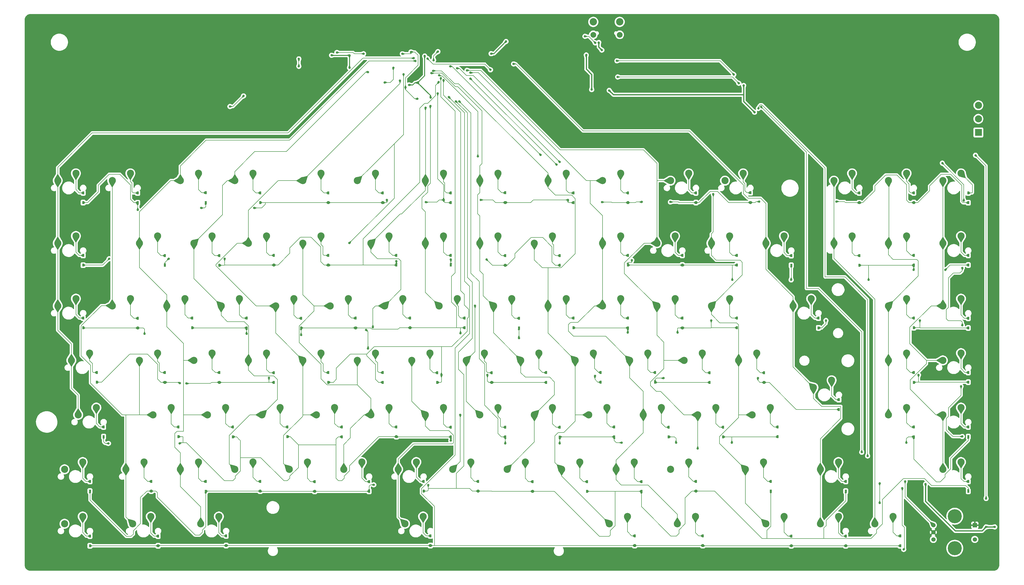
<source format=gbr>
%TF.GenerationSoftware,KiCad,Pcbnew,7.0.8*%
%TF.CreationDate,2024-02-01T21:15:37-06:00*%
%TF.ProjectId,VesselV3,56657373-656c-4563-932e-6b696361645f,3.0*%
%TF.SameCoordinates,Original*%
%TF.FileFunction,Copper,L2,Bot*%
%TF.FilePolarity,Positive*%
%FSLAX46Y46*%
G04 Gerber Fmt 4.6, Leading zero omitted, Abs format (unit mm)*
G04 Created by KiCad (PCBNEW 7.0.8) date 2024-02-01 21:15:37*
%MOMM*%
%LPD*%
G01*
G04 APERTURE LIST*
%TA.AperFunction,ComponentPad*%
%ADD10C,2.500000*%
%TD*%
%TA.AperFunction,ComponentPad*%
%ADD11C,2.000000*%
%TD*%
%TA.AperFunction,ComponentPad*%
%ADD12C,2.565000*%
%TD*%
%TA.AperFunction,ComponentPad*%
%ADD13R,2.475000X2.475000*%
%TD*%
%TA.AperFunction,ComponentPad*%
%ADD14C,2.475000*%
%TD*%
%TA.AperFunction,ComponentPad*%
%ADD15R,1.500000X1.500000*%
%TD*%
%TA.AperFunction,ComponentPad*%
%ADD16C,1.500000*%
%TD*%
%TA.AperFunction,ComponentPad*%
%ADD17C,4.920000*%
%TD*%
%TA.AperFunction,SMDPad,CuDef*%
%ADD18R,0.740000X1.020000*%
%TD*%
%TA.AperFunction,ViaPad*%
%ADD19C,0.800000*%
%TD*%
%TA.AperFunction,Conductor*%
%ADD20C,0.400000*%
%TD*%
%TA.AperFunction,Conductor*%
%ADD21C,0.200000*%
%TD*%
%TA.AperFunction,Conductor*%
%ADD22C,0.300000*%
%TD*%
G04 APERTURE END LIST*
D10*
%TO.P,MX8,1,1*%
%TO.N,COL8*%
X201295000Y-84613700D03*
%TO.P,MX8,2,2*%
%TO.N,Net-(D8-A)*%
X207645000Y-82073700D03*
%TD*%
%TO.P,MX78,1,1*%
%TO.N,COL16*%
X363220000Y-166528700D03*
%TO.P,MX78,2,2*%
%TO.N,Net-(D78-A)*%
X369570000Y-163988700D03*
%TD*%
%TO.P,MX102,1,1*%
%TO.N,COL14*%
X339407500Y-204628700D03*
%TO.P,MX102,2,2*%
%TO.N,Net-(D102-A)*%
X345757500Y-202088700D03*
%TD*%
%TO.P,MX94,1,1*%
%TO.N,COL0*%
X56038800Y-204628700D03*
%TO.P,MX94,2,2*%
%TO.N,Net-(D94-A)*%
X62388800Y-202088700D03*
%TD*%
%TO.P,MX86,1,1*%
%TO.N,COL7*%
X191770000Y-185578700D03*
%TO.P,MX86,2,2*%
%TO.N,Net-(D86-A)*%
X198120000Y-183038700D03*
%TD*%
%TO.P,MX68,1,1*%
%TO.N,COL4*%
X144145000Y-166528700D03*
%TO.P,MX68,2,2*%
%TO.N,Net-(D68-A)*%
X150495000Y-163988700D03*
%TD*%
%TO.P,MX62,1,1*%
%TO.N,COL15*%
X344170000Y-147478700D03*
%TO.P,MX62,2,2*%
%TO.N,Net-(D62-A)*%
X350520000Y-144938700D03*
%TD*%
D11*
%TO.P,USB-C1,MH3,MH3*%
%TO.N,unconnected-(USB-C1-PadMH3)*%
X250190000Y-33583000D03*
%TO.P,USB-C1,MH4,MH4*%
%TO.N,unconnected-(USB-C1-PadMH4)*%
X240970000Y-33583000D03*
D12*
%TO.P,USB-C1,MH5,MH5*%
%TO.N,unconnected-(USB-C1-PadMH5)*%
X250190000Y-29083000D03*
%TO.P,USB-C1,MH6,MH6*%
%TO.N,unconnected-(USB-C1-PadMH6)*%
X240970000Y-29083000D03*
%TD*%
D10*
%TO.P,MX51,1,1*%
%TO.N,COL3*%
X120332500Y-147478700D03*
%TO.P,MX51,2,2*%
%TO.N,Net-(D51-A)*%
X126682500Y-144938700D03*
%TD*%
%TO.P,MX67,1,1*%
%TO.N,COL3*%
X125095000Y-166528700D03*
%TO.P,MX67,2,2*%
%TO.N,Net-(D67-A)*%
X131445000Y-163988700D03*
%TD*%
%TO.P,MX88,1,1*%
%TO.N,COL9*%
X229870000Y-185578700D03*
%TO.P,MX88,2,2*%
%TO.N,Net-(D88-A)*%
X236220000Y-183038700D03*
%TD*%
%TO.P,MX38,1,1*%
%TO.N,COL6*%
X167957500Y-128428700D03*
%TO.P,MX38,2,2*%
%TO.N,Net-(D38-A)*%
X174307500Y-125888700D03*
%TD*%
%TO.P,MX39,1,1*%
%TO.N,COL7*%
X187007500Y-128428700D03*
%TO.P,MX39,2,2*%
%TO.N,Net-(D39-A)*%
X193357500Y-125888700D03*
%TD*%
%TO.P,MX99,1,1*%
%TO.N,COL10*%
X270351300Y-204628700D03*
%TO.P,MX99,2,2*%
%TO.N,Net-(D99-A)*%
X276701300Y-202088700D03*
%TD*%
%TO.P,MX63,1,1*%
%TO.N,COL16*%
X363220000Y-147478700D03*
%TO.P,MX63,2,2*%
%TO.N,Net-(D63-A)*%
X369570000Y-144938700D03*
%TD*%
%TO.P,MX34,1,1*%
%TO.N,COL2*%
X91757500Y-128428700D03*
%TO.P,MX34,2,2*%
%TO.N,Net-(D34-A)*%
X98107500Y-125888700D03*
%TD*%
%TO.P,MX32,1,1*%
%TO.N,COL0*%
X53657500Y-128428700D03*
%TO.P,MX32,2,2*%
%TO.N,Net-(D32-A)*%
X60007500Y-125888700D03*
%TD*%
%TO.P,MX22,1,1*%
%TO.N,COL7*%
X182245000Y-106521200D03*
%TO.P,MX22,2,2*%
%TO.N,Net-(D22-A)*%
X188595000Y-103981200D03*
%TD*%
%TO.P,MX5,1,1*%
%TO.N,COL4*%
X139382500Y-84613700D03*
%TO.P,MX5,2,2*%
%TO.N,Net-(D5-A)*%
X145732500Y-82073700D03*
%TD*%
%TO.P,MX1,1,1*%
%TO.N,COL0*%
X53657500Y-84613700D03*
%TO.P,MX1,2,2*%
%TO.N,Net-(D1-A)*%
X60007500Y-82073700D03*
%TD*%
%TO.P,MX49,1,1*%
%TO.N,COL1*%
X82232500Y-147478700D03*
%TO.P,MX49,2,2*%
%TO.N,Net-(D49-A)*%
X88582500Y-144938700D03*
%TD*%
%TO.P,MX98,1,1*%
%TO.N,COL9*%
X246538800Y-204628700D03*
%TO.P,MX98,2,2*%
%TO.N,Net-(D98-A)*%
X252888800Y-202088700D03*
%TD*%
D13*
%TO.P,S6,1*%
%TO.N,On{slash}OffSwitch*%
X375651500Y-67742000D03*
D14*
%TO.P,S6,2*%
%TO.N,+5V*%
X375651500Y-62992000D03*
%TO.P,S6,3*%
%TO.N,unconnected-(S6-Pad3)*%
X375651500Y-58242000D03*
%TD*%
D10*
%TO.P,MX15,1,1*%
%TO.N,COL16*%
X363220000Y-84613700D03*
%TO.P,MX15,2,2*%
%TO.N,Net-(D15-A)*%
X369570000Y-82073700D03*
%TD*%
%TO.P,MX91,1,1*%
%TO.N,COL12*%
X294163800Y-185578700D03*
%TO.P,MX91,2,2*%
%TO.N,Net-(D91-A)*%
X300513800Y-183038700D03*
%TD*%
%TO.P,MX80,1,1*%
%TO.N,COL1*%
X77470000Y-185578700D03*
%TO.P,MX80,2,2*%
%TO.N,Net-(D80-A)*%
X83820000Y-183038700D03*
%TD*%
%TO.P,MX45,1,1*%
%TO.N,COL13*%
X310832500Y-128428700D03*
%TO.P,MX45,2,2*%
%TO.N,Net-(D45-A)*%
X317182500Y-125888700D03*
%TD*%
%TO.P,MX9,1,1*%
%TO.N,COL9*%
X225107500Y-84613700D03*
%TO.P,MX9,2,2*%
%TO.N,Net-(D9-A)*%
X231457500Y-82073700D03*
%TD*%
%TO.P,MX100,1,1*%
%TO.N,COL12*%
X301307500Y-204628700D03*
%TO.P,MX100,2,2*%
%TO.N,Net-(D100-A)*%
X307657500Y-202088700D03*
%TD*%
%TO.P,MX82,1,1*%
%TO.N,COL3*%
X115570000Y-185578700D03*
%TO.P,MX82,2,2*%
%TO.N,Net-(D82-A)*%
X121920000Y-183038700D03*
%TD*%
%TO.P,MX85,1,1*%
%TO.N,COL6*%
X172720000Y-185578700D03*
%TO.P,MX85,2,2*%
%TO.N,Net-(D85-A)*%
X179070000Y-183038700D03*
%TD*%
%TO.P,MX89,1,1*%
%TO.N,COL10*%
X248920000Y-185578700D03*
%TO.P,MX89,2,2*%
%TO.N,Net-(D89-A)*%
X255270000Y-183038700D03*
%TD*%
%TO.P,MX92,1,1*%
%TO.N,COL13*%
X320357500Y-185578700D03*
%TO.P,MX92,2,2*%
%TO.N,Net-(D92-A)*%
X326707500Y-183038700D03*
%TD*%
%TO.P,MX53,1,1*%
%TO.N,COL5*%
X158432500Y-147478700D03*
%TO.P,MX53,2,2*%
%TO.N,Net-(D53-A)*%
X164782500Y-144938700D03*
%TD*%
%TO.P,MX16,1,1*%
%TO.N,COL0*%
X53657500Y-106521200D03*
%TO.P,MX16,2,2*%
%TO.N,Net-(D16-A)*%
X60007500Y-103981200D03*
%TD*%
%TO.P,MX60,1,1*%
%TO.N,COL12*%
X291782500Y-147478700D03*
%TO.P,MX60,2,2*%
%TO.N,Net-(D60-A)*%
X298132500Y-144938700D03*
%TD*%
%TO.P,MX30,1,1*%
%TO.N,COL15*%
X344170000Y-106521200D03*
%TO.P,MX30,2,2*%
%TO.N,Net-(D30-A)*%
X350520000Y-103981200D03*
%TD*%
%TO.P,MX24,1,1*%
%TO.N,COL9*%
X220345000Y-106521200D03*
%TO.P,MX24,2,2*%
%TO.N,Net-(D24-A)*%
X226695000Y-103981200D03*
%TD*%
%TO.P,MX6,1,1*%
%TO.N,COL5*%
X158432500Y-84613700D03*
%TO.P,MX6,2,2*%
%TO.N,Net-(D6-A)*%
X164782500Y-82073700D03*
%TD*%
%TO.P,MX17,1,1*%
%TO.N,COL2*%
X82232500Y-106521200D03*
%TO.P,MX17,2,2*%
%TO.N,Net-(D17-A)*%
X88582500Y-103981200D03*
%TD*%
%TO.P,MX4,1,1*%
%TO.N,COL3*%
X115570000Y-84613700D03*
%TO.P,MX4,2,2*%
%TO.N,Net-(D4-A)*%
X121920000Y-82073700D03*
%TD*%
%TO.P,MX70,1,1*%
%TO.N,COL6*%
X182245000Y-166528700D03*
%TO.P,MX70,2,2*%
%TO.N,Net-(D70-A)*%
X188595000Y-163988700D03*
%TD*%
%TO.P,MX43,1,1*%
%TO.N,COL11*%
X263207500Y-128428700D03*
%TO.P,MX43,2,2*%
%TO.N,Net-(D43-A)*%
X269557500Y-125888700D03*
%TD*%
%TO.P,MX19,1,1*%
%TO.N,COL4*%
X120332500Y-106521200D03*
%TO.P,MX19,2,2*%
%TO.N,Net-(D19-A)*%
X126682500Y-103981200D03*
%TD*%
%TO.P,MX59,1,1*%
%TO.N,COL11*%
X272732500Y-147478700D03*
%TO.P,MX59,2,2*%
%TO.N,Net-(D59-A)*%
X279082500Y-144938700D03*
%TD*%
%TO.P,MX41,1,1*%
%TO.N,COL9*%
X225107500Y-128428700D03*
%TO.P,MX41,2,2*%
%TO.N,Net-(D41-A)*%
X231457500Y-125888700D03*
%TD*%
%TO.P,MX40,1,1*%
%TO.N,COL8*%
X206057500Y-128428700D03*
%TO.P,MX40,2,2*%
%TO.N,Net-(D40-A)*%
X212407500Y-125888700D03*
%TD*%
%TO.P,MX21,1,1*%
%TO.N,COL6*%
X163195000Y-106521200D03*
%TO.P,MX21,2,2*%
%TO.N,Net-(D21-A)*%
X169545000Y-103981200D03*
%TD*%
%TO.P,MX61,1,1*%
%TO.N,COL13*%
X317976300Y-157003700D03*
%TO.P,MX61,2,2*%
%TO.N,Net-(D61-A)*%
X324326300Y-154463700D03*
%TD*%
%TO.P,MX27,1,1*%
%TO.N,COL12*%
X282257500Y-106521200D03*
%TO.P,MX27,2,2*%
%TO.N,Net-(D27-A)*%
X288607500Y-103981200D03*
%TD*%
%TO.P,MX83,1,1*%
%TO.N,COL4*%
X134620000Y-185578700D03*
%TO.P,MX83,2,2*%
%TO.N,Net-(D83-A)*%
X140970000Y-183038700D03*
%TD*%
%TO.P,MX71,1,1*%
%TO.N,COL7*%
X201295000Y-166528700D03*
%TO.P,MX71,2,2*%
%TO.N,Net-(D71-A)*%
X207645000Y-163988700D03*
%TD*%
%TO.P,MX96,1,1*%
%TO.N,COL2*%
X103663800Y-204628700D03*
%TO.P,MX96,2,2*%
%TO.N,Net-(D96-A)*%
X110013800Y-202088700D03*
%TD*%
%TO.P,MX28,1,1*%
%TO.N,COL13*%
X301307500Y-106521200D03*
%TO.P,MX28,2,2*%
%TO.N,Net-(D28-A)*%
X307657500Y-103981200D03*
%TD*%
%TO.P,MX52,1,1*%
%TO.N,COL4*%
X139382500Y-147478700D03*
%TO.P,MX52,2,2*%
%TO.N,Net-(D52-A)*%
X145732500Y-144938700D03*
%TD*%
%TO.P,MX55,1,1*%
%TO.N,COL7*%
X196532500Y-147478700D03*
%TO.P,MX55,2,2*%
%TO.N,Net-(D55-A)*%
X202882500Y-144938700D03*
%TD*%
%TO.P,MX33,1,1*%
%TO.N,COL1*%
X72707500Y-128428700D03*
%TO.P,MX33,2,2*%
%TO.N,Net-(D33-A)*%
X79057500Y-125888700D03*
%TD*%
%TO.P,MX75,1,1*%
%TO.N,COL11*%
X277495000Y-166528700D03*
%TO.P,MX75,2,2*%
%TO.N,Net-(D75-A)*%
X283845000Y-163988700D03*
%TD*%
%TO.P,MX46,1,1*%
%TO.N,COL15*%
X344170000Y-128428700D03*
%TO.P,MX46,2,2*%
%TO.N,Net-(D46-A)*%
X350520000Y-125888700D03*
%TD*%
%TO.P,MX84,1,1*%
%TO.N,COL5*%
X153670000Y-185578700D03*
%TO.P,MX84,2,2*%
%TO.N,Net-(D84-A)*%
X160020000Y-183038700D03*
%TD*%
%TO.P,MX56,1,1*%
%TO.N,COL8*%
X215582500Y-147478700D03*
%TO.P,MX56,2,2*%
%TO.N,Net-(D56-A)*%
X221932500Y-144938700D03*
%TD*%
%TO.P,MX69,1,1*%
%TO.N,COL5*%
X163195000Y-166528700D03*
%TO.P,MX69,2,2*%
%TO.N,Net-(D69-A)*%
X169545000Y-163988700D03*
%TD*%
%TO.P,MX11,1,1*%
%TO.N,COL11*%
X267970000Y-84613700D03*
%TO.P,MX11,2,2*%
%TO.N,Net-(D11-A)*%
X274320000Y-82073700D03*
%TD*%
%TO.P,MX79,1,1*%
%TO.N,COL0*%
X56038800Y-185578700D03*
%TO.P,MX79,2,2*%
%TO.N,Net-(D79-A)*%
X62388800Y-183038700D03*
%TD*%
%TO.P,MX37,1,1*%
%TO.N,COL5*%
X148907500Y-128428700D03*
%TO.P,MX37,2,2*%
%TO.N,Net-(D37-A)*%
X155257500Y-125888700D03*
%TD*%
%TO.P,MX93,1,1*%
%TO.N,COL16*%
X363220000Y-185578700D03*
%TO.P,MX93,2,2*%
%TO.N,Net-(D93-A)*%
X369570000Y-183038700D03*
%TD*%
%TO.P,MX3,1,1*%
%TO.N,COL2*%
X96520000Y-84613700D03*
%TO.P,MX3,2,2*%
%TO.N,Net-(D3-A)*%
X102870000Y-82073700D03*
%TD*%
%TO.P,MX29,1,1*%
%TO.N,COL14*%
X325120000Y-106521200D03*
%TO.P,MX29,2,2*%
%TO.N,Net-(D29-A)*%
X331470000Y-103981200D03*
%TD*%
%TO.P,MX97,1,1*%
%TO.N,COL6*%
X175101300Y-204628700D03*
%TO.P,MX97,2,2*%
%TO.N,Net-(D97-A)*%
X181451300Y-202088700D03*
%TD*%
%TO.P,MX81,1,1*%
%TO.N,COL2*%
X96520000Y-185578700D03*
%TO.P,MX81,2,2*%
%TO.N,Net-(D81-A)*%
X102870000Y-183038700D03*
%TD*%
%TO.P,MX87,1,1*%
%TO.N,COL8*%
X210820000Y-185578700D03*
%TO.P,MX87,2,2*%
%TO.N,Net-(D87-A)*%
X217170000Y-183038700D03*
%TD*%
%TO.P,MX44,1,1*%
%TO.N,COL12*%
X282257500Y-128428700D03*
%TO.P,MX44,2,2*%
%TO.N,Net-(D44-A)*%
X288607500Y-125888700D03*
%TD*%
%TO.P,MX31,1,1*%
%TO.N,COL16*%
X363220000Y-106521200D03*
%TO.P,MX31,2,2*%
%TO.N,Net-(D31-A)*%
X369570000Y-103981200D03*
%TD*%
%TO.P,MX72,1,1*%
%TO.N,COL8*%
X220345000Y-166528700D03*
%TO.P,MX72,2,2*%
%TO.N,Net-(D72-A)*%
X226695000Y-163988700D03*
%TD*%
%TO.P,MX26,1,1*%
%TO.N,COL11*%
X263207500Y-106521200D03*
%TO.P,MX26,2,2*%
%TO.N,Net-(D26-A)*%
X269557500Y-103981200D03*
%TD*%
%TO.P,MX77,1,1*%
%TO.N,COL15*%
X344170000Y-166528700D03*
%TO.P,MX77,2,2*%
%TO.N,Net-(D77-A)*%
X350520000Y-163988700D03*
%TD*%
%TO.P,MX54,1,1*%
%TO.N,COL6*%
X177482500Y-147478700D03*
%TO.P,MX54,2,2*%
%TO.N,Net-(D54-A)*%
X183832500Y-144938700D03*
%TD*%
%TO.P,MX66,1,1*%
%TO.N,COL2*%
X106045000Y-166528700D03*
%TO.P,MX66,2,2*%
%TO.N,Net-(D66-A)*%
X112395000Y-163988700D03*
%TD*%
%TO.P,MX42,1,1*%
%TO.N,COL10*%
X244157500Y-128428700D03*
%TO.P,MX42,2,2*%
%TO.N,Net-(D42-A)*%
X250507500Y-125888700D03*
%TD*%
%TO.P,MX20,1,1*%
%TO.N,COL5*%
X139382500Y-106521200D03*
%TO.P,MX20,2,2*%
%TO.N,Net-(D20-A)*%
X145732500Y-103981200D03*
%TD*%
%TO.P,MX48,1,1*%
%TO.N,COL0*%
X58420000Y-147478700D03*
%TO.P,MX48,2,2*%
%TO.N,Net-(D48-A)*%
X64770000Y-144938700D03*
%TD*%
%TO.P,MX73,1,1*%
%TO.N,COL9*%
X239395000Y-166528700D03*
%TO.P,MX73,2,2*%
%TO.N,Net-(D73-A)*%
X245745000Y-163988700D03*
%TD*%
%TO.P,MX74,1,1*%
%TO.N,COL10*%
X258445000Y-166528700D03*
%TO.P,MX74,2,2*%
%TO.N,Net-(D74-A)*%
X264795000Y-163988700D03*
%TD*%
%TO.P,MX50,1,1*%
%TO.N,COL2*%
X101282500Y-147478700D03*
%TO.P,MX50,2,2*%
%TO.N,Net-(D50-A)*%
X107632500Y-144938700D03*
%TD*%
%TO.P,MX25,1,1*%
%TO.N,COL10*%
X244157500Y-106521200D03*
%TO.P,MX25,2,2*%
%TO.N,Net-(D25-A)*%
X250507500Y-103981200D03*
%TD*%
%TO.P,MX35,1,1*%
%TO.N,COL3*%
X110807500Y-128428700D03*
%TO.P,MX35,2,2*%
%TO.N,Net-(D35-A)*%
X117157500Y-125888700D03*
%TD*%
%TO.P,MX23,1,1*%
%TO.N,COL8*%
X201295000Y-106521200D03*
%TO.P,MX23,2,2*%
%TO.N,Net-(D23-A)*%
X207645000Y-103981200D03*
%TD*%
%TO.P,MX13,1,1*%
%TO.N,COL14*%
X325120000Y-84613700D03*
%TO.P,MX13,2,2*%
%TO.N,Net-(D13-A)*%
X331470000Y-82073700D03*
%TD*%
%TO.P,MX2,1,1*%
%TO.N,COL1*%
X72707500Y-84613700D03*
%TO.P,MX2,2,2*%
%TO.N,Net-(D2-A)*%
X79057500Y-82073700D03*
%TD*%
%TO.P,MX47,1,1*%
%TO.N,COL16*%
X363220000Y-128428700D03*
%TO.P,MX47,2,2*%
%TO.N,Net-(D47-A)*%
X369570000Y-125888700D03*
%TD*%
%TO.P,MX95,1,1*%
%TO.N,COL1*%
X79851300Y-204628700D03*
%TO.P,MX95,2,2*%
%TO.N,Net-(D95-A)*%
X86201300Y-202088700D03*
%TD*%
%TO.P,MX65,1,1*%
%TO.N,COL1*%
X86995000Y-166528700D03*
%TO.P,MX65,2,2*%
%TO.N,Net-(D65-A)*%
X93345000Y-163988700D03*
%TD*%
%TO.P,MX18,1,1*%
%TO.N,COL3*%
X101282500Y-106521200D03*
%TO.P,MX18,2,2*%
%TO.N,Net-(D18-A)*%
X107632500Y-103981200D03*
%TD*%
%TO.P,MX101,1,1*%
%TO.N,COL13*%
X320357500Y-204628700D03*
%TO.P,MX101,2,2*%
%TO.N,Net-(D101-A)*%
X326707500Y-202088700D03*
%TD*%
%TO.P,MX12,1,1*%
%TO.N,COL12*%
X287020000Y-84613700D03*
%TO.P,MX12,2,2*%
%TO.N,Net-(D12-A)*%
X293370000Y-82073700D03*
%TD*%
%TO.P,MX7,1,1*%
%TO.N,COL6*%
X182245000Y-84613700D03*
%TO.P,MX7,2,2*%
%TO.N,Net-(D7-A)*%
X188595000Y-82073700D03*
%TD*%
%TO.P,MX10,1,1*%
%TO.N,COL10*%
X244157500Y-84613700D03*
%TO.P,MX10,2,2*%
%TO.N,Net-(D10-A)*%
X250507500Y-82073700D03*
%TD*%
%TO.P,MX58,1,1*%
%TO.N,COL10*%
X253682500Y-147478700D03*
%TO.P,MX58,2,2*%
%TO.N,Net-(D58-A)*%
X260032500Y-144938700D03*
%TD*%
D15*
%TO.P,Rotary_Encoder(20mm)_S4,1,COM*%
%TO.N,GND*%
X374396000Y-205115000D03*
D16*
%TO.P,Rotary_Encoder(20mm)_S4,2,NO*%
%TO.N,Net-(Rotary_Encoder(20mm)_S4-NO)*%
X374396000Y-210115000D03*
%TO.P,Rotary_Encoder(20mm)_S4,A1,CHANNEL_A*%
%TO.N,Net-(Rotary_Encoder(20mm)_S4-CHANNEL_A)*%
X359896000Y-205115000D03*
%TO.P,Rotary_Encoder(20mm)_S4,B1,CHANNEL_B*%
%TO.N,Net-(Rotary_Encoder(20mm)_S4-CHANNEL_B)*%
X359896000Y-210115000D03*
%TO.P,Rotary_Encoder(20mm)_S4,C1,COMMON*%
%TO.N,GND*%
X359896000Y-207615000D03*
D17*
%TO.P,Rotary_Encoder(20mm)_S4,MH1,MH1*%
%TO.N,unconnected-(Rotary_Encoder(20mm)_S4-PadMH1)*%
X367396000Y-202015000D03*
%TO.P,Rotary_Encoder(20mm)_S4,MH2,MH2*%
%TO.N,unconnected-(Rotary_Encoder(20mm)_S4-PadMH2)*%
X367396000Y-213215000D03*
%TD*%
D10*
%TO.P,MX36,1,1*%
%TO.N,COL4*%
X129857500Y-128428700D03*
%TO.P,MX36,2,2*%
%TO.N,Net-(D36-A)*%
X136207500Y-125888700D03*
%TD*%
%TO.P,MX90,1,1*%
%TO.N,COL11*%
X267970000Y-185578700D03*
%TO.P,MX90,2,2*%
%TO.N,Net-(D90-A)*%
X274320000Y-183038700D03*
%TD*%
%TO.P,MX64,1,1*%
%TO.N,COL0*%
X60801300Y-166528700D03*
%TO.P,MX64,2,2*%
%TO.N,Net-(D64-A)*%
X67151300Y-163988700D03*
%TD*%
%TO.P,MX14,1,1*%
%TO.N,COL15*%
X344170000Y-84613700D03*
%TO.P,MX14,2,2*%
%TO.N,Net-(D14-A)*%
X350520000Y-82073700D03*
%TD*%
%TO.P,MX76,1,1*%
%TO.N,COL12*%
X296545000Y-166528700D03*
%TO.P,MX76,2,2*%
%TO.N,Net-(D76-A)*%
X302895000Y-163988700D03*
%TD*%
%TO.P,MX57,1,1*%
%TO.N,COL9*%
X234632500Y-147478700D03*
%TO.P,MX57,2,2*%
%TO.N,Net-(D57-A)*%
X240982500Y-144938700D03*
%TD*%
D18*
%TO.P,D56,1,K*%
%TO.N,ROW3*%
X224472500Y-155165000D03*
%TO.P,D56,2,A*%
%TO.N,Net-(D56-A)*%
X224472500Y-151765000D03*
%TD*%
%TO.P,D10,1,K*%
%TO.N,ROW0*%
X253047500Y-92300000D03*
%TO.P,D10,2,A*%
%TO.N,Net-(D10-A)*%
X253047500Y-88900000D03*
%TD*%
%TO.P,D83,1,K*%
%TO.N,ROW5*%
X143510000Y-193294000D03*
%TO.P,D83,2,A*%
%TO.N,Net-(D83-A)*%
X143510000Y-189894000D03*
%TD*%
%TO.P,D63,1,K*%
%TO.N,ROW3*%
X372110000Y-155116000D03*
%TO.P,D63,2,A*%
%TO.N,Net-(D63-A)*%
X372110000Y-151716000D03*
%TD*%
%TO.P,D88,1,K*%
%TO.N,ROW5*%
X238760000Y-193294000D03*
%TO.P,D88,2,A*%
%TO.N,Net-(D88-A)*%
X238760000Y-189894000D03*
%TD*%
%TO.P,D74,1,K*%
%TO.N,ROW4*%
X267335000Y-174244000D03*
%TO.P,D74,2,A*%
%TO.N,Net-(D74-A)*%
X267335000Y-170844000D03*
%TD*%
%TO.P,D34,1,K*%
%TO.N,ROW2*%
X100647500Y-136066000D03*
%TO.P,D34,2,A*%
%TO.N,Net-(D34-A)*%
X100647500Y-132666000D03*
%TD*%
%TO.P,D68,1,K*%
%TO.N,ROW4*%
X153035000Y-174215000D03*
%TO.P,D68,2,A*%
%TO.N,Net-(D68-A)*%
X153035000Y-170815000D03*
%TD*%
%TO.P,D18,1,K*%
%TO.N,ROW1*%
X110172500Y-114222000D03*
%TO.P,D18,2,A*%
%TO.N,Net-(D18-A)*%
X110172500Y-110822000D03*
%TD*%
%TO.P,D102,1,K*%
%TO.N,ROW6*%
X348297500Y-212315000D03*
%TO.P,D102,2,A*%
%TO.N,Net-(D102-A)*%
X348297500Y-208915000D03*
%TD*%
%TO.P,D11,1,K*%
%TO.N,ROW0*%
X276860000Y-92300000D03*
%TO.P,D11,2,A*%
%TO.N,Net-(D11-A)*%
X276860000Y-88900000D03*
%TD*%
%TO.P,D89,1,K*%
%TO.N,ROW5*%
X257810000Y-193294000D03*
%TO.P,D89,2,A*%
%TO.N,Net-(D89-A)*%
X257810000Y-189894000D03*
%TD*%
%TO.P,D94,1,K*%
%TO.N,ROW6*%
X64928800Y-212344000D03*
%TO.P,D94,2,A*%
%TO.N,Net-(D94-A)*%
X64928800Y-208944000D03*
%TD*%
%TO.P,D41,1,K*%
%TO.N,ROW2*%
X233997500Y-136066000D03*
%TO.P,D41,2,A*%
%TO.N,Net-(D41-A)*%
X233997500Y-132666000D03*
%TD*%
%TO.P,D30,1,K*%
%TO.N,ROW1*%
X353060000Y-114144000D03*
%TO.P,D30,2,A*%
%TO.N,Net-(D30-A)*%
X353060000Y-110744000D03*
%TD*%
%TO.P,D28,1,K*%
%TO.N,ROW1*%
X310197500Y-114222000D03*
%TO.P,D28,2,A*%
%TO.N,Net-(D28-A)*%
X310197500Y-110822000D03*
%TD*%
%TO.P,D24,1,K*%
%TO.N,ROW1*%
X229235000Y-114222000D03*
%TO.P,D24,2,A*%
%TO.N,Net-(D24-A)*%
X229235000Y-110822000D03*
%TD*%
%TO.P,D12,1,K*%
%TO.N,ROW0*%
X295910000Y-92251000D03*
%TO.P,D12,2,A*%
%TO.N,Net-(D12-A)*%
X295910000Y-88851000D03*
%TD*%
%TO.P,D52,1,K*%
%TO.N,ROW3*%
X148272500Y-155165000D03*
%TO.P,D52,2,A*%
%TO.N,Net-(D52-A)*%
X148272500Y-151765000D03*
%TD*%
%TO.P,D67,1,K*%
%TO.N,ROW4*%
X133985000Y-174166000D03*
%TO.P,D67,2,A*%
%TO.N,Net-(D67-A)*%
X133985000Y-170766000D03*
%TD*%
%TO.P,D76,1,K*%
%TO.N,ROW4*%
X305435000Y-174166000D03*
%TO.P,D76,2,A*%
%TO.N,Net-(D76-A)*%
X305435000Y-170766000D03*
%TD*%
%TO.P,D14,1,K*%
%TO.N,ROW0*%
X353060000Y-92300000D03*
%TO.P,D14,2,A*%
%TO.N,Net-(D14-A)*%
X353060000Y-88900000D03*
%TD*%
%TO.P,D92,1,K*%
%TO.N,ROW5*%
X329247500Y-193216000D03*
%TO.P,D92,2,A*%
%TO.N,Net-(D92-A)*%
X329247500Y-189816000D03*
%TD*%
%TO.P,D32,1,K*%
%TO.N,ROW2*%
X62547500Y-136066000D03*
%TO.P,D32,2,A*%
%TO.N,Net-(D32-A)*%
X62547500Y-132666000D03*
%TD*%
%TO.P,D81,1,K*%
%TO.N,ROW5*%
X105410000Y-193265000D03*
%TO.P,D81,2,A*%
%TO.N,Net-(D81-A)*%
X105410000Y-189865000D03*
%TD*%
%TO.P,D100,1,K*%
%TO.N,ROW6*%
X310197500Y-212344000D03*
%TO.P,D100,2,A*%
%TO.N,Net-(D100-A)*%
X310197500Y-208944000D03*
%TD*%
%TO.P,D79,1,K*%
%TO.N,ROW5*%
X64928800Y-193216000D03*
%TO.P,D79,2,A*%
%TO.N,Net-(D79-A)*%
X64928800Y-189816000D03*
%TD*%
%TO.P,D40,1,K*%
%TO.N,ROW2*%
X214947500Y-136144000D03*
%TO.P,D40,2,A*%
%TO.N,Net-(D40-A)*%
X214947500Y-132744000D03*
%TD*%
%TO.P,D69,1,K*%
%TO.N,ROW4*%
X172085000Y-174166000D03*
%TO.P,D69,2,A*%
%TO.N,Net-(D69-A)*%
X172085000Y-170766000D03*
%TD*%
%TO.P,D38,1,K*%
%TO.N,ROW2*%
X176847500Y-136066000D03*
%TO.P,D38,2,A*%
%TO.N,Net-(D38-A)*%
X176847500Y-132666000D03*
%TD*%
%TO.P,D51,1,K*%
%TO.N,ROW3*%
X129222500Y-155194000D03*
%TO.P,D51,2,A*%
%TO.N,Net-(D51-A)*%
X129222500Y-151794000D03*
%TD*%
%TO.P,D49,1,K*%
%TO.N,ROW3*%
X91122500Y-155165000D03*
%TO.P,D49,2,A*%
%TO.N,Net-(D49-A)*%
X91122500Y-151765000D03*
%TD*%
%TO.P,D26,1,K*%
%TO.N,ROW1*%
X272097500Y-114144000D03*
%TO.P,D26,2,A*%
%TO.N,Net-(D26-A)*%
X272097500Y-110744000D03*
%TD*%
%TO.P,D85,1,K*%
%TO.N,ROW5*%
X181610000Y-193216000D03*
%TO.P,D85,2,A*%
%TO.N,Net-(D85-A)*%
X181610000Y-189816000D03*
%TD*%
%TO.P,D95,1,K*%
%TO.N,ROW6*%
X88741300Y-212344000D03*
%TO.P,D95,2,A*%
%TO.N,Net-(D95-A)*%
X88741300Y-208944000D03*
%TD*%
%TO.P,D84,1,K*%
%TO.N,ROW5*%
X162560000Y-193294000D03*
%TO.P,D84,2,A*%
%TO.N,Net-(D84-A)*%
X162560000Y-189894000D03*
%TD*%
%TO.P,D62,1,K*%
%TO.N,ROW3*%
X353060000Y-155165000D03*
%TO.P,D62,2,A*%
%TO.N,Net-(D62-A)*%
X353060000Y-151765000D03*
%TD*%
%TO.P,D61,1,K*%
%TO.N,ROW3*%
X326866300Y-164641000D03*
%TO.P,D61,2,A*%
%TO.N,Net-(D61-A)*%
X326866300Y-161241000D03*
%TD*%
%TO.P,D87,1,K*%
%TO.N,ROW5*%
X219710000Y-193294000D03*
%TO.P,D87,2,A*%
%TO.N,Net-(D87-A)*%
X219710000Y-189894000D03*
%TD*%
%TO.P,D21,1,K*%
%TO.N,ROW1*%
X172085000Y-114144000D03*
%TO.P,D21,2,A*%
%TO.N,Net-(D21-A)*%
X172085000Y-110744000D03*
%TD*%
%TO.P,D101,1,K*%
%TO.N,ROW6*%
X329247500Y-212344000D03*
%TO.P,D101,2,A*%
%TO.N,Net-(D101-A)*%
X329247500Y-208944000D03*
%TD*%
%TO.P,D55,1,K*%
%TO.N,ROW3*%
X205422500Y-155194000D03*
%TO.P,D55,2,A*%
%TO.N,Net-(D55-A)*%
X205422500Y-151794000D03*
%TD*%
%TO.P,D59,1,K*%
%TO.N,ROW3*%
X281622500Y-155194000D03*
%TO.P,D59,2,A*%
%TO.N,Net-(D59-A)*%
X281622500Y-151794000D03*
%TD*%
%TO.P,D54,1,K*%
%TO.N,ROW3*%
X186372500Y-155194000D03*
%TO.P,D54,2,A*%
%TO.N,Net-(D54-A)*%
X186372500Y-151794000D03*
%TD*%
%TO.P,D73,1,K*%
%TO.N,ROW4*%
X248285000Y-174215000D03*
%TO.P,D73,2,A*%
%TO.N,Net-(D73-A)*%
X248285000Y-170815000D03*
%TD*%
%TO.P,D93,1,K*%
%TO.N,ROW5*%
X372110000Y-193265000D03*
%TO.P,D93,2,A*%
%TO.N,Net-(D93-A)*%
X372110000Y-189865000D03*
%TD*%
%TO.P,D48,1,K*%
%TO.N,ROW3*%
X67310000Y-155116000D03*
%TO.P,D48,2,A*%
%TO.N,Net-(D48-A)*%
X67310000Y-151716000D03*
%TD*%
%TO.P,D53,1,K*%
%TO.N,ROW3*%
X167322500Y-155165000D03*
%TO.P,D53,2,A*%
%TO.N,Net-(D53-A)*%
X167322500Y-151765000D03*
%TD*%
%TO.P,D77,1,K*%
%TO.N,ROW4*%
X353060000Y-174215000D03*
%TO.P,D77,2,A*%
%TO.N,Net-(D77-A)*%
X353060000Y-170815000D03*
%TD*%
%TO.P,D9,1,K*%
%TO.N,ROW0*%
X233997500Y-92329000D03*
%TO.P,D9,2,A*%
%TO.N,Net-(D9-A)*%
X233997500Y-88929000D03*
%TD*%
%TO.P,D35,1,K*%
%TO.N,ROW2*%
X119697500Y-136115000D03*
%TO.P,D35,2,A*%
%TO.N,Net-(D35-A)*%
X119697500Y-132715000D03*
%TD*%
%TO.P,D16,1,K*%
%TO.N,ROW1*%
X62547500Y-114173000D03*
%TO.P,D16,2,A*%
%TO.N,Net-(D16-A)*%
X62547500Y-110773000D03*
%TD*%
%TO.P,D86,1,K*%
%TO.N,ROW5*%
X200660000Y-193216000D03*
%TO.P,D86,2,A*%
%TO.N,Net-(D86-A)*%
X200660000Y-189816000D03*
%TD*%
%TO.P,D45,1,K*%
%TO.N,ROW2*%
X319722500Y-136115000D03*
%TO.P,D45,2,A*%
%TO.N,Net-(D45-A)*%
X319722500Y-132715000D03*
%TD*%
%TO.P,D39,1,K*%
%TO.N,ROW2*%
X195897500Y-136066000D03*
%TO.P,D39,2,A*%
%TO.N,Net-(D39-A)*%
X195897500Y-132666000D03*
%TD*%
%TO.P,D80,1,K*%
%TO.N,ROW5*%
X86360000Y-193216000D03*
%TO.P,D80,2,A*%
%TO.N,Net-(D80-A)*%
X86360000Y-189816000D03*
%TD*%
%TO.P,D57,1,K*%
%TO.N,ROW3*%
X243522500Y-155116000D03*
%TO.P,D57,2,A*%
%TO.N,Net-(D57-A)*%
X243522500Y-151716000D03*
%TD*%
%TO.P,D47,1,K*%
%TO.N,ROW2*%
X372110000Y-136144000D03*
%TO.P,D47,2,A*%
%TO.N,Net-(D47-A)*%
X372110000Y-132744000D03*
%TD*%
%TO.P,D19,1,K*%
%TO.N,ROW1*%
X129222500Y-114144000D03*
%TO.P,D19,2,A*%
%TO.N,Net-(D19-A)*%
X129222500Y-110744000D03*
%TD*%
%TO.P,D98,1,K*%
%TO.N,ROW6*%
X255428800Y-212266000D03*
%TO.P,D98,2,A*%
%TO.N,Net-(D98-A)*%
X255428800Y-208866000D03*
%TD*%
%TO.P,D82,1,K*%
%TO.N,ROW5*%
X124460000Y-193216000D03*
%TO.P,D82,2,A*%
%TO.N,Net-(D82-A)*%
X124460000Y-189816000D03*
%TD*%
%TO.P,D15,1,K*%
%TO.N,ROW0*%
X372110000Y-92329000D03*
%TO.P,D15,2,A*%
%TO.N,Net-(D15-A)*%
X372110000Y-88929000D03*
%TD*%
%TO.P,D37,1,K*%
%TO.N,ROW2*%
X157797500Y-136115000D03*
%TO.P,D37,2,A*%
%TO.N,Net-(D37-A)*%
X157797500Y-132715000D03*
%TD*%
%TO.P,D71,1,K*%
%TO.N,ROW4*%
X210185000Y-174244000D03*
%TO.P,D71,2,A*%
%TO.N,Net-(D71-A)*%
X210185000Y-170844000D03*
%TD*%
%TO.P,D13,1,K*%
%TO.N,ROW0*%
X334010000Y-92329000D03*
%TO.P,D13,2,A*%
%TO.N,Net-(D13-A)*%
X334010000Y-88929000D03*
%TD*%
%TO.P,D5,1,K*%
%TO.N,ROW0*%
X148272500Y-92300000D03*
%TO.P,D5,2,A*%
%TO.N,Net-(D5-A)*%
X148272500Y-88900000D03*
%TD*%
%TO.P,D64,1,K*%
%TO.N,ROW4*%
X69691300Y-174166000D03*
%TO.P,D64,2,A*%
%TO.N,Net-(D64-A)*%
X69691300Y-170766000D03*
%TD*%
%TO.P,D44,1,K*%
%TO.N,ROW2*%
X291147500Y-136066000D03*
%TO.P,D44,2,A*%
%TO.N,Net-(D44-A)*%
X291147500Y-132666000D03*
%TD*%
%TO.P,D22,1,K*%
%TO.N,ROW1*%
X191135000Y-114173000D03*
%TO.P,D22,2,A*%
%TO.N,Net-(D22-A)*%
X191135000Y-110773000D03*
%TD*%
%TO.P,D90,1,K*%
%TO.N,ROW5*%
X276860000Y-193216000D03*
%TO.P,D90,2,A*%
%TO.N,Net-(D90-A)*%
X276860000Y-189816000D03*
%TD*%
%TO.P,D33,1,K*%
%TO.N,ROW2*%
X81597500Y-136144000D03*
%TO.P,D33,2,A*%
%TO.N,Net-(D33-A)*%
X81597500Y-132744000D03*
%TD*%
%TO.P,D20,1,K*%
%TO.N,ROW1*%
X148272500Y-114173000D03*
%TO.P,D20,2,A*%
%TO.N,Net-(D20-A)*%
X148272500Y-110773000D03*
%TD*%
%TO.P,D2,1,K*%
%TO.N,ROW0*%
X81597500Y-92329000D03*
%TO.P,D2,2,A*%
%TO.N,Net-(D2-A)*%
X81597500Y-88929000D03*
%TD*%
%TO.P,D42,1,K*%
%TO.N,ROW2*%
X253047500Y-136115000D03*
%TO.P,D42,2,A*%
%TO.N,Net-(D42-A)*%
X253047500Y-132715000D03*
%TD*%
%TO.P,D97,1,K*%
%TO.N,ROW6*%
X183991300Y-212266000D03*
%TO.P,D97,2,A*%
%TO.N,Net-(D97-A)*%
X183991300Y-208866000D03*
%TD*%
%TO.P,D4,1,K*%
%TO.N,ROW0*%
X124460000Y-92300000D03*
%TO.P,D4,2,A*%
%TO.N,Net-(D4-A)*%
X124460000Y-88900000D03*
%TD*%
%TO.P,D91,1,K*%
%TO.N,ROW5*%
X303053800Y-193216000D03*
%TO.P,D91,2,A*%
%TO.N,Net-(D91-A)*%
X303053800Y-189816000D03*
%TD*%
%TO.P,D70,1,K*%
%TO.N,ROW4*%
X191135000Y-174244000D03*
%TO.P,D70,2,A*%
%TO.N,Net-(D70-A)*%
X191135000Y-170844000D03*
%TD*%
%TO.P,D31,1,K*%
%TO.N,ROW1*%
X372110000Y-114144000D03*
%TO.P,D31,2,A*%
%TO.N,Net-(D31-A)*%
X372110000Y-110744000D03*
%TD*%
%TO.P,D23,1,K*%
%TO.N,ROW1*%
X210185000Y-114222000D03*
%TO.P,D23,2,A*%
%TO.N,Net-(D23-A)*%
X210185000Y-110822000D03*
%TD*%
%TO.P,D7,1,K*%
%TO.N,ROW0*%
X191135000Y-92329000D03*
%TO.P,D7,2,A*%
%TO.N,Net-(D7-A)*%
X191135000Y-88929000D03*
%TD*%
%TO.P,D17,1,K*%
%TO.N,ROW1*%
X91122500Y-114222000D03*
%TO.P,D17,2,A*%
%TO.N,Net-(D17-A)*%
X91122500Y-110822000D03*
%TD*%
%TO.P,D60,1,K*%
%TO.N,ROW3*%
X300672500Y-155194000D03*
%TO.P,D60,2,A*%
%TO.N,Net-(D60-A)*%
X300672500Y-151794000D03*
%TD*%
%TO.P,D36,1,K*%
%TO.N,ROW2*%
X138747500Y-136144000D03*
%TO.P,D36,2,A*%
%TO.N,Net-(D36-A)*%
X138747500Y-132744000D03*
%TD*%
%TO.P,D6,1,K*%
%TO.N,ROW0*%
X167322500Y-92329000D03*
%TO.P,D6,2,A*%
%TO.N,Net-(D6-A)*%
X167322500Y-88929000D03*
%TD*%
%TO.P,D43,1,K*%
%TO.N,ROW2*%
X272097500Y-136115000D03*
%TO.P,D43,2,A*%
%TO.N,Net-(D43-A)*%
X272097500Y-132715000D03*
%TD*%
%TO.P,D99,1,K*%
%TO.N,ROW6*%
X279241300Y-212266000D03*
%TO.P,D99,2,A*%
%TO.N,Net-(D99-A)*%
X279241300Y-208866000D03*
%TD*%
%TO.P,D29,1,K*%
%TO.N,ROW1*%
X334010000Y-114222000D03*
%TO.P,D29,2,A*%
%TO.N,Net-(D29-A)*%
X334010000Y-110822000D03*
%TD*%
%TO.P,D65,1,K*%
%TO.N,ROW4*%
X95885000Y-174166000D03*
%TO.P,D65,2,A*%
%TO.N,Net-(D65-A)*%
X95885000Y-170766000D03*
%TD*%
%TO.P,D72,1,K*%
%TO.N,ROW4*%
X229235000Y-174293000D03*
%TO.P,D72,2,A*%
%TO.N,Net-(D72-A)*%
X229235000Y-170893000D03*
%TD*%
%TO.P,D27,1,K*%
%TO.N,ROW1*%
X291147500Y-114173000D03*
%TO.P,D27,2,A*%
%TO.N,Net-(D27-A)*%
X291147500Y-110773000D03*
%TD*%
%TO.P,D3,1,K*%
%TO.N,ROW0*%
X105410000Y-92251000D03*
%TO.P,D3,2,A*%
%TO.N,Net-(D3-A)*%
X105410000Y-88851000D03*
%TD*%
%TO.P,D46,1,K*%
%TO.N,ROW2*%
X353060000Y-136066000D03*
%TO.P,D46,2,A*%
%TO.N,Net-(D46-A)*%
X353060000Y-132666000D03*
%TD*%
%TO.P,D66,1,K*%
%TO.N,ROW4*%
X114935000Y-174215000D03*
%TO.P,D66,2,A*%
%TO.N,Net-(D66-A)*%
X114935000Y-170815000D03*
%TD*%
%TO.P,D75,1,K*%
%TO.N,ROW4*%
X286385000Y-174244000D03*
%TO.P,D75,2,A*%
%TO.N,Net-(D75-A)*%
X286385000Y-170844000D03*
%TD*%
%TO.P,D96,1,K*%
%TO.N,ROW6*%
X112553800Y-212266000D03*
%TO.P,D96,2,A*%
%TO.N,Net-(D96-A)*%
X112553800Y-208866000D03*
%TD*%
%TO.P,D78,1,K*%
%TO.N,ROW4*%
X372110000Y-174166000D03*
%TO.P,D78,2,A*%
%TO.N,Net-(D78-A)*%
X372110000Y-170766000D03*
%TD*%
%TO.P,D25,1,K*%
%TO.N,ROW1*%
X253047500Y-114173000D03*
%TO.P,D25,2,A*%
%TO.N,Net-(D25-A)*%
X253047500Y-110773000D03*
%TD*%
%TO.P,D1,1,K*%
%TO.N,ROW0*%
X62547500Y-92300000D03*
%TO.P,D1,2,A*%
%TO.N,Net-(D1-A)*%
X62547500Y-88900000D03*
%TD*%
%TO.P,D58,1,K*%
%TO.N,ROW3*%
X262572500Y-155116000D03*
%TO.P,D58,2,A*%
%TO.N,Net-(D58-A)*%
X262572500Y-151716000D03*
%TD*%
%TO.P,D8,1,K*%
%TO.N,ROW0*%
X210185000Y-92251000D03*
%TO.P,D8,2,A*%
%TO.N,Net-(D8-A)*%
X210185000Y-88851000D03*
%TD*%
%TO.P,D50,1,K*%
%TO.N,ROW3*%
X110172500Y-155165000D03*
%TO.P,D50,2,A*%
%TO.N,Net-(D50-A)*%
X110172500Y-151765000D03*
%TD*%
D19*
%TO.N,+5V*%
X381381000Y-205740000D03*
X357170800Y-190781800D03*
X240393000Y-52775000D03*
X238506000Y-40640000D03*
X378333464Y-205740000D03*
%TO.N,GND*%
X375029000Y-152615000D03*
X376315600Y-116115000D03*
X231854569Y-59760600D03*
X375023900Y-112305800D03*
X375626500Y-192615000D03*
X377173400Y-155956000D03*
X158115000Y-35941000D03*
X369858100Y-192394300D03*
X353112200Y-214398800D03*
X305931700Y-93460400D03*
X231859000Y-56005000D03*
X292286000Y-58869000D03*
X301654500Y-63598500D03*
X158115000Y-29845000D03*
%TO.N,+3.3V*%
X205232000Y-40182800D03*
X181991000Y-41021000D03*
X149428200Y-40767000D03*
X184062700Y-55530400D03*
X293550923Y-51317707D03*
X155702000Y-45125000D03*
X246519000Y-53055000D03*
X155702000Y-40775500D03*
X297367322Y-60686678D03*
X176529000Y-51115000D03*
X179529000Y-50363100D03*
X210439000Y-35941000D03*
%TO.N,NRST*%
X174179000Y-40245000D03*
X179419000Y-55985000D03*
X175286000Y-51995000D03*
X177190400Y-39598600D03*
%TO.N,Net-(USB-C1-VBUS_1)*%
X243954000Y-38965000D03*
X242860586Y-36283416D03*
%TO.N,ROTARY-ENC_B*%
X336904000Y-180932500D03*
X298695524Y-59356385D03*
%TO.N,ROTARY-ENC_A*%
X334854000Y-179609500D03*
X299653100Y-58785400D03*
%TO.N,ROW0*%
X201629000Y-91365000D03*
X81661000Y-94869000D03*
X182379000Y-92154200D03*
X186533527Y-54119527D03*
X267919200Y-92075000D03*
X188613800Y-91371600D03*
X103805400Y-94173500D03*
X122392000Y-94175100D03*
X244029000Y-92115000D03*
X326012278Y-91918278D03*
X232129000Y-91352500D03*
X298979000Y-91935000D03*
X257937000Y-92075000D03*
X168783000Y-91352500D03*
%TO.N,ROW1*%
X112026600Y-111919600D03*
X289582600Y-119328400D03*
X92452600Y-111919600D03*
X310167200Y-119328400D03*
X353019700Y-115789100D03*
X71652900Y-111919600D03*
X203609900Y-112184800D03*
X186909900Y-50149800D03*
X254439700Y-112433900D03*
X191135000Y-112209000D03*
X364108500Y-115789100D03*
X172079000Y-112765000D03*
X337229000Y-119315000D03*
%TO.N,ROW2*%
X138774300Y-138615000D03*
X270425300Y-137721300D03*
X282206000Y-133512500D03*
X355191800Y-133512800D03*
X214945317Y-139661306D03*
X84021200Y-138207900D03*
X119711100Y-138207900D03*
X194517000Y-137980600D03*
X253034400Y-137721300D03*
X322327500Y-133510000D03*
X187627000Y-48764700D03*
%TO.N,ROW3*%
X354702600Y-152574600D03*
X241529000Y-152926100D03*
X188594900Y-49420700D03*
X203928500Y-152596100D03*
X96393000Y-155418200D03*
X98679000Y-155575000D03*
X127529000Y-153615000D03*
X187852400Y-152596100D03*
X265529000Y-153696500D03*
X298529000Y-153696500D03*
%TO.N,ROW4*%
X350464500Y-176276900D03*
X194081400Y-56896000D03*
X96280400Y-176543700D03*
X229190600Y-176543700D03*
X191129000Y-175515900D03*
X269901500Y-176276900D03*
X250854000Y-176265000D03*
X289429000Y-176276900D03*
X71400900Y-176543700D03*
X210179000Y-176543700D03*
%TO.N,ROW5*%
X183237100Y-191062400D03*
X164190100Y-190998500D03*
X192928258Y-56874842D03*
%TO.N,ROW6*%
X190447772Y-55383600D03*
%TO.N,RGBPIN*%
X249478800Y-48336200D03*
X291867061Y-50563617D03*
%TO.N,ROTARY-ENC_A_3v3*%
X205003400Y-45847000D03*
X249224800Y-42697400D03*
X182956200Y-41884600D03*
X290098050Y-47486650D03*
%TO.N,Net-(Rotary_Encoder(20mm)_S4-CHANNEL_B)*%
X341122000Y-197358000D03*
X341122000Y-190500000D03*
%TO.N,Net-(Rotary_Encoder(20mm)_S4-CHANNEL_A)*%
X350029000Y-189827086D03*
%TO.N,ROTARY-ENC_PUSH*%
X374650200Y-75742100D03*
X378333000Y-195815000D03*
%TO.N,LogicLevelShifterOutput*%
X363026200Y-78473200D03*
X370545950Y-91615000D03*
%TO.N,SWDCLK*%
X185102676Y-42468335D03*
X186609700Y-39461300D03*
%TO.N,SCL*%
X113868200Y-58674000D03*
X118643400Y-54965600D03*
%TO.N,Net-(LED31-DO)*%
X370029000Y-115115000D03*
X370029000Y-135215500D03*
%TO.N,Net-(LED63-DO)*%
X370029000Y-174115000D03*
X369579000Y-156565000D03*
%TO.N,Net-(LED102-DI)*%
X349529000Y-213615000D03*
X349033000Y-192212000D03*
%TO.N,COL0*%
X178181000Y-41783000D03*
%TO.N,COL2*%
X178761472Y-42726528D03*
%TO.N,COL3*%
X162179000Y-46628800D03*
%TO.N,COL4*%
X173356300Y-49598500D03*
%TO.N,COL5*%
X174586500Y-47377400D03*
X155676600Y-106426000D03*
%TO.N,COL6*%
X182265300Y-59115000D03*
X161508700Y-136822400D03*
X163889100Y-135891800D03*
X162181500Y-143325100D03*
%TO.N,COL7*%
X183957100Y-58539300D03*
X194451400Y-166528700D03*
X199604000Y-128365000D03*
%TO.N,COL8*%
X184370600Y-47024900D03*
%TO.N,COL9*%
X184967700Y-46204900D03*
%TO.N,COL10*%
X197993000Y-46863000D03*
%TO.N,COL11*%
X196791933Y-46032067D03*
X277479000Y-178315000D03*
%TO.N,COL12*%
X197994100Y-48905700D03*
X228116200Y-79027800D03*
X282930600Y-89331800D03*
%TO.N,COL13*%
X213080600Y-43789600D03*
%TO.N,COL14*%
X193319400Y-45339000D03*
X229235000Y-78105000D03*
%TO.N,BOOT0_PIN*%
X137979000Y-44615000D03*
X137979000Y-42015000D03*
%TO.N,COL15*%
X200586800Y-76115000D03*
X187029000Y-47724400D03*
%TO.N,COL16*%
X190931800Y-44593300D03*
X222529000Y-75615000D03*
%TO.N,Net-(USB-C1-CC2)*%
X241630200Y-36423600D03*
X238029000Y-34115000D03*
%TO.N,Net-(JP1-B)*%
X167959000Y-50265000D03*
X171019000Y-45125000D03*
%TO.N,Net-((AND_Gate)IC6-Y)*%
X160629000Y-40225000D03*
X151279000Y-39776000D03*
%TD*%
D20*
%TO.N,+5V*%
X240393000Y-52775000D02*
X240393000Y-47480000D01*
X376936464Y-207137000D02*
X367522700Y-207137000D01*
X238506000Y-45593000D02*
X238506000Y-40640000D01*
X381381000Y-205740000D02*
X378333464Y-205740000D01*
X357170800Y-196785100D02*
X357170800Y-190781800D01*
X378333464Y-205740000D02*
X376936464Y-207137000D01*
X367522700Y-207137000D02*
X357170800Y-196785100D01*
X240393000Y-47480000D02*
X238506000Y-45593000D01*
D21*
%TO.N,GND*%
X301654500Y-63598500D02*
X297015500Y-63598500D01*
X158115000Y-35941000D02*
X158115000Y-29845000D01*
X376315600Y-156813800D02*
X376315600Y-155965000D01*
X301654500Y-89183200D02*
X305931700Y-93460400D01*
X375023900Y-112305800D02*
X376315600Y-113597500D01*
X373577900Y-192328800D02*
X373577900Y-159551500D01*
X231859000Y-59756169D02*
X231854569Y-59760600D01*
X375626500Y-192615000D02*
X373585300Y-192615000D01*
X377173400Y-155956000D02*
X376324600Y-155956000D01*
X353112200Y-214398800D02*
X359896000Y-207615000D01*
X376315600Y-116115000D02*
X376315600Y-113597500D01*
X297015500Y-63598500D02*
X292286000Y-58869000D01*
X376315600Y-151265000D02*
X376315600Y-151965000D01*
X231859000Y-56005000D02*
X231859000Y-59756169D01*
X373585300Y-192615000D02*
X373577900Y-192607600D01*
X376315600Y-151265000D02*
X376315600Y-116115000D01*
X301654500Y-63598500D02*
X301654500Y-89183200D01*
X373577900Y-195902200D02*
X373561200Y-195918900D01*
X376324600Y-155956000D02*
X376315600Y-155965000D01*
X376315600Y-155965000D02*
X376315600Y-152615000D01*
X373100600Y-195918900D02*
X373561200Y-195918900D01*
X376315600Y-151965000D02*
X376315600Y-152615000D01*
X373577900Y-159551500D02*
X376315600Y-156813800D01*
X373577900Y-192328800D02*
X373577900Y-192607600D01*
X374226900Y-195918900D02*
X373100600Y-195918900D01*
X373577900Y-192328800D02*
X373577900Y-195902200D01*
X369858100Y-195918900D02*
X373100600Y-195918900D01*
X375029000Y-152615000D02*
X376315600Y-152615000D01*
X369858100Y-192394300D02*
X369858100Y-195918900D01*
X374396000Y-196088000D02*
X374226900Y-195918900D01*
X374396000Y-205115000D02*
X374396000Y-196088000D01*
D20*
%TO.N,+3.3V*%
X293549000Y-56868356D02*
X297367322Y-60686678D01*
D22*
X155702000Y-40775500D02*
X149436700Y-40775500D01*
X149436700Y-40775500D02*
X149428200Y-40767000D01*
D20*
X248027300Y-54563300D02*
X293539000Y-54563300D01*
X293549000Y-54000400D02*
X293549000Y-56868356D01*
D22*
X177818500Y-51115000D02*
X178570400Y-50363100D01*
D20*
X293549000Y-54000400D02*
X293549000Y-51319630D01*
D22*
X179529000Y-50363100D02*
X178570400Y-50363100D01*
X155702000Y-45125000D02*
X155702000Y-40775500D01*
X181991000Y-47901100D02*
X179529000Y-50363100D01*
D20*
X293549000Y-51319630D02*
X293550923Y-51317707D01*
D22*
X176529000Y-51115000D02*
X177818500Y-51115000D01*
D20*
X293539000Y-54563300D02*
X293549000Y-54553300D01*
D22*
X206197200Y-40182800D02*
X210439000Y-35941000D01*
X181991000Y-41021000D02*
X181991000Y-47901100D01*
X184062700Y-55530400D02*
X184062700Y-54896800D01*
D20*
X293549000Y-54000400D02*
X293549000Y-54553300D01*
D22*
X184062700Y-54896800D02*
X179529000Y-50363100D01*
D20*
X248027300Y-54563300D02*
X246519000Y-53055000D01*
D22*
X205232000Y-40182800D02*
X206197200Y-40182800D01*
D21*
%TO.N,NRST*%
X179705000Y-44206000D02*
X176089000Y-47822000D01*
X177128200Y-40245000D02*
X177190400Y-40182800D01*
X179419000Y-55985000D02*
X178506000Y-55985000D01*
X175286000Y-52765000D02*
X175286000Y-51995000D01*
X177128200Y-40245000D02*
X174179000Y-40245000D01*
X178506000Y-55985000D02*
X175286000Y-52765000D01*
X175286000Y-48625000D02*
X175286000Y-51995000D01*
X179705000Y-40767000D02*
X179705000Y-44206000D01*
X176089000Y-47822000D02*
X175286000Y-48625000D01*
X178536600Y-39598600D02*
X179705000Y-40767000D01*
X177190400Y-39598600D02*
X177190400Y-40182800D01*
X177190400Y-39598600D02*
X178536600Y-39598600D01*
D20*
%TO.N,Net-(USB-C1-VBUS_1)*%
X243954000Y-38965000D02*
X243943000Y-38965000D01*
X242860586Y-36283416D02*
X242860586Y-37882586D01*
X243943000Y-38965000D02*
X242860586Y-37882586D01*
D21*
%TO.N,ROTARY-ENC_B*%
X329004000Y-118315000D02*
X322102700Y-118315000D01*
X322027700Y-80148300D02*
X322027700Y-118240000D01*
X298953100Y-58421900D02*
X298953100Y-59098809D01*
X322102700Y-118315000D02*
X322027700Y-118240000D01*
X299938500Y-58059100D02*
X322027700Y-80148300D01*
X336904000Y-126215000D02*
X329004000Y-118315000D01*
X336904000Y-180932500D02*
X336904000Y-126215000D01*
X299315900Y-58059100D02*
X299938500Y-58059100D01*
X299315900Y-58059100D02*
X298953100Y-58421900D01*
X298953100Y-59098809D02*
X298695524Y-59356385D01*
%TO.N,ROTARY-ENC_A*%
X334854000Y-179609500D02*
X334854000Y-137465000D01*
X319704000Y-122315000D02*
X315481900Y-122315000D01*
X315481900Y-74614200D02*
X315481900Y-122315000D01*
X334854000Y-137465000D02*
X319704000Y-122315000D01*
X299653100Y-58785400D02*
X315481900Y-74614200D01*
%TO.N,ROW0*%
X267919200Y-92075000D02*
X270738600Y-92075000D01*
X270738600Y-92075000D02*
X270963600Y-92300000D01*
X353060000Y-92300000D02*
X354460600Y-92300000D01*
X353060000Y-92300000D02*
X351405400Y-92300000D01*
X205879000Y-91365000D02*
X206765000Y-92251000D01*
X79090650Y-86103350D02*
X75402300Y-82415000D01*
X219129000Y-92215000D02*
X219991500Y-91352500D01*
X233997500Y-92329000D02*
X232293000Y-92329000D01*
X105410000Y-93726000D02*
X104962500Y-94173500D01*
X206765000Y-92251000D02*
X210185000Y-92251000D01*
X277930400Y-92300000D02*
X281852925Y-88377475D01*
X369846450Y-86297550D02*
X369846450Y-91932450D01*
X351405400Y-92300000D02*
X350511650Y-91406250D01*
X343229000Y-82615000D02*
X339404000Y-86440000D01*
X64113200Y-92300000D02*
X62547500Y-92300000D01*
X295910000Y-92251000D02*
X297529000Y-92251000D01*
X210185000Y-92251000D02*
X219093000Y-92251000D01*
X189043000Y-92329000D02*
X191135000Y-92329000D01*
X188613800Y-91371600D02*
X188613800Y-86069500D01*
X188613800Y-91899800D02*
X189043000Y-92329000D01*
X257937000Y-92075000D02*
X255955800Y-92075000D01*
X75402300Y-82415000D02*
X71629000Y-82415000D01*
X188594700Y-91352500D02*
X187079000Y-91352500D01*
X124950700Y-94175100D02*
X122392000Y-94175100D01*
X276860000Y-92300000D02*
X277930400Y-92300000D01*
X210263000Y-92329000D02*
X210185000Y-92251000D01*
X232293000Y-92329000D02*
X232129000Y-92165000D01*
X186277300Y-92154200D02*
X182379000Y-92154200D01*
X188613800Y-86069500D02*
X186538500Y-83994200D01*
X81597500Y-94805500D02*
X81661000Y-94869000D01*
X365963900Y-82415000D02*
X369846450Y-86297550D01*
X358602500Y-88158100D02*
X358602500Y-86441500D01*
X126263400Y-92862400D02*
X126263400Y-92300000D01*
X168783000Y-91352500D02*
X168783000Y-92176600D01*
X358602500Y-86441500D02*
X362629000Y-82415000D01*
X298979000Y-91935000D02*
X297845000Y-91935000D01*
X148272500Y-92300000D02*
X167293500Y-92300000D01*
X334010000Y-92329000D02*
X335215000Y-92329000D01*
X255955800Y-92075000D02*
X255730800Y-92300000D01*
X233919500Y-92251000D02*
X233997500Y-92329000D01*
X168783000Y-92176600D02*
X168630600Y-92329000D01*
X201629000Y-91365000D02*
X205879000Y-91365000D01*
X288317250Y-92251000D02*
X295910000Y-92251000D01*
X369846450Y-91932450D02*
X370243000Y-92329000D01*
X188613800Y-91371600D02*
X188613800Y-91899800D01*
X148272500Y-92300000D02*
X147600600Y-92300000D01*
X124460000Y-92300000D02*
X125131900Y-92300000D01*
X186538500Y-83994200D02*
X186538500Y-54124500D01*
X187079000Y-91352500D02*
X186277300Y-92154200D01*
X350511650Y-91406250D02*
X350511650Y-86012750D01*
X80289400Y-92329000D02*
X79090650Y-91130250D01*
X335215000Y-92329000D02*
X339404000Y-88140000D01*
X281852925Y-88377475D02*
X284443725Y-88377475D01*
X362629000Y-82415000D02*
X365963900Y-82415000D01*
X79090650Y-91130250D02*
X79090650Y-86103350D01*
X219093000Y-92251000D02*
X219129000Y-92215000D01*
X370243000Y-92329000D02*
X372110000Y-92329000D01*
X147600600Y-92300000D02*
X126263400Y-92300000D01*
X67827200Y-88586000D02*
X64113200Y-92300000D01*
X297845000Y-91935000D02*
X297529000Y-92251000D01*
X188613800Y-91371600D02*
X188594700Y-91352500D01*
X247294000Y-92115000D02*
X244029000Y-92115000D01*
X255730800Y-92300000D02*
X253047500Y-92300000D01*
X105410000Y-92251000D02*
X105410000Y-93726000D01*
X334010000Y-92329000D02*
X329223800Y-92329000D01*
X126263400Y-92300000D02*
X125131900Y-92300000D01*
X247479000Y-92300000D02*
X253047500Y-92300000D01*
X339404000Y-88140000D02*
X339404000Y-86440000D01*
X350511650Y-86012750D02*
X347113900Y-82615000D01*
X186538500Y-54124500D02*
X186533527Y-54119527D01*
X167293500Y-92300000D02*
X167322500Y-92329000D01*
X219991500Y-91352500D02*
X232129000Y-91352500D01*
X347113900Y-82615000D02*
X343229000Y-82615000D01*
X284443725Y-88377475D02*
X288317250Y-92251000D01*
X232129000Y-92165000D02*
X232129000Y-91352500D01*
X270963600Y-92300000D02*
X276860000Y-92300000D01*
X247479000Y-92300000D02*
X247294000Y-92115000D01*
X167322500Y-92329000D02*
X168630600Y-92329000D01*
X354460600Y-92300000D02*
X358602500Y-88158100D01*
X71629000Y-82415000D02*
X67827200Y-86216800D01*
X329223800Y-92329000D02*
X328813078Y-91918278D01*
X104962500Y-94173500D02*
X103805400Y-94173500D01*
X124950700Y-94175100D02*
X126263400Y-92862400D01*
X67827200Y-86216800D02*
X67827200Y-88586000D01*
X81597500Y-92329000D02*
X81597500Y-94805500D01*
X81597500Y-92329000D02*
X80289400Y-92329000D01*
X328813078Y-91918278D02*
X326012278Y-91918278D01*
%TO.N,Net-(D1-A)*%
X62547500Y-88900000D02*
X61164000Y-88900000D01*
X61164000Y-88900000D02*
X60007500Y-87743500D01*
X60007500Y-87743500D02*
X60007500Y-82073700D01*
%TO.N,Net-(D2-A)*%
X79629000Y-85465000D02*
X79629000Y-88465000D01*
X81597500Y-88929000D02*
X80093000Y-88929000D01*
X79057500Y-82073700D02*
X79057500Y-84893500D01*
X79057500Y-84893500D02*
X79629000Y-85465000D01*
X79629000Y-88465000D02*
X80093000Y-88929000D01*
%TO.N,Net-(D3-A)*%
X105410000Y-88851000D02*
X103965000Y-88851000D01*
X102870000Y-87756000D02*
X102870000Y-82073700D01*
X103965000Y-88851000D02*
X102870000Y-87756000D01*
%TO.N,Net-(D4-A)*%
X124460000Y-88900000D02*
X122964000Y-88900000D01*
X122964000Y-88900000D02*
X121920000Y-87856000D01*
X121920000Y-87856000D02*
X121920000Y-82073700D01*
%TO.N,Net-(D5-A)*%
X145732500Y-87868500D02*
X145732500Y-82073700D01*
X146764000Y-88900000D02*
X145732500Y-87868500D01*
X148272500Y-88900000D02*
X146764000Y-88900000D01*
%TO.N,Net-(D6-A)*%
X167322500Y-88929000D02*
X165993000Y-88929000D01*
X164782500Y-87718500D02*
X164782500Y-82073700D01*
X165993000Y-88929000D02*
X164782500Y-87718500D01*
%TO.N,Net-(D7-A)*%
X188595000Y-84991400D02*
X189018600Y-85415000D01*
X189018600Y-88304600D02*
X189018600Y-85415000D01*
X188595000Y-82073700D02*
X188595000Y-84991400D01*
X189643000Y-88929000D02*
X189018600Y-88304600D01*
X191135000Y-88929000D02*
X189643000Y-88929000D01*
%TO.N,Net-(D8-A)*%
X208915000Y-88851000D02*
X207645000Y-87581000D01*
X210185000Y-88851000D02*
X208915000Y-88851000D01*
X207645000Y-87581000D02*
X207645000Y-82073700D01*
%TO.N,Net-(D9-A)*%
X232443000Y-88929000D02*
X231457500Y-87943500D01*
X231457500Y-87943500D02*
X231457500Y-82073700D01*
X233997500Y-88929000D02*
X232443000Y-88929000D01*
%TO.N,Net-(D10-A)*%
X251564000Y-88900000D02*
X250507500Y-87843500D01*
X253047500Y-88900000D02*
X251564000Y-88900000D01*
X250507500Y-87843500D02*
X250507500Y-82073700D01*
%TO.N,Net-(D11-A)*%
X275464000Y-88900000D02*
X274320000Y-87756000D01*
X274320000Y-87756000D02*
X274320000Y-82073700D01*
X276860000Y-88900000D02*
X275464000Y-88900000D01*
%TO.N,Net-(D12-A)*%
X293956500Y-88142500D02*
X293956500Y-85665000D01*
X295910000Y-88851000D02*
X294665000Y-88851000D01*
X293370000Y-82073700D02*
X293370000Y-85078500D01*
X293370000Y-85078500D02*
X293956500Y-85665000D01*
X294665000Y-88851000D02*
X293956500Y-88142500D01*
%TO.N,Net-(D13-A)*%
X332943000Y-88929000D02*
X334010000Y-88929000D01*
X331470000Y-87456000D02*
X332943000Y-88929000D01*
X331470000Y-82073700D02*
X331470000Y-87456000D01*
%TO.N,Net-(D14-A)*%
X352018600Y-88900000D02*
X351409000Y-88290400D01*
X350520000Y-84876000D02*
X351409000Y-85765000D01*
X353060000Y-88900000D02*
X352018600Y-88900000D01*
X351409000Y-88290400D02*
X351409000Y-85765000D01*
X350520000Y-82073700D02*
X350520000Y-84876000D01*
%TO.N,Net-(D15-A)*%
X373565000Y-88743000D02*
X373379000Y-88929000D01*
X373565000Y-86068700D02*
X373565000Y-88743000D01*
X373379000Y-88929000D02*
X372110000Y-88929000D01*
X369570000Y-82073700D02*
X373565000Y-86068700D01*
%TO.N,ROW1*%
X213579000Y-111499900D02*
X210856900Y-114222000D01*
X112026600Y-114144000D02*
X112026600Y-111919600D01*
X160446300Y-105015900D02*
X180296000Y-85166200D01*
X223250200Y-104515000D02*
X219229000Y-104515000D01*
X253047500Y-113271500D02*
X253079000Y-113240000D01*
X110172500Y-114222000D02*
X111948600Y-114222000D01*
X160446300Y-114144000D02*
X160446300Y-105015900D01*
X160417300Y-114173000D02*
X160446300Y-114144000D01*
X353060000Y-114144000D02*
X353060000Y-115748800D01*
X365753600Y-114144000D02*
X364108500Y-115789100D01*
X171749100Y-114144000D02*
X171413100Y-114144000D01*
X229235000Y-114222000D02*
X227686000Y-114222000D01*
X337229000Y-119315000D02*
X337229000Y-114222000D01*
X181944500Y-57609500D02*
X183042900Y-57609500D01*
X171413100Y-114144000D02*
X160446300Y-114144000D01*
X372110000Y-114144000D02*
X365753600Y-114144000D01*
X352982000Y-114222000D02*
X353060000Y-114144000D01*
X171749100Y-114144000D02*
X171957700Y-113935400D01*
X226509000Y-107773800D02*
X223250200Y-104515000D01*
X138529000Y-104415000D02*
X142239700Y-104415000D01*
X253079000Y-113240000D02*
X254379000Y-113240000D01*
X337229000Y-114222000D02*
X337579000Y-114222000D01*
X62547500Y-114173000D02*
X69399500Y-114173000D01*
X129222500Y-114144000D02*
X130700000Y-114144000D01*
X134829000Y-110015000D02*
X134829000Y-108115000D01*
X210185000Y-114222000D02*
X205647100Y-114222000D01*
X337579000Y-114222000D02*
X334010000Y-114222000D01*
X146837000Y-114173000D02*
X148272500Y-114173000D01*
X310197500Y-119298100D02*
X310167200Y-119328400D01*
X142239700Y-104415000D02*
X145629000Y-107804300D01*
X254439700Y-112433900D02*
X254439700Y-113179300D01*
X180296000Y-85166200D02*
X180296000Y-59258000D01*
X272126500Y-114173000D02*
X272097500Y-114144000D01*
X145629000Y-107804300D02*
X145629000Y-112965000D01*
X191135000Y-114173000D02*
X191135000Y-112209000D01*
X172085000Y-114144000D02*
X172085000Y-112771000D01*
X148272500Y-114173000D02*
X160417300Y-114173000D01*
X291147500Y-114173000D02*
X289604000Y-114173000D01*
X145629000Y-112965000D02*
X146837000Y-114173000D01*
X227686000Y-114222000D02*
X226509000Y-113045000D01*
X134829000Y-108115000D02*
X138529000Y-104415000D01*
X289582600Y-114194400D02*
X289604000Y-114173000D01*
X172085000Y-114144000D02*
X171749100Y-114144000D01*
X210856900Y-114222000D02*
X210185000Y-114222000D01*
X289582600Y-119328400D02*
X289582600Y-114194400D01*
X183042900Y-57609500D02*
X185790800Y-54861600D01*
X91122500Y-113249700D02*
X92452600Y-111919600D01*
X69399500Y-114173000D02*
X71652900Y-111919600D01*
X219229000Y-104515000D02*
X213579000Y-110165000D01*
X337579000Y-114222000D02*
X352982000Y-114222000D01*
X111948600Y-114222000D02*
X112026600Y-114144000D01*
X272068500Y-114173000D02*
X272097500Y-114144000D01*
X180296000Y-59258000D02*
X181944500Y-57609500D01*
X253047500Y-114173000D02*
X272068500Y-114173000D01*
X185790800Y-51268900D02*
X186909900Y-50149800D01*
X185790800Y-54861600D02*
X185790800Y-51268900D01*
X226509000Y-113045000D02*
X226509000Y-107773800D01*
X172085000Y-112771000D02*
X172079000Y-112765000D01*
X213579000Y-110165000D02*
X213579000Y-111499900D01*
X289604000Y-114173000D02*
X272126500Y-114173000D01*
X254439700Y-113179300D02*
X254379000Y-113240000D01*
X205647100Y-114222000D02*
X203609900Y-112184800D01*
X130700000Y-114144000D02*
X134829000Y-110015000D01*
X353060000Y-115748800D02*
X353019700Y-115789100D01*
X91122500Y-114222000D02*
X91122500Y-113249700D01*
X310197500Y-114222000D02*
X310197500Y-119298100D01*
X112026600Y-114144000D02*
X129222500Y-114144000D01*
X253047500Y-114173000D02*
X253047500Y-113271500D01*
%TO.N,Net-(D16-A)*%
X62547500Y-110773000D02*
X61137000Y-110773000D01*
X60007500Y-109643500D02*
X60007500Y-103981200D01*
X61137000Y-110773000D02*
X60007500Y-109643500D01*
%TO.N,Net-(D17-A)*%
X88582500Y-109618500D02*
X88582500Y-103981200D01*
X89786000Y-110822000D02*
X88582500Y-109618500D01*
X91122500Y-110822000D02*
X89786000Y-110822000D01*
%TO.N,Net-(D18-A)*%
X110172500Y-110822000D02*
X108586000Y-110822000D01*
X107632500Y-109868500D02*
X107632500Y-103981200D01*
X108586000Y-110822000D02*
X107632500Y-109868500D01*
%TO.N,Net-(D19-A)*%
X126682500Y-109718500D02*
X126682500Y-103981200D01*
X127708000Y-110744000D02*
X126682500Y-109718500D01*
X129222500Y-110744000D02*
X127708000Y-110744000D01*
%TO.N,Net-(D20-A)*%
X146737000Y-110773000D02*
X146384250Y-110420250D01*
X145732500Y-106963250D02*
X146384250Y-107615000D01*
X146384250Y-110420250D02*
X146384250Y-107615000D01*
X148272500Y-110773000D02*
X146737000Y-110773000D01*
X145732500Y-103981200D02*
X145732500Y-106963250D01*
%TO.N,Net-(D21-A)*%
X169545000Y-109531000D02*
X169545000Y-103981200D01*
X172085000Y-110744000D02*
X170758000Y-110744000D01*
X170758000Y-110744000D02*
X169545000Y-109531000D01*
%TO.N,Net-(D22-A)*%
X189737000Y-110773000D02*
X188595000Y-109631000D01*
X191135000Y-110773000D02*
X189737000Y-110773000D01*
X188595000Y-109631000D02*
X188595000Y-103981200D01*
%TO.N,Net-(D23-A)*%
X208886000Y-110822000D02*
X207645000Y-109581000D01*
X207645000Y-109581000D02*
X207645000Y-103981200D01*
X210185000Y-110822000D02*
X208886000Y-110822000D01*
%TO.N,Net-(D24-A)*%
X226695000Y-103981200D02*
X226695000Y-106681000D01*
X226695000Y-106681000D02*
X227129000Y-107115000D01*
X227129000Y-110215000D02*
X227129000Y-107115000D01*
X229235000Y-110822000D02*
X227736000Y-110822000D01*
X227736000Y-110822000D02*
X227129000Y-110215000D01*
%TO.N,Net-(D25-A)*%
X251537000Y-110773000D02*
X250507500Y-109743500D01*
X250507500Y-109743500D02*
X250507500Y-103981200D01*
X253047500Y-110773000D02*
X251537000Y-110773000D01*
%TO.N,Net-(D26-A)*%
X269557500Y-109643500D02*
X269557500Y-103981200D01*
X272097500Y-110744000D02*
X270658000Y-110744000D01*
X270658000Y-110744000D02*
X269557500Y-109643500D01*
%TO.N,Net-(D27-A)*%
X291147500Y-110773000D02*
X289687000Y-110773000D01*
X289687000Y-110773000D02*
X288607500Y-109693500D01*
X288607500Y-109693500D02*
X288607500Y-103981200D01*
%TO.N,Net-(D28-A)*%
X307657500Y-109743500D02*
X307657500Y-103981200D01*
X310197500Y-110822000D02*
X308736000Y-110822000D01*
X308736000Y-110822000D02*
X307657500Y-109743500D01*
%TO.N,Net-(D29-A)*%
X331470000Y-109855000D02*
X332437000Y-110822000D01*
X331470000Y-103981200D02*
X331470000Y-109855000D01*
X332437000Y-110822000D02*
X334010000Y-110822000D01*
%TO.N,Net-(D30-A)*%
X350520000Y-109139000D02*
X350520000Y-103981200D01*
X352125000Y-110744000D02*
X350520000Y-109139000D01*
X353060000Y-110744000D02*
X352125000Y-110744000D01*
%TO.N,Net-(D31-A)*%
X370738400Y-110744000D02*
X372110000Y-110744000D01*
X369570000Y-109575600D02*
X370738400Y-110744000D01*
X369570000Y-103981200D02*
X369570000Y-109575600D01*
%TO.N,ROW2*%
X194517000Y-137980600D02*
X194517000Y-136078000D01*
X272769400Y-136115000D02*
X282157000Y-136115000D01*
X355191800Y-136066000D02*
X355269800Y-136144000D01*
X355191800Y-136066000D02*
X355191800Y-133512800D01*
X81597500Y-136144000D02*
X62625500Y-136144000D01*
X119697500Y-138194300D02*
X119711100Y-138207900D01*
X372110000Y-136144000D02*
X371438100Y-136144000D01*
X195225600Y-136066000D02*
X194529000Y-136066000D01*
X193171500Y-136058500D02*
X193179000Y-136066000D01*
X322327500Y-134618500D02*
X322327500Y-133510000D01*
X163598500Y-136593700D02*
X172694600Y-136593700D01*
X270554000Y-136115000D02*
X270425300Y-136243700D01*
X157797500Y-136115000D02*
X163119800Y-136115000D01*
X192612800Y-116831200D02*
X191329000Y-118115000D01*
X319722500Y-136115000D02*
X320831000Y-136115000D01*
X187627000Y-48764700D02*
X187627000Y-55314100D01*
X176847500Y-136066000D02*
X177519400Y-136066000D01*
X193046500Y-128797500D02*
X193171500Y-128922500D01*
X163119800Y-136115000D02*
X163598500Y-136593700D01*
X320831000Y-136115000D02*
X322327500Y-134618500D01*
X176847500Y-136066000D02*
X173222300Y-136066000D01*
X290475600Y-136066000D02*
X282206000Y-136066000D01*
X191329000Y-127080000D02*
X193046500Y-128797500D01*
X214947500Y-136144000D02*
X214947500Y-139659123D01*
X191329000Y-118115000D02*
X191329000Y-127080000D01*
X282206000Y-136066000D02*
X282206000Y-133512500D01*
X119697500Y-136115000D02*
X119697500Y-138194300D01*
X194529000Y-136066000D02*
X193376100Y-136066000D01*
X355269800Y-136144000D02*
X371438100Y-136144000D01*
X353731900Y-136066000D02*
X355191800Y-136066000D01*
X138747500Y-136144000D02*
X138747500Y-138588200D01*
X62625500Y-136144000D02*
X62547500Y-136066000D01*
X192612800Y-60299900D02*
X192612800Y-116831200D01*
X253047500Y-136115000D02*
X253047500Y-137708200D01*
X84021200Y-136540200D02*
X84021200Y-138207900D01*
X282157000Y-136115000D02*
X282206000Y-136066000D01*
X195897500Y-136066000D02*
X195225600Y-136066000D01*
X253047500Y-137708200D02*
X253034400Y-137721300D01*
X193376100Y-136066000D02*
X193179000Y-136066000D01*
X214947500Y-139659123D02*
X214945317Y-139661306D01*
X157797500Y-136115000D02*
X138776500Y-136115000D01*
X272433500Y-136115000D02*
X272097500Y-136115000D01*
X272097500Y-136115000D02*
X270554000Y-136115000D01*
X173222300Y-136066000D02*
X172694600Y-136593700D01*
X234046500Y-136115000D02*
X233997500Y-136066000D01*
X253047500Y-136115000D02*
X234046500Y-136115000D01*
X83625000Y-136144000D02*
X84021200Y-136540200D01*
X81597500Y-136144000D02*
X83625000Y-136144000D01*
X187627000Y-55314100D02*
X192612800Y-60299900D01*
X270425300Y-136243700D02*
X270425300Y-137721300D01*
X138776500Y-136115000D02*
X138747500Y-136144000D01*
X194517000Y-136078000D02*
X194529000Y-136066000D01*
X353060000Y-136066000D02*
X353731900Y-136066000D01*
X193179000Y-136066000D02*
X177519400Y-136066000D01*
X291147500Y-136066000D02*
X290475600Y-136066000D01*
X193171500Y-128922500D02*
X193171500Y-136058500D01*
X138747500Y-138588200D02*
X138774300Y-138615000D01*
X100696500Y-136115000D02*
X100647500Y-136066000D01*
X272433500Y-136115000D02*
X272769400Y-136115000D01*
X119697500Y-136115000D02*
X100696500Y-136115000D01*
%TO.N,Net-(D32-A)*%
X62547500Y-132666000D02*
X61230000Y-132666000D01*
X60007500Y-131443500D02*
X60007500Y-125888700D01*
X61230000Y-132666000D02*
X60007500Y-131443500D01*
%TO.N,Net-(D33-A)*%
X79057500Y-125888700D02*
X79057500Y-131559300D01*
X79057500Y-131559300D02*
X80242200Y-132744000D01*
X80242200Y-132744000D02*
X81597500Y-132744000D01*
%TO.N,Net-(D34-A)*%
X98107500Y-125888700D02*
X98107500Y-131508500D01*
X98107500Y-131508500D02*
X99265000Y-132666000D01*
X99265000Y-132666000D02*
X100647500Y-132666000D01*
%TO.N,Net-(D35-A)*%
X118329000Y-132715000D02*
X117157500Y-131543500D01*
X117157500Y-131543500D02*
X117157500Y-125888700D01*
X119697500Y-132715000D02*
X118329000Y-132715000D01*
%TO.N,Net-(D36-A)*%
X137316000Y-132744000D02*
X138747500Y-132744000D01*
X136207500Y-125888700D02*
X136207500Y-131635500D01*
X136207500Y-131635500D02*
X137316000Y-132744000D01*
%TO.N,Net-(D37-A)*%
X155257500Y-131543500D02*
X155257500Y-125888700D01*
X157797500Y-132715000D02*
X156429000Y-132715000D01*
X156429000Y-132715000D02*
X155257500Y-131543500D01*
%TO.N,Net-(D38-A)*%
X174307500Y-131393500D02*
X174307500Y-125888700D01*
X175580000Y-132666000D02*
X174307500Y-131393500D01*
X176847500Y-132666000D02*
X175580000Y-132666000D01*
%TO.N,Net-(D39-A)*%
X194580000Y-132666000D02*
X193779000Y-131865000D01*
X193779000Y-131865000D02*
X193779000Y-128615000D01*
X193357500Y-128193500D02*
X193779000Y-128615000D01*
X195897500Y-132666000D02*
X194580000Y-132666000D01*
X193357500Y-125888700D02*
X193357500Y-128193500D01*
%TO.N,Net-(D40-A)*%
X214947500Y-132744000D02*
X213458000Y-132744000D01*
X213458000Y-132744000D02*
X212407500Y-131693500D01*
X212407500Y-131693500D02*
X212407500Y-125888700D01*
%TO.N,Net-(D41-A)*%
X232580000Y-132666000D02*
X231457500Y-131543500D01*
X233997500Y-132666000D02*
X232580000Y-132666000D01*
X231457500Y-131543500D02*
X231457500Y-125888700D01*
%TO.N,Net-(D42-A)*%
X251679000Y-132715000D02*
X250507500Y-131543500D01*
X253047500Y-132715000D02*
X251679000Y-132715000D01*
X250507500Y-131543500D02*
X250507500Y-125888700D01*
%TO.N,Net-(D43-A)*%
X272097500Y-132715000D02*
X270729000Y-132715000D01*
X270729000Y-132715000D02*
X269557500Y-131543500D01*
X269557500Y-131543500D02*
X269557500Y-125888700D01*
%TO.N,Net-(D44-A)*%
X291147500Y-132666000D02*
X289380000Y-132666000D01*
X289380000Y-132666000D02*
X288607500Y-131893500D01*
X288607500Y-131893500D02*
X288607500Y-125888700D01*
%TO.N,Net-(D45-A)*%
X319722500Y-132715000D02*
X318429000Y-132715000D01*
X317182500Y-131468500D02*
X317182500Y-125888700D01*
X318429000Y-132715000D02*
X317182500Y-131468500D01*
%TO.N,Net-(D46-A)*%
X353060000Y-132666000D02*
X351730000Y-132666000D01*
X350520000Y-131456000D02*
X350520000Y-125888700D01*
X351730000Y-132666000D02*
X350520000Y-131456000D01*
%TO.N,Net-(D47-A)*%
X369570000Y-131606000D02*
X369570000Y-125888700D01*
X370708000Y-132744000D02*
X369570000Y-131606000D01*
X372110000Y-132744000D02*
X370708000Y-132744000D01*
%TO.N,ROW3*%
X354702600Y-152574600D02*
X354702600Y-155089600D01*
X194612950Y-123090000D02*
X194612950Y-60731050D01*
X224443500Y-155194000D02*
X224472500Y-155165000D01*
X298529000Y-154465000D02*
X298529000Y-153696500D01*
X372110000Y-155116000D02*
X354729000Y-155116000D01*
X164801200Y-154087200D02*
X164801200Y-148940000D01*
X262572500Y-154171500D02*
X263047500Y-153696500D01*
X243522500Y-155116000D02*
X242530000Y-155116000D01*
X155980400Y-145263600D02*
X151076750Y-150167250D01*
X204408000Y-155194000D02*
X203928500Y-154714500D01*
X167322500Y-155165000D02*
X165879000Y-155165000D01*
X194612950Y-60731050D02*
X188594900Y-54713000D01*
X188594900Y-54713000D02*
X188594900Y-49420700D01*
X67310000Y-155116000D02*
X69028000Y-155116000D01*
X242530000Y-155116000D02*
X241529000Y-154115000D01*
X187404000Y-142691600D02*
X191477400Y-142691600D01*
X127529000Y-155194000D02*
X110201500Y-155194000D01*
X197337600Y-132365000D02*
X197337600Y-129598600D01*
X196854000Y-137315000D02*
X196854000Y-132848600D01*
X203928500Y-154714500D02*
X203928500Y-152596100D01*
X205422500Y-155194000D02*
X224443500Y-155194000D01*
X186372500Y-155194000D02*
X187600000Y-155194000D01*
X78854000Y-145290000D02*
X85028500Y-145290000D01*
X311955000Y-164641000D02*
X326866300Y-164641000D01*
X281622500Y-155194000D02*
X262650500Y-155194000D01*
X96139800Y-155165000D02*
X96393000Y-155418200D01*
X263047500Y-153696500D02*
X265529000Y-153696500D01*
X110201500Y-155194000D02*
X110172500Y-155165000D01*
X300672500Y-155194000D02*
X299258000Y-155194000D01*
X197337600Y-129598600D02*
X195879000Y-128140000D01*
X92329000Y-155165000D02*
X96139800Y-155165000D01*
X195879000Y-128140000D02*
X195879000Y-124356050D01*
X191477400Y-142691600D02*
X196854000Y-137315000D01*
X107471000Y-155165000D02*
X109500600Y-155165000D01*
X91122500Y-155165000D02*
X89729000Y-155165000D01*
X302508000Y-155194000D02*
X311955000Y-164641000D01*
X151076750Y-154092250D02*
X150004000Y-155165000D01*
X69028000Y-155116000D02*
X78854000Y-145290000D01*
X241529000Y-154115000D02*
X241529000Y-152926100D01*
X89729000Y-155165000D02*
X88591250Y-154027250D01*
X151076750Y-150167250D02*
X151076750Y-154092250D01*
X161755400Y-145263600D02*
X155980400Y-145263600D01*
X354729000Y-155116000D02*
X353109000Y-155116000D01*
X150004000Y-155165000D02*
X148272500Y-155165000D01*
X164329000Y-142691600D02*
X164327400Y-142691600D01*
X85028500Y-145290000D02*
X88591250Y-148852750D01*
X187852400Y-154941600D02*
X187852400Y-152596100D01*
X196854000Y-132848600D02*
X197337600Y-132365000D01*
X129222500Y-155194000D02*
X127529000Y-155194000D01*
X92329000Y-155165000D02*
X91122500Y-155165000D01*
X205422500Y-155194000D02*
X204408000Y-155194000D01*
X300672500Y-155194000D02*
X302508000Y-155194000D01*
X187600000Y-155194000D02*
X187852400Y-154941600D01*
X262572500Y-155116000D02*
X262572500Y-154171500D01*
X127529000Y-153615000D02*
X127529000Y-155194000D01*
X299258000Y-155194000D02*
X298529000Y-154465000D01*
X88591250Y-154027250D02*
X88591250Y-148852750D01*
X161755400Y-145894200D02*
X161755400Y-145263600D01*
X107061000Y-155575000D02*
X107471000Y-155165000D01*
X165879000Y-155165000D02*
X164801200Y-154087200D01*
X164327400Y-142691600D02*
X161755400Y-145263600D01*
X262650500Y-155194000D02*
X262572500Y-155116000D01*
X164801200Y-148940000D02*
X161755400Y-145894200D01*
X354702600Y-155089600D02*
X354729000Y-155116000D01*
X110172500Y-155165000D02*
X109500600Y-155165000D01*
X195879000Y-124356050D02*
X194612950Y-123090000D01*
X98679000Y-155575000D02*
X107061000Y-155575000D01*
X353109000Y-155116000D02*
X353060000Y-155165000D01*
X187404000Y-142691600D02*
X164329000Y-142691600D01*
X187852400Y-142691600D02*
X187404000Y-142691600D01*
X187852400Y-152596100D02*
X187852400Y-142691600D01*
%TO.N,Net-(D48-A)*%
X66080000Y-151716000D02*
X65784000Y-151420000D01*
X65784000Y-151420000D02*
X65784000Y-148565000D01*
X67310000Y-151716000D02*
X66080000Y-151716000D01*
X64770000Y-147551000D02*
X65784000Y-148565000D01*
X64770000Y-144938700D02*
X64770000Y-147551000D01*
%TO.N,Net-(D49-A)*%
X88582500Y-147818500D02*
X89179000Y-148415000D01*
X89179000Y-151115000D02*
X89179000Y-148415000D01*
X88582500Y-144938700D02*
X88582500Y-147818500D01*
X91122500Y-151765000D02*
X89829000Y-151765000D01*
X89829000Y-151765000D02*
X89179000Y-151115000D01*
%TO.N,Net-(D50-A)*%
X108779000Y-151765000D02*
X107632500Y-150618500D01*
X107632500Y-150618500D02*
X107632500Y-144938700D01*
X110172500Y-151765000D02*
X108779000Y-151765000D01*
%TO.N,Net-(D51-A)*%
X129222500Y-151794000D02*
X127808000Y-151794000D01*
X127808000Y-151794000D02*
X126682500Y-150668500D01*
X126682500Y-150668500D02*
X126682500Y-144938700D01*
%TO.N,Net-(D52-A)*%
X146529000Y-151115000D02*
X147179000Y-151765000D01*
X145732500Y-147918500D02*
X146529000Y-148715000D01*
X146529000Y-148715000D02*
X146529000Y-151115000D01*
X147179000Y-151765000D02*
X148272500Y-151765000D01*
X145732500Y-144938700D02*
X145732500Y-147918500D01*
%TO.N,Net-(D53-A)*%
X164782500Y-144938700D02*
X164782500Y-147541700D01*
X164782500Y-147541700D02*
X165554000Y-148313200D01*
X165554000Y-151290000D02*
X166029000Y-151765000D01*
X166029000Y-151765000D02*
X167322500Y-151765000D01*
X165554000Y-148313200D02*
X165554000Y-151290000D01*
%TO.N,Net-(D54-A)*%
X183832500Y-150618500D02*
X183832500Y-144938700D01*
X186372500Y-151794000D02*
X185008000Y-151794000D01*
X185008000Y-151794000D02*
X183832500Y-150618500D01*
%TO.N,Net-(D55-A)*%
X203553550Y-151289550D02*
X203553550Y-148415000D01*
X204058000Y-151794000D02*
X203553550Y-151289550D01*
X205422500Y-151794000D02*
X204058000Y-151794000D01*
X202882500Y-144938700D02*
X202882500Y-147743950D01*
X202882500Y-147743950D02*
X203553550Y-148415000D01*
%TO.N,Net-(D56-A)*%
X223229000Y-151765000D02*
X221932500Y-150468500D01*
X221932500Y-150468500D02*
X221932500Y-144938700D01*
X224472500Y-151765000D02*
X223229000Y-151765000D01*
%TO.N,Net-(D57-A)*%
X242850600Y-151716000D02*
X241405700Y-150271100D01*
X241405700Y-150271100D02*
X241405700Y-145361900D01*
X243522500Y-151716000D02*
X242850600Y-151716000D01*
X241405700Y-145361900D02*
X240982500Y-144938700D01*
%TO.N,Net-(D58-A)*%
X260032500Y-150668500D02*
X260032500Y-144938700D01*
X262572500Y-151716000D02*
X261080000Y-151716000D01*
X261080000Y-151716000D02*
X260032500Y-150668500D01*
%TO.N,Net-(D59-A)*%
X281622500Y-151794000D02*
X280258000Y-151794000D01*
X279082500Y-150618500D02*
X279082500Y-144938700D01*
X280258000Y-151794000D02*
X279082500Y-150618500D01*
%TO.N,Net-(D60-A)*%
X300672500Y-151794000D02*
X299358000Y-151794000D01*
X299358000Y-151794000D02*
X298132500Y-150568500D01*
X298132500Y-150568500D02*
X298132500Y-144938700D01*
%TO.N,Net-(D61-A)*%
X324326300Y-159739300D02*
X324326300Y-154463700D01*
X326866300Y-161241000D02*
X325828000Y-161241000D01*
X325828000Y-161241000D02*
X324326300Y-159739300D01*
%TO.N,Net-(D62-A)*%
X350520000Y-150381000D02*
X351904000Y-151765000D01*
X351904000Y-151765000D02*
X353060000Y-151765000D01*
X350520000Y-144938700D02*
X350520000Y-150381000D01*
%TO.N,Net-(D63-A)*%
X370962000Y-151716000D02*
X372110000Y-151716000D01*
X369570000Y-150324000D02*
X370962000Y-151716000D01*
X369570000Y-144938700D02*
X369570000Y-150324000D01*
%TO.N,ROW4*%
X153883700Y-187949800D02*
X155715600Y-186117900D01*
X191135000Y-175509900D02*
X191129000Y-175515900D01*
X248285000Y-174215000D02*
X229313000Y-174215000D01*
X353060000Y-182071000D02*
X360954000Y-189965000D01*
X115783700Y-187949800D02*
X117529000Y-186204500D01*
X155715600Y-184328400D02*
X165878000Y-174166000D01*
X210185000Y-176537700D02*
X210179000Y-176543700D01*
X363998750Y-187371450D02*
X365975600Y-185394600D01*
X229235000Y-174293000D02*
X229235000Y-176499300D01*
X207660900Y-173096900D02*
X208808000Y-174244000D01*
X117529000Y-181915000D02*
X117529000Y-181486800D01*
X96563400Y-176260700D02*
X96280400Y-176543700D01*
X289429000Y-174244000D02*
X305357000Y-174244000D01*
X248285000Y-175521000D02*
X249029000Y-176265000D01*
X150952100Y-177022600D02*
X150952100Y-188702100D01*
X208808000Y-174244000D02*
X210185000Y-174244000D01*
X269358000Y-174244000D02*
X269901500Y-174787500D01*
X363998750Y-188271850D02*
X362305600Y-189965000D01*
X114944200Y-189551600D02*
X111949000Y-189551600D01*
X229313000Y-174215000D02*
X229235000Y-174293000D01*
X134833700Y-187949800D02*
X134833700Y-188690700D01*
X133942500Y-189581900D02*
X132768900Y-189581900D01*
X97479000Y-176260700D02*
X97479000Y-174240000D01*
X115783700Y-188712100D02*
X114944200Y-189551600D01*
X207660900Y-167918400D02*
X207660900Y-173096900D01*
X201079000Y-119906800D02*
X201079000Y-146915000D01*
X117529000Y-181915000D02*
X117529000Y-175515000D01*
X115783700Y-187949800D02*
X115783700Y-188712100D01*
X198149900Y-60964500D02*
X198149900Y-116977700D01*
X351129000Y-174215000D02*
X350464500Y-174879500D01*
X69691300Y-174166000D02*
X69691300Y-175977300D01*
X202929000Y-163186500D02*
X207660900Y-167918400D01*
X360954000Y-189965000D02*
X362305600Y-189965000D01*
X150952100Y-175041900D02*
X150952100Y-177022600D01*
X202929000Y-148765000D02*
X202929000Y-163186500D01*
X201079000Y-146915000D02*
X202929000Y-148765000D01*
X137815500Y-184968000D02*
X134833700Y-187949800D01*
X267335000Y-174244000D02*
X269358000Y-174244000D01*
X191135000Y-174244000D02*
X191135000Y-175509900D01*
X137815500Y-177022600D02*
X137815500Y-184968000D01*
X365975600Y-185394600D02*
X365975600Y-181665000D01*
X155715600Y-186117900D02*
X155715600Y-184328400D01*
X153883700Y-188697900D02*
X153883700Y-187949800D01*
X287054000Y-174244000D02*
X289429000Y-174244000D01*
X137815500Y-177022600D02*
X150952100Y-177022600D01*
X133985000Y-174166000D02*
X134958900Y-174166000D01*
X165878000Y-174166000D02*
X172085000Y-174166000D01*
X151779000Y-174215000D02*
X150952100Y-175041900D01*
X116229000Y-174215000D02*
X117149700Y-175135700D01*
X114935000Y-174215000D02*
X116229000Y-174215000D01*
X229235000Y-176499300D02*
X229190600Y-176543700D01*
X150952100Y-188702100D02*
X151825200Y-189575200D01*
X69691300Y-175977300D02*
X70257700Y-176543700D01*
X153006400Y-189575200D02*
X153883700Y-188697900D01*
X70257700Y-176543700D02*
X71400900Y-176543700D01*
X286385000Y-174244000D02*
X287054000Y-174244000D01*
X289429000Y-174244000D02*
X289429000Y-176276900D01*
X97479000Y-176260700D02*
X96563400Y-176260700D01*
X194081400Y-56896000D02*
X198149900Y-60964500D01*
X96556900Y-176254200D02*
X96563400Y-176260700D01*
X117529000Y-186204500D02*
X117529000Y-181915000D01*
X363998750Y-187371450D02*
X363998750Y-188271850D01*
X153035000Y-174215000D02*
X151779000Y-174215000D01*
X350464500Y-174879500D02*
X350464500Y-176276900D01*
X124673800Y-181486800D02*
X117529000Y-181486800D01*
X117529000Y-175515000D02*
X117149700Y-175135700D01*
X191135000Y-174244000D02*
X172163000Y-174244000D01*
X353060000Y-174215000D02*
X351129000Y-174215000D01*
X198149900Y-116977700D02*
X201079000Y-119906800D01*
X98658100Y-176260700D02*
X97479000Y-176260700D01*
X210185000Y-174244000D02*
X210185000Y-176537700D01*
X111949000Y-189551600D02*
X98658100Y-176260700D01*
X132768900Y-189581900D02*
X124673800Y-181486800D01*
X97479000Y-174240000D02*
X97405000Y-174166000D01*
X372110000Y-175530600D02*
X365975600Y-181665000D01*
X372110000Y-174166000D02*
X372110000Y-175530600D01*
X353060000Y-174215000D02*
X353060000Y-182071000D01*
X249029000Y-176265000D02*
X250854000Y-176265000D01*
X172163000Y-174244000D02*
X172085000Y-174166000D01*
X97405000Y-174166000D02*
X95885000Y-174166000D01*
X151825200Y-189575200D02*
X153006400Y-189575200D01*
X269901500Y-174787500D02*
X269901500Y-176276900D01*
X305357000Y-174244000D02*
X305435000Y-174166000D01*
X248285000Y-174215000D02*
X248285000Y-175521000D01*
X134958900Y-174166000D02*
X137815500Y-177022600D01*
X134833700Y-188690700D02*
X133942500Y-189581900D01*
%TO.N,Net-(D64-A)*%
X67151300Y-163988700D02*
X67151300Y-169537300D01*
X68380000Y-170766000D02*
X69691300Y-170766000D01*
X67151300Y-169537300D02*
X68380000Y-170766000D01*
%TO.N,Net-(D65-A)*%
X94430000Y-170766000D02*
X93345000Y-169681000D01*
X93345000Y-169681000D02*
X93345000Y-163988700D01*
X95885000Y-170766000D02*
X94430000Y-170766000D01*
%TO.N,Net-(D66-A)*%
X113629000Y-170815000D02*
X114935000Y-170815000D01*
X112395000Y-169581000D02*
X113629000Y-170815000D01*
X112395000Y-163988700D02*
X112395000Y-169581000D01*
%TO.N,Net-(D67-A)*%
X131445000Y-163988700D02*
X131445000Y-169631000D01*
X132580000Y-170766000D02*
X133985000Y-170766000D01*
X131445000Y-169631000D02*
X132580000Y-170766000D01*
%TO.N,Net-(D68-A)*%
X151729000Y-170815000D02*
X153035000Y-170815000D01*
X150495000Y-169581000D02*
X151729000Y-170815000D01*
X150495000Y-163988700D02*
X150495000Y-169581000D01*
%TO.N,Net-(D69-A)*%
X169545000Y-169581000D02*
X170730000Y-170766000D01*
X169545000Y-163988700D02*
X169545000Y-169581000D01*
X170730000Y-170766000D02*
X172085000Y-170766000D01*
%TO.N,Net-(D70-A)*%
X188595000Y-169731000D02*
X188595000Y-163988700D01*
X189708000Y-170844000D02*
X188595000Y-169731000D01*
X191135000Y-170844000D02*
X189708000Y-170844000D01*
%TO.N,Net-(D71-A)*%
X208858000Y-170844000D02*
X208495900Y-170481900D01*
X208495900Y-170481900D02*
X208495900Y-167865000D01*
X207645000Y-167014100D02*
X208495900Y-167865000D01*
X207645000Y-163988700D02*
X207645000Y-167014100D01*
X210185000Y-170844000D02*
X208858000Y-170844000D01*
%TO.N,Net-(D72-A)*%
X226695000Y-169681000D02*
X226695000Y-163988700D01*
X229235000Y-170893000D02*
X227907000Y-170893000D01*
X227907000Y-170893000D02*
X226695000Y-169681000D01*
%TO.N,Net-(D73-A)*%
X247029000Y-170815000D02*
X245745000Y-169531000D01*
X248285000Y-170815000D02*
X247029000Y-170815000D01*
X245745000Y-169531000D02*
X245745000Y-163988700D01*
%TO.N,Net-(D74-A)*%
X266221000Y-170844000D02*
X264795000Y-169418000D01*
X267335000Y-170844000D02*
X266221000Y-170844000D01*
X264795000Y-169418000D02*
X264795000Y-163988700D01*
%TO.N,Net-(D75-A)*%
X285058000Y-170844000D02*
X283845000Y-169631000D01*
X286385000Y-170844000D02*
X285058000Y-170844000D01*
X283845000Y-169631000D02*
X283845000Y-163988700D01*
%TO.N,Net-(D76-A)*%
X302895000Y-169531000D02*
X302895000Y-163988700D01*
X305435000Y-170766000D02*
X304130000Y-170766000D01*
X304130000Y-170766000D02*
X302895000Y-169531000D01*
%TO.N,Net-(D77-A)*%
X350520000Y-169306000D02*
X352029000Y-170815000D01*
X352029000Y-170815000D02*
X353060000Y-170815000D01*
X350520000Y-163988700D02*
X350520000Y-169306000D01*
%TO.N,Net-(D78-A)*%
X369570000Y-163988700D02*
X369570000Y-169581000D01*
X370755000Y-170766000D02*
X372110000Y-170766000D01*
X369570000Y-169581000D02*
X370755000Y-170766000D01*
%TO.N,ROW5*%
X243095700Y-209040000D02*
X246479000Y-209040000D01*
X86360000Y-193216000D02*
X84828000Y-193216000D01*
X270016500Y-208952500D02*
X268091500Y-208952500D01*
X349442700Y-188788200D02*
X356777800Y-188788200D01*
X64928800Y-196314800D02*
X64928800Y-193216000D01*
X196949200Y-118440000D02*
X196949200Y-60895784D01*
X183237100Y-192856900D02*
X183237100Y-192260800D01*
X124538000Y-193294000D02*
X124460000Y-193216000D01*
X321564000Y-209763500D02*
X338130500Y-209763500D01*
X248140600Y-193294000D02*
X238760000Y-193294000D01*
X124460000Y-193216000D02*
X105459000Y-193216000D01*
X200660000Y-193216000D02*
X198634200Y-193216000D01*
X359252200Y-191262600D02*
X371221600Y-191262600D01*
X273106900Y-195587100D02*
X273106900Y-204637100D01*
X84828000Y-193216000D02*
X82606900Y-195437100D01*
X79304000Y-209065000D02*
X77679000Y-209065000D01*
X270929000Y-206815000D02*
X270929000Y-208040000D01*
X105410000Y-205634000D02*
X104229000Y-206815000D01*
X162560000Y-191484000D02*
X162560000Y-193294000D01*
X246920650Y-207090000D02*
X246920650Y-207023350D01*
X340054000Y-206765000D02*
X342068800Y-204750200D01*
X143510000Y-193294000D02*
X124538000Y-193294000D01*
X105410000Y-193265000D02*
X105410000Y-205634000D01*
X193040000Y-192260800D02*
X193040000Y-187071000D01*
X200660000Y-193216000D02*
X205401000Y-193216000D01*
X88479000Y-193715000D02*
X87980000Y-193216000D01*
X88479000Y-195335000D02*
X88479000Y-193715000D01*
X87980000Y-193216000D02*
X86360000Y-193216000D01*
X219710000Y-193294000D02*
X227349700Y-193294000D01*
X301704000Y-209763500D02*
X299952500Y-209763500D01*
X303053800Y-193216000D02*
X303053800Y-205590200D01*
X275478000Y-193216000D02*
X273106900Y-195587100D01*
X101764400Y-208620400D02*
X88479000Y-195335000D01*
X329247500Y-196630300D02*
X322399500Y-203478300D01*
X195712500Y-152492300D02*
X193808100Y-150587900D01*
X198634200Y-193216000D02*
X197679000Y-192260800D01*
X340054000Y-207840000D02*
X340054000Y-206765000D01*
X164190100Y-190998500D02*
X163045500Y-190998500D01*
X104229000Y-206815000D02*
X104229000Y-207615000D01*
X338130500Y-209763500D02*
X340054000Y-207840000D01*
X183237100Y-191062400D02*
X183237100Y-192260800D01*
X246920650Y-207023350D02*
X248629000Y-205315000D01*
X162560000Y-193294000D02*
X143510000Y-193294000D01*
X183237100Y-192260800D02*
X193040000Y-192260800D01*
X248629000Y-205315000D02*
X248629000Y-193294000D01*
X77679000Y-209065000D02*
X64928800Y-196314800D01*
X257810000Y-198671000D02*
X257810000Y-193294000D01*
X82606900Y-204587100D02*
X80079000Y-207115000D01*
X198629000Y-120119800D02*
X196949200Y-118440000D01*
X356777800Y-188788200D02*
X359252200Y-191262600D01*
X321564000Y-206121000D02*
X321564000Y-209763500D01*
X80079000Y-208290000D02*
X79304000Y-209065000D01*
X342068800Y-204750200D02*
X342068800Y-196162100D01*
X80079000Y-207115000D02*
X80079000Y-208290000D01*
X283405000Y-193216000D02*
X276860000Y-193216000D01*
X301704000Y-206940000D02*
X301704000Y-209763500D01*
X257810000Y-193294000D02*
X248629000Y-193294000D01*
X321564000Y-209763500D02*
X301704000Y-209763500D01*
X193808100Y-144590000D02*
X198629000Y-139769100D01*
X198629000Y-139769100D02*
X198629000Y-120119800D01*
X182878000Y-193216000D02*
X183237100Y-192856900D01*
X103223600Y-208620400D02*
X101764400Y-208620400D01*
X219710000Y-193294000D02*
X205479000Y-193294000D01*
X193040000Y-192260800D02*
X197679000Y-192260800D01*
X163045500Y-190998500D02*
X162560000Y-191484000D01*
X248629000Y-193294000D02*
X248140600Y-193294000D01*
X105459000Y-193216000D02*
X105410000Y-193265000D01*
X227349700Y-193294000D02*
X243095700Y-209040000D01*
X246479000Y-209040000D02*
X246920650Y-208598350D01*
X104229000Y-207615000D02*
X103223600Y-208620400D01*
X322399500Y-205285500D02*
X321564000Y-206121000D01*
X371221600Y-191262600D02*
X372110000Y-192151000D01*
X195712500Y-184398500D02*
X195712500Y-152492300D01*
X181610000Y-193216000D02*
X182878000Y-193216000D01*
X273106900Y-204637100D02*
X270929000Y-206815000D01*
X193808100Y-150587900D02*
X193808100Y-144590000D01*
X342068800Y-196162100D02*
X349442700Y-188788200D01*
X329247500Y-193216000D02*
X329247500Y-196630300D01*
X276860000Y-193216000D02*
X275478000Y-193216000D01*
X193040000Y-187071000D02*
X195712500Y-184398500D01*
X303053800Y-205590200D02*
X301704000Y-206940000D01*
X82606900Y-195437100D02*
X82606900Y-204587100D01*
X270929000Y-208040000D02*
X270016500Y-208952500D01*
X246920650Y-208598350D02*
X246920650Y-207090000D01*
X322399500Y-203478300D02*
X322399500Y-205285500D01*
X372110000Y-192151000D02*
X372110000Y-193265000D01*
X268091500Y-208952500D02*
X257810000Y-198671000D01*
X196949200Y-60895784D02*
X192928258Y-56874842D01*
X299952500Y-209763500D02*
X283405000Y-193216000D01*
X205401000Y-193216000D02*
X205479000Y-193294000D01*
%TO.N,Net-(D79-A)*%
X63480000Y-189816000D02*
X62388800Y-188724800D01*
X62388800Y-188724800D02*
X62388800Y-183038700D01*
X64928800Y-189816000D02*
X63480000Y-189816000D01*
%TO.N,Net-(D80-A)*%
X86360000Y-189816000D02*
X85080000Y-189816000D01*
X83820000Y-188556000D02*
X83820000Y-183038700D01*
X85080000Y-189816000D02*
X83820000Y-188556000D01*
%TO.N,Net-(D81-A)*%
X102870000Y-188756000D02*
X102870000Y-183038700D01*
X105410000Y-189865000D02*
X103979000Y-189865000D01*
X103979000Y-189865000D02*
X102870000Y-188756000D01*
%TO.N,Net-(D82-A)*%
X121920000Y-188374000D02*
X123362000Y-189816000D01*
X123362000Y-189816000D02*
X124460000Y-189816000D01*
X121920000Y-183038700D02*
X121920000Y-188374000D01*
%TO.N,Net-(D83-A)*%
X142108000Y-189894000D02*
X140970000Y-188756000D01*
X143510000Y-189894000D02*
X142108000Y-189894000D01*
X140970000Y-188756000D02*
X140970000Y-183038700D01*
%TO.N,Net-(D84-A)*%
X162560000Y-189894000D02*
X161308000Y-189894000D01*
X160020000Y-188606000D02*
X160020000Y-183038700D01*
X161308000Y-189894000D02*
X160020000Y-188606000D01*
%TO.N,Net-(D85-A)*%
X179070000Y-188299000D02*
X180587000Y-189816000D01*
X180587000Y-189816000D02*
X181610000Y-189816000D01*
X179070000Y-183038700D02*
X179070000Y-188299000D01*
%TO.N,Net-(D86-A)*%
X199430000Y-189816000D02*
X198120000Y-188506000D01*
X200660000Y-189816000D02*
X199430000Y-189816000D01*
X198120000Y-188506000D02*
X198120000Y-183038700D01*
%TO.N,Net-(D87-A)*%
X218308000Y-189894000D02*
X217170000Y-188756000D01*
X219710000Y-189894000D02*
X218308000Y-189894000D01*
X217170000Y-188756000D02*
X217170000Y-183038700D01*
%TO.N,Net-(D88-A)*%
X237508000Y-189894000D02*
X236220000Y-188606000D01*
X236220000Y-188606000D02*
X236220000Y-183038700D01*
X238760000Y-189894000D02*
X237508000Y-189894000D01*
%TO.N,Net-(D89-A)*%
X257810000Y-189894000D02*
X256458000Y-189894000D01*
X256458000Y-189894000D02*
X255270000Y-188706000D01*
X255270000Y-188706000D02*
X255270000Y-183038700D01*
%TO.N,Net-(D90-A)*%
X274320000Y-183038700D02*
X274320000Y-188174000D01*
X274320000Y-188174000D02*
X275962000Y-189816000D01*
X275962000Y-189816000D02*
X276860000Y-189816000D01*
%TO.N,Net-(D91-A)*%
X300513800Y-188380200D02*
X301949600Y-189816000D01*
X301949600Y-189816000D02*
X303053800Y-189816000D01*
X300513800Y-183038700D02*
X300513800Y-188380200D01*
%TO.N,Net-(D92-A)*%
X326707500Y-188593500D02*
X326707500Y-183038700D01*
X329247500Y-189816000D02*
X327930000Y-189816000D01*
X327930000Y-189816000D02*
X326707500Y-188593500D01*
%TO.N,Net-(D93-A)*%
X370579000Y-189865000D02*
X369570000Y-188856000D01*
X372110000Y-189865000D02*
X370579000Y-189865000D01*
X369570000Y-188856000D02*
X369570000Y-183038700D01*
%TO.N,ROW6*%
X180896600Y-194022200D02*
X185444100Y-198569700D01*
X255428800Y-212266000D02*
X279241300Y-212266000D01*
X192653400Y-180622300D02*
X180896600Y-192379100D01*
X185444100Y-212241900D02*
X185420000Y-212266000D01*
X329247500Y-212344000D02*
X348268500Y-212344000D01*
X197748200Y-138095200D02*
X192653400Y-143190000D01*
X185444100Y-198569700D02*
X185444100Y-212241900D01*
X310197500Y-212344000D02*
X279319300Y-212344000D01*
X348268500Y-212344000D02*
X348297500Y-212315000D01*
X192653400Y-143190000D02*
X192653400Y-180622300D01*
X279319300Y-212344000D02*
X279241300Y-212266000D01*
X255428800Y-212266000D02*
X185420000Y-212266000D01*
X185420000Y-212266000D02*
X183991300Y-212266000D01*
X88741300Y-212344000D02*
X64928800Y-212344000D01*
X195929000Y-119790000D02*
X197748200Y-121609200D01*
X190447772Y-55383600D02*
X195929000Y-60864828D01*
X112553800Y-212266000D02*
X88819300Y-212266000D01*
X88819300Y-212266000D02*
X88741300Y-212344000D01*
X183991300Y-212266000D02*
X112553800Y-212266000D01*
X180896600Y-192379100D02*
X180896600Y-194022200D01*
X197748200Y-121609200D02*
X197748200Y-138095200D01*
X310197500Y-212344000D02*
X329247500Y-212344000D01*
X195929000Y-60864828D02*
X195929000Y-119790000D01*
%TO.N,Net-(D94-A)*%
X64928800Y-208944000D02*
X63608000Y-208944000D01*
X63608000Y-208944000D02*
X62388800Y-207724800D01*
X62388800Y-207724800D02*
X62388800Y-202088700D01*
%TO.N,Net-(D95-A)*%
X87308000Y-208944000D02*
X86201300Y-207837300D01*
X86201300Y-207837300D02*
X86201300Y-202088700D01*
X88741300Y-208944000D02*
X87308000Y-208944000D01*
%TO.N,Net-(D96-A)*%
X110013800Y-207749800D02*
X110013800Y-202088700D01*
X111130000Y-208866000D02*
X110013800Y-207749800D01*
X112553800Y-208866000D02*
X111130000Y-208866000D01*
%TO.N,Net-(D97-A)*%
X183991300Y-208866000D02*
X182530000Y-208866000D01*
X182530000Y-208866000D02*
X181451300Y-207787300D01*
X181451300Y-207787300D02*
X181451300Y-202088700D01*
%TO.N,Net-(D98-A)*%
X252888800Y-202088700D02*
X252888800Y-207374800D01*
X254380000Y-208866000D02*
X255428800Y-208866000D01*
X252888800Y-207374800D02*
X254380000Y-208866000D01*
%TO.N,Net-(D99-A)*%
X277830000Y-208866000D02*
X276701300Y-207737300D01*
X276701300Y-207737300D02*
X276701300Y-202088700D01*
X279241300Y-208866000D02*
X277830000Y-208866000D01*
%TO.N,Net-(D100-A)*%
X307657500Y-207593500D02*
X307657500Y-202088700D01*
X310197500Y-208944000D02*
X309008000Y-208944000D01*
X309008000Y-208944000D02*
X307657500Y-207593500D01*
%TO.N,Net-(D101-A)*%
X327808000Y-208944000D02*
X326707500Y-207843500D01*
X329247500Y-208944000D02*
X327808000Y-208944000D01*
X326707500Y-207843500D02*
X326707500Y-202088700D01*
%TO.N,Net-(D102-A)*%
X345757500Y-207593500D02*
X345757500Y-202088700D01*
X348297500Y-208915000D02*
X347079000Y-208915000D01*
X347079000Y-208915000D02*
X345757500Y-207593500D01*
%TO.N,RGBPIN*%
X249478800Y-48336200D02*
X289639644Y-48336200D01*
X289639644Y-48336200D02*
X291867061Y-50563617D01*
%TO.N,ROTARY-ENC_A_3v3*%
X202034200Y-43893800D02*
X203050200Y-43893800D01*
X182956200Y-41884800D02*
X182956200Y-41884600D01*
X184965200Y-43893800D02*
X201797900Y-43893800D01*
X285308800Y-42697400D02*
X290063300Y-47451900D01*
X201797900Y-43893800D02*
X202034200Y-43893800D01*
X290098050Y-47486650D02*
X290063300Y-47451900D01*
X203050200Y-43893800D02*
X205003400Y-45847000D01*
X184505500Y-43434100D02*
X182956200Y-41884800D01*
X249224800Y-42697400D02*
X285308800Y-42697400D01*
X184505500Y-43434100D02*
X184965200Y-43893800D01*
%TO.N,Net-(Rotary_Encoder(20mm)_S4-CHANNEL_B)*%
X341122000Y-197358000D02*
X341122000Y-190500000D01*
%TO.N,Net-(Rotary_Encoder(20mm)_S4-CHANNEL_A)*%
X350029000Y-195248000D02*
X350029000Y-189827086D01*
X350029000Y-195248000D02*
X359896000Y-205115000D01*
%TO.N,ROTARY-ENC_PUSH*%
X374650200Y-75742100D02*
X378333000Y-79424900D01*
X378333000Y-79424900D02*
X378333000Y-195815000D01*
%TO.N,LogicLevelShifterOutput*%
X370545950Y-91615000D02*
X370545950Y-85992950D01*
X370545950Y-85992950D02*
X363026200Y-78473200D01*
%TO.N,SWDCLK*%
X185102322Y-40968678D02*
X186609700Y-39461300D01*
X185102676Y-42468335D02*
X185102676Y-40969032D01*
X185102676Y-40969032D02*
X185102322Y-40968678D01*
%TO.N,SCL*%
X118643400Y-54965600D02*
X114935000Y-58674000D01*
X114935000Y-58674000D02*
X113868200Y-58674000D01*
%TO.N,Net-(LED31-DO)*%
X370029000Y-134115000D02*
X370029000Y-135215500D01*
X365175300Y-128970300D02*
X364435200Y-129710400D01*
X366865950Y-116951950D02*
X365175300Y-118642600D01*
X365175300Y-118642600D02*
X365175300Y-128970300D01*
X369192050Y-116951950D02*
X366865950Y-116951950D01*
X370029000Y-115115000D02*
X370029000Y-116115000D01*
X370029000Y-116115000D02*
X369192050Y-116951950D01*
X365085300Y-133615000D02*
X369529000Y-133615000D01*
X369529000Y-133615000D02*
X370029000Y-134115000D01*
X364435200Y-132964900D02*
X365085300Y-133615000D01*
X364435200Y-129710400D02*
X364435200Y-132964900D01*
%TO.N,Net-(LED63-DO)*%
X364406500Y-171853500D02*
X364406500Y-167822800D01*
X366668000Y-174115000D02*
X364406500Y-171853500D01*
X364406500Y-167822800D02*
X365179000Y-167050300D01*
X370029000Y-174115000D02*
X366668000Y-174115000D01*
X365179000Y-167050300D02*
X365179000Y-164115000D01*
X369579000Y-159715000D02*
X369579000Y-156565000D01*
X365179000Y-164115000D02*
X369579000Y-159715000D01*
%TO.N,Net-(LED102-DI)*%
X349766300Y-213377700D02*
X349529000Y-213615000D01*
X349766300Y-212655300D02*
X349766300Y-205908100D01*
X349766300Y-212655300D02*
X349766300Y-213377700D01*
X349033000Y-205174800D02*
X349033000Y-192212000D01*
X349766300Y-205908100D02*
X349033000Y-205174800D01*
%TO.N,COL0*%
X53657500Y-136969500D02*
X58420000Y-141732000D01*
X58420000Y-141732000D02*
X58420000Y-147478700D01*
X65659000Y-67945000D02*
X53657500Y-79946500D01*
X178181000Y-41783000D02*
X160401000Y-41783000D01*
X53657500Y-84613700D02*
X53657500Y-106521200D01*
X58420000Y-147478700D02*
X58420000Y-157226000D01*
X134239000Y-67945000D02*
X65659000Y-67945000D01*
X160401000Y-41783000D02*
X134239000Y-67945000D01*
X53657500Y-106521200D02*
X53657500Y-128428700D01*
X60801300Y-159607300D02*
X60801300Y-166528700D01*
X58420000Y-157226000D02*
X60801300Y-159607300D01*
X53657500Y-128428700D02*
X53657500Y-136969500D01*
X53657500Y-79946500D02*
X53657500Y-84613700D01*
%TO.N,COL1*%
X72907500Y-128228700D02*
X72807500Y-128328700D01*
X68901100Y-128328700D02*
X72807500Y-128328700D01*
X77470000Y-185578700D02*
X77470000Y-202247400D01*
X72707500Y-84613700D02*
X72907500Y-84813700D01*
X61836000Y-145871600D02*
X61836000Y-135393800D01*
X72707500Y-84613700D02*
X72707500Y-128428700D01*
X77483700Y-166528700D02*
X76242700Y-166528700D01*
X72807500Y-128328700D02*
X72707500Y-128428700D01*
X82232500Y-166525200D02*
X82229000Y-166528700D01*
X77470000Y-185578700D02*
X77470000Y-166542400D01*
X77470000Y-202247400D02*
X79851300Y-204628700D01*
X76242700Y-166528700D02*
X65125000Y-155411000D01*
X86995000Y-166528700D02*
X82229000Y-166528700D01*
X82229000Y-166528700D02*
X77483700Y-166528700D01*
X65125000Y-149160600D02*
X61836000Y-145871600D01*
X82232500Y-147478700D02*
X82232500Y-166525200D01*
X65125000Y-155411000D02*
X65125000Y-149160600D01*
X77470000Y-166542400D02*
X77483700Y-166528700D01*
X61836000Y-135393800D02*
X68901100Y-128328700D01*
%TO.N,COL2*%
X97699300Y-166528700D02*
X97663000Y-166565000D01*
X91757500Y-135699500D02*
X97663000Y-141605000D01*
X91757500Y-124543500D02*
X82232500Y-115018500D01*
X96520000Y-185578700D02*
X96520000Y-179832000D01*
X91757500Y-128428700D02*
X91757500Y-124543500D01*
X97663000Y-166565000D02*
X97663000Y-167165000D01*
X95377000Y-172339000D02*
X97679000Y-172339000D01*
X97663000Y-167165000D02*
X97663000Y-147465000D01*
X96520000Y-84613700D02*
X96520000Y-79502000D01*
X162505472Y-42726528D02*
X178761472Y-42726528D01*
X97676700Y-147478700D02*
X97663000Y-147465000D01*
X106045000Y-166528700D02*
X97699300Y-166528700D01*
X93130300Y-84613700D02*
X82232500Y-95511500D01*
X105537000Y-70485000D02*
X134747000Y-70485000D01*
X82232500Y-95511500D02*
X82232500Y-106521200D01*
X96520000Y-185578700D02*
X96520000Y-191606000D01*
X103663800Y-198749800D02*
X103663800Y-204628700D01*
X96520000Y-79502000D02*
X105537000Y-70485000D01*
X134747000Y-70485000D02*
X162505472Y-42726528D01*
X94615000Y-177927000D02*
X94615000Y-173101000D01*
X97663000Y-147465000D02*
X97663000Y-141605000D01*
X96520000Y-191606000D02*
X103663800Y-198749800D01*
X91757500Y-128428700D02*
X91757500Y-135699500D01*
X96520000Y-84613700D02*
X93130300Y-84613700D01*
X94615000Y-173101000D02*
X95377000Y-172339000D01*
X97663000Y-172323000D02*
X97679000Y-172339000D01*
X101282500Y-147478700D02*
X97676700Y-147478700D01*
X82232500Y-115018500D02*
X82232500Y-106521200D01*
X96520000Y-179832000D02*
X94615000Y-177927000D01*
X97663000Y-167165000D02*
X97663000Y-172323000D01*
%TO.N,COL3*%
X113679000Y-173715000D02*
X120865300Y-166528700D01*
X120413000Y-147398200D02*
X120332500Y-147478700D01*
X113679000Y-183687700D02*
X113679000Y-173715000D01*
X111281600Y-96522100D02*
X101282500Y-106521200D01*
X161397200Y-46628800D02*
X162179000Y-46628800D01*
X118873000Y-133929300D02*
X120413000Y-135469300D01*
X110807500Y-128428700D02*
X110807500Y-131743500D01*
X120332500Y-147478700D02*
X120332500Y-150918500D01*
X112993300Y-133929300D02*
X118873000Y-133929300D01*
X120865300Y-166528700D02*
X125095000Y-166528700D01*
X130529000Y-161094700D02*
X125095000Y-166528700D01*
X130529000Y-154215000D02*
X130529000Y-161094700D01*
X112980300Y-84613700D02*
X111281600Y-86312400D01*
X133594100Y-74431900D02*
X161397200Y-46628800D01*
X115570000Y-84613700D02*
X115570000Y-81416900D01*
X120332500Y-150918500D02*
X122329000Y-152915000D01*
X115570000Y-81416900D02*
X122555000Y-74431900D01*
X122555000Y-74431900D02*
X133594100Y-74431900D01*
X122329000Y-152915000D02*
X129229000Y-152915000D01*
X115570000Y-185578700D02*
X113679000Y-183687700D01*
X101282500Y-106521200D02*
X101282500Y-118903700D01*
X110807500Y-131743500D02*
X112993300Y-133929300D01*
X129229000Y-152915000D02*
X130529000Y-154215000D01*
X101282500Y-118903700D02*
X110807500Y-128428700D01*
X111281600Y-86312400D02*
X111281600Y-96522100D01*
X120413000Y-135469300D02*
X120413000Y-147398200D01*
X115570000Y-84613700D02*
X112980300Y-84613700D01*
%TO.N,COL4*%
X120332500Y-95025700D02*
X120332500Y-106521200D01*
X123030500Y-128428600D02*
X129857500Y-128428600D01*
X132629000Y-173756700D02*
X139124850Y-167260850D01*
X129857500Y-137953700D02*
X139382500Y-147478700D01*
X134620000Y-185578700D02*
X132629000Y-183587700D01*
X144145000Y-166528700D02*
X139418800Y-166528700D01*
X139382500Y-165615000D02*
X139382500Y-166565000D01*
X120332500Y-106521200D02*
X116432500Y-106521200D01*
X108979000Y-113974700D02*
X108979000Y-114377100D01*
X139418800Y-166528700D02*
X139382500Y-166565000D01*
X129857500Y-128428700D02*
X129857500Y-137953700D01*
X139382500Y-84613700D02*
X173356300Y-50639900D01*
X132629000Y-183587700D02*
X132629000Y-173756700D01*
X173356300Y-50639900D02*
X173356300Y-49598500D01*
X139382500Y-166565000D02*
X139382500Y-167003200D01*
X108979000Y-114377100D02*
X123030500Y-128428600D01*
X139382500Y-84613700D02*
X130744500Y-84613700D01*
X130744500Y-84613700D02*
X120332500Y-95025700D01*
X116432500Y-106521200D02*
X108979000Y-113974700D01*
X139382500Y-147478700D02*
X139382500Y-165615000D01*
X139382500Y-167003200D02*
X139124850Y-167260850D01*
X129857500Y-128428600D02*
X129857500Y-128428700D01*
%TO.N,COL5*%
X158429000Y-156023000D02*
X147826236Y-156023000D01*
X165080100Y-77966100D02*
X164006600Y-79039600D01*
X147826236Y-156023000D02*
X145729000Y-153925764D01*
X165530100Y-77516100D02*
X165080100Y-77966100D01*
X158432500Y-147478700D02*
X158432500Y-156019500D01*
X156004000Y-171290000D02*
X156004000Y-174590000D01*
X174586500Y-68459700D02*
X171345200Y-71701000D01*
X145729000Y-148861700D02*
X138074800Y-141207500D01*
X138074800Y-141207500D02*
X138074800Y-135463500D01*
X163195000Y-166528700D02*
X160765300Y-166528700D01*
X158432500Y-156019500D02*
X158429000Y-156023000D01*
X139382500Y-106521200D02*
X139382500Y-124523100D01*
X171345200Y-71701000D02*
X165530100Y-77516100D01*
X164006600Y-79039600D02*
X158432500Y-84613700D01*
X160765300Y-166528700D02*
X156004000Y-171290000D01*
X153670000Y-185578700D02*
X153670000Y-176924000D01*
X143288100Y-130250200D02*
X143288100Y-128428700D01*
X158610500Y-147656700D02*
X158432500Y-147478700D01*
X155676600Y-106426000D02*
X171345200Y-90757400D01*
X143288100Y-128428700D02*
X148907500Y-128428700D01*
X163195000Y-166528700D02*
X163195000Y-160789000D01*
X174586500Y-47377400D02*
X174586500Y-68459700D01*
X153670000Y-176924000D02*
X156004000Y-174590000D01*
X145729000Y-153925764D02*
X145729000Y-148861700D01*
X139382500Y-124523100D02*
X143288100Y-128428700D01*
X138074800Y-135463500D02*
X143288100Y-130250200D01*
X171345200Y-90757400D02*
X171345200Y-71701000D01*
X163195000Y-160789000D02*
X158429000Y-156023000D01*
%TO.N,COL6*%
X182265300Y-84613700D02*
X182265300Y-59115000D01*
X192041200Y-173615000D02*
X190441200Y-172015000D01*
X163889100Y-129354900D02*
X163889100Y-135891800D01*
X182245000Y-84613700D02*
X182245000Y-87967500D01*
X177482500Y-147478700D02*
X177482500Y-161766200D01*
X172720000Y-182024000D02*
X178029000Y-176715000D01*
X173679000Y-122707200D02*
X173679000Y-112665000D01*
X182245000Y-87967500D02*
X182113250Y-88099250D01*
X175101300Y-204628700D02*
X172720000Y-202247400D01*
X182265300Y-84613700D02*
X182419400Y-84767800D01*
X165479000Y-111915000D02*
X163195000Y-109631000D01*
X191653400Y-176715000D02*
X192041200Y-176327200D01*
X182245000Y-84613700D02*
X182265300Y-84613700D01*
X192041200Y-176327200D02*
X192041200Y-173615000D01*
X172720000Y-202247400D02*
X172720000Y-185578700D01*
X190441200Y-172015000D02*
X183829000Y-172015000D01*
X182113250Y-88099250D02*
X173938250Y-96274250D01*
X167957500Y-128428700D02*
X164815300Y-128428700D01*
X172720000Y-185578700D02*
X172720000Y-182024000D01*
X163195000Y-106521200D02*
X173441950Y-96274250D01*
X182245000Y-170431000D02*
X182245000Y-166528700D01*
X172929000Y-111915000D02*
X165479000Y-111915000D01*
X173441950Y-96274250D02*
X173938250Y-96274250D01*
X162181500Y-143325100D02*
X162181500Y-137495200D01*
X178029000Y-176715000D02*
X191653400Y-176715000D01*
X177482500Y-161766200D02*
X182245000Y-166528700D01*
X163195000Y-109631000D02*
X163195000Y-106521200D01*
X167957500Y-128428700D02*
X173679000Y-122707200D01*
X173679000Y-112665000D02*
X172929000Y-111915000D01*
X162181500Y-137495200D02*
X161508700Y-136822400D01*
X183829000Y-172015000D02*
X182245000Y-170431000D01*
X164815300Y-128428700D02*
X163889100Y-129354900D01*
%TO.N,COL7*%
X181029000Y-90619800D02*
X181029000Y-94315000D01*
X194451400Y-182897300D02*
X194451400Y-166528700D01*
X196532500Y-161766200D02*
X201295000Y-166528700D01*
X183033800Y-88615000D02*
X181029000Y-90619800D01*
X199604000Y-128365000D02*
X199604000Y-144407200D01*
X199604000Y-144407200D02*
X196532500Y-147478700D01*
X181029000Y-94315000D02*
X182245000Y-95531000D01*
X183957100Y-58539300D02*
X183957100Y-85486500D01*
X182245000Y-95531000D02*
X182245000Y-106521200D01*
X182245000Y-106521200D02*
X182245000Y-123666200D01*
X183033800Y-86409800D02*
X183033800Y-88615000D01*
X183957100Y-85486500D02*
X183033800Y-86409800D01*
X196532500Y-147478700D02*
X196532500Y-161766200D01*
X182245000Y-123666200D02*
X187007500Y-128428700D01*
X191770000Y-185578700D02*
X194451400Y-182897300D01*
%TO.N,COL8*%
X201295000Y-84613700D02*
X201295000Y-88849000D01*
X201295000Y-116177300D02*
X202482700Y-117365000D01*
X206057500Y-128428700D02*
X206057500Y-137859500D01*
X215582500Y-151768500D02*
X215582500Y-147478700D01*
X225719200Y-153365000D02*
X217179000Y-153365000D01*
X220345000Y-176053700D02*
X210820000Y-185578700D01*
X201295000Y-106521200D02*
X201295000Y-116177300D01*
X217179000Y-153365000D02*
X215582500Y-151768500D01*
X220345000Y-166528700D02*
X220345000Y-176053700D01*
X201295000Y-88849000D02*
X200529000Y-89615000D01*
X202482700Y-124853900D02*
X206057500Y-128428700D01*
X202029000Y-78665000D02*
X202029000Y-60215000D01*
X227369200Y-159504500D02*
X227369200Y-155015000D01*
X220345000Y-166528700D02*
X227369200Y-159504500D01*
X215582500Y-147384500D02*
X215582500Y-147478700D01*
X201295000Y-79399000D02*
X202029000Y-78665000D01*
X202482700Y-117365000D02*
X202482700Y-124853900D01*
X200529000Y-89615000D02*
X200529000Y-96171100D01*
X200529000Y-96171100D02*
X201295000Y-96937100D01*
X206057500Y-137859500D02*
X215582500Y-147384500D01*
X201295000Y-96937100D02*
X201295000Y-106521200D01*
X192703950Y-51740050D02*
X187988800Y-47024900D01*
X227369200Y-155015000D02*
X225719200Y-153365000D01*
X201295000Y-84613700D02*
X201295000Y-79399000D01*
X187988800Y-47024900D02*
X184370600Y-47024900D01*
X193554050Y-51740050D02*
X192703950Y-51740050D01*
X202029000Y-60215000D02*
X193554050Y-51740050D01*
%TO.N,COL9*%
X225107500Y-128428700D02*
X225107500Y-137953700D01*
X193829000Y-50715000D02*
X192429000Y-50715000D01*
X229870000Y-187959900D02*
X246538800Y-204628700D01*
X228729000Y-172715000D02*
X230679000Y-172715000D01*
X187919000Y-46205000D02*
X184967700Y-46205000D01*
X225107500Y-137953700D02*
X234632500Y-147478700D01*
X234632500Y-166565000D02*
X234632500Y-147478700D01*
X234669400Y-110139800D02*
X229740800Y-115068400D01*
X234669400Y-90910800D02*
X234669400Y-110139800D01*
X223082400Y-115068400D02*
X220345000Y-112331000D01*
X225107500Y-87093500D02*
X227676000Y-89662000D01*
X230679000Y-172715000D02*
X234632500Y-168761500D01*
X227676000Y-89662000D02*
X233420600Y-89662000D01*
X229870000Y-185578700D02*
X227529000Y-183237700D01*
X234632500Y-168761500D02*
X234632500Y-166565000D01*
X225107500Y-84613700D02*
X225107500Y-87093500D01*
X229740800Y-115068400D02*
X225429000Y-115068400D01*
X225107500Y-84613700D02*
X225107500Y-81993500D01*
X225107500Y-81993500D02*
X193829000Y-50715000D01*
X233420600Y-89662000D02*
X234669400Y-90910800D01*
X227529000Y-183237700D02*
X227529000Y-173915000D01*
X225107500Y-115068400D02*
X225107500Y-128428700D01*
X227529000Y-173915000D02*
X228729000Y-172715000D01*
X234668800Y-166528700D02*
X234632500Y-166565000D01*
X192429000Y-50715000D02*
X187919000Y-46205000D01*
X225429000Y-115068400D02*
X225107500Y-115068400D01*
X184967700Y-46205000D02*
X184967700Y-46204900D01*
X225172400Y-84548800D02*
X225107500Y-84613700D01*
X225429000Y-115068400D02*
X223082400Y-115068400D01*
X220345000Y-112331000D02*
X220345000Y-110305900D01*
X220345000Y-106521200D02*
X220345000Y-110305900D01*
X239395000Y-166528700D02*
X234668800Y-166528700D01*
X229870000Y-185578700D02*
X229870000Y-187959900D01*
%TO.N,COL10*%
X244157500Y-106521200D02*
X244157500Y-96837500D01*
X234061000Y-139065000D02*
X232283000Y-137287000D01*
X244157500Y-106521200D02*
X244157500Y-128428700D01*
X258445000Y-172847000D02*
X248920000Y-182372000D01*
X270351300Y-201337300D02*
X270351300Y-204628700D01*
X260079000Y-191065000D02*
X270351300Y-201337300D01*
X238531400Y-84607400D02*
X239903000Y-84607400D01*
X232283000Y-137287000D02*
X232283000Y-135001000D01*
X253682500Y-147478700D02*
X253682500Y-153606500D01*
X197993000Y-46863000D02*
X200787000Y-46863000D01*
X233045000Y-134239000D02*
X235585000Y-134239000D01*
X244157500Y-96837500D02*
X239903000Y-92583000D01*
X253682500Y-153606500D02*
X258445000Y-158369000D01*
X258445000Y-166528700D02*
X258445000Y-158369000D01*
X253682500Y-147478700D02*
X245268800Y-139065000D01*
X239903000Y-92583000D02*
X239903000Y-84607400D01*
X200787000Y-46863000D02*
X238531400Y-84607400D01*
X248920000Y-185578700D02*
X248920000Y-189230000D01*
X248920000Y-189230000D02*
X250755000Y-191065000D01*
X244157500Y-84613700D02*
X239909300Y-84613700D01*
X258445000Y-166528700D02*
X258445000Y-172847000D01*
X250755000Y-191065000D02*
X260079000Y-191065000D01*
X241395300Y-128428700D02*
X244157500Y-128428700D01*
X248920000Y-182372000D02*
X248920000Y-185578700D01*
X232283000Y-135001000D02*
X233045000Y-134239000D01*
X245268800Y-139065000D02*
X234061000Y-139065000D01*
X235585000Y-134239000D02*
X241395300Y-128428700D01*
X239909300Y-84613700D02*
X239903000Y-84607400D01*
%TO.N,COL11*%
X265714658Y-147478700D02*
X265650958Y-147415000D01*
X263207500Y-138665000D02*
X263207500Y-128428700D01*
X265650958Y-141108458D02*
X263207500Y-138665000D01*
X265650958Y-150343042D02*
X265650958Y-147415000D01*
X264521236Y-158369000D02*
X263017000Y-158369000D01*
X201599800Y-46032067D02*
X229405533Y-73837800D01*
X229405533Y-73837800D02*
X258495800Y-73837800D01*
X263207500Y-78549500D02*
X258495800Y-73837800D01*
X272732500Y-147478700D02*
X265714658Y-147478700D01*
X277495000Y-166528700D02*
X272680936Y-166528700D01*
X258730800Y-106521200D02*
X263207500Y-106521200D01*
X263213800Y-84613700D02*
X263207500Y-84607400D01*
X260985000Y-155009000D02*
X265650958Y-150343042D01*
X265650958Y-147415000D02*
X265650958Y-141108458D01*
X277495000Y-166528700D02*
X277495000Y-178299000D01*
X260985000Y-156337000D02*
X260985000Y-155009000D01*
X263017000Y-158369000D02*
X260985000Y-156337000D01*
X251841000Y-117062200D02*
X251841000Y-113411000D01*
X272680936Y-166528700D02*
X264521236Y-158369000D01*
X263207500Y-106521200D02*
X263207500Y-84607400D01*
X251841000Y-113411000D02*
X258730800Y-106521200D01*
X263207500Y-84607400D02*
X263207500Y-78549500D01*
X267970000Y-84613700D02*
X263213800Y-84613700D01*
X277495000Y-178299000D02*
X277479000Y-178315000D01*
X201599800Y-46032067D02*
X196791933Y-46032067D01*
X263207500Y-128428700D02*
X251841000Y-117062200D01*
%TO.N,COL12*%
X285079000Y-176493900D02*
X294163800Y-185578700D01*
X291782500Y-147478700D02*
X291819400Y-147441800D01*
X291819400Y-147441800D02*
X291819400Y-135065000D01*
X282930600Y-102539800D02*
X282257500Y-103212900D01*
X282257500Y-103212900D02*
X282257500Y-106521200D01*
X294163800Y-197485000D02*
X301307500Y-204628700D01*
X282930600Y-89331800D02*
X282930600Y-102539800D01*
X291819400Y-135065000D02*
X291099200Y-134344800D01*
X282257500Y-110743500D02*
X283929000Y-112415000D01*
X285079000Y-174134800D02*
X285079000Y-176493900D01*
X294163800Y-185578700D02*
X294163800Y-197485000D01*
X285158800Y-134344800D02*
X282257500Y-131443500D01*
X282257500Y-106521200D02*
X282257500Y-110743500D01*
X296545000Y-166528700D02*
X291796200Y-166528700D01*
X291782500Y-167431300D02*
X285079000Y-174134800D01*
X291099200Y-134344800D02*
X285158800Y-134344800D01*
X292329000Y-112415000D02*
X293079000Y-113165000D01*
X291782500Y-166515000D02*
X291782500Y-167431300D01*
X197994100Y-48905700D02*
X228116200Y-79027800D01*
X293079000Y-117607200D02*
X282257500Y-128428700D01*
X291796200Y-166528700D02*
X291782500Y-166515000D01*
X293079000Y-113165000D02*
X293079000Y-117607200D01*
X291782500Y-166515000D02*
X291782500Y-147478700D01*
X283929000Y-112415000D02*
X292329000Y-112415000D01*
X282257500Y-131443500D02*
X282257500Y-128428700D01*
%TO.N,COL13*%
X301307500Y-106521200D02*
X301307500Y-115693500D01*
X274576250Y-67247750D02*
X293470300Y-86141800D01*
X295079000Y-90765000D02*
X299479000Y-90765000D01*
X213080600Y-43789600D02*
X213957500Y-43789600D01*
X310832500Y-128428700D02*
X310832500Y-149804100D01*
X320357500Y-201715000D02*
X320357500Y-204628700D01*
X327540800Y-167759400D02*
X327540800Y-163576000D01*
X327540800Y-163576000D02*
X320802000Y-163576000D01*
X237415650Y-67247750D02*
X274576250Y-67247750D01*
X310832500Y-125218500D02*
X310832500Y-128428700D01*
X299479000Y-90765000D02*
X301307500Y-92593500D01*
X293470300Y-86141800D02*
X293470300Y-89156300D01*
X320357500Y-174942700D02*
X327540800Y-167759400D01*
X293470300Y-89156300D02*
X295079000Y-90765000D01*
X310832500Y-149804100D02*
X317976300Y-156947900D01*
X320357500Y-185578700D02*
X320357500Y-201715000D01*
X213957500Y-43789600D02*
X237415650Y-67247750D01*
X317976300Y-160750300D02*
X317976300Y-157003700D01*
X320357500Y-185578700D02*
X320422400Y-185513800D01*
X320357500Y-185578700D02*
X320357500Y-174942700D01*
X317976300Y-156947900D02*
X317976300Y-157003700D01*
X301307500Y-115693500D02*
X310832500Y-125218500D01*
X320802000Y-163576000D02*
X317976300Y-160750300D01*
X301307500Y-92593500D02*
X301307500Y-106521200D01*
%TO.N,COL14*%
X196633622Y-47879000D02*
X199009000Y-47879000D01*
X325120000Y-84613700D02*
X325120000Y-106521200D01*
X193319400Y-45339000D02*
X194093622Y-45339000D01*
X325120000Y-106521200D02*
X325120000Y-111777500D01*
X199009000Y-47879000D02*
X229235000Y-78105000D01*
X194093622Y-45339000D02*
X196633622Y-47879000D01*
X325120000Y-111777500D02*
X339407500Y-126065000D01*
X339407500Y-126065000D02*
X339407500Y-204628700D01*
%TO.N,BOOT0_PIN*%
X137979000Y-42015000D02*
X137979000Y-44615000D01*
%TO.N,COL15*%
X344170000Y-110506000D02*
X345829000Y-112165000D01*
X344170000Y-84613700D02*
X344339200Y-84782900D01*
X344170000Y-147478700D02*
X344170000Y-166528700D01*
X354079000Y-112165000D02*
X354629000Y-112715000D01*
X344170000Y-106521200D02*
X344170000Y-110506000D01*
X344339200Y-84782900D02*
X344339200Y-106352000D01*
X188155500Y-47988500D02*
X187293100Y-47988500D01*
X187293100Y-47988500D02*
X187029000Y-47724400D01*
X345829000Y-112165000D02*
X354079000Y-112165000D01*
X188155500Y-47988500D02*
X200586800Y-60419800D01*
X344339200Y-106352000D02*
X344170000Y-106521200D01*
X354629000Y-117969700D02*
X344170000Y-128428700D01*
X344170000Y-128428700D02*
X344170000Y-147478700D01*
X200586800Y-60419800D02*
X200586800Y-76115000D01*
X354629000Y-112715000D02*
X354629000Y-117969700D01*
%TO.N,COL16*%
X359177500Y-128428700D02*
X351679000Y-135927200D01*
X351829000Y-157565000D02*
X351829000Y-154349600D01*
X363220000Y-128428700D02*
X359177500Y-128428700D01*
X360792700Y-166528700D02*
X351829000Y-157565000D01*
X363220000Y-84613700D02*
X363220000Y-106521200D01*
X351679000Y-141652700D02*
X357505000Y-147478700D01*
X351679000Y-135927200D02*
X351679000Y-141652700D01*
X363220000Y-166528700D02*
X360792700Y-166528700D01*
X190931800Y-44593300D02*
X191507300Y-44593300D01*
X191507300Y-44593300D02*
X191728200Y-44814200D01*
X363220000Y-106521200D02*
X363220000Y-128428700D01*
X357505000Y-147478700D02*
X363220000Y-147478700D01*
X222529000Y-75615000D02*
X191728200Y-44814200D01*
X357505000Y-148673600D02*
X357505000Y-147478700D01*
X363220000Y-166528700D02*
X363220000Y-185578700D01*
X351829000Y-154349600D02*
X357505000Y-148673600D01*
%TO.N,Net-(USB-C1-CC2)*%
X238029000Y-34115000D02*
X238077000Y-34163000D01*
X238077000Y-34163000D02*
X239369600Y-34163000D01*
X239369600Y-34163000D02*
X241630200Y-36423600D01*
%TO.N,Net-(JP1-B)*%
X169919000Y-50265000D02*
X171019000Y-49165000D01*
X167959000Y-50265000D02*
X169919000Y-50265000D01*
X171019000Y-49165000D02*
X171019000Y-45125000D01*
%TO.N,Net-((AND_Gate)IC6-Y)*%
X160629000Y-40225000D02*
X157378000Y-40225000D01*
X151279000Y-39776000D02*
X156929000Y-39776000D01*
X157378000Y-40225000D02*
X156929000Y-39776000D01*
%TD*%
%TA.AperFunction,Conductor*%
%TO.N,GND*%
G36*
X381002026Y-26340382D02*
G01*
X381254494Y-26356930D01*
X381262523Y-26357988D01*
X381508674Y-26406951D01*
X381516500Y-26409047D01*
X381754164Y-26489723D01*
X381761634Y-26492817D01*
X381986732Y-26603823D01*
X381993754Y-26607878D01*
X382202427Y-26747309D01*
X382208863Y-26752248D01*
X382397543Y-26917717D01*
X382403283Y-26923457D01*
X382568752Y-27112137D01*
X382573695Y-27118578D01*
X382713120Y-27327243D01*
X382717179Y-27334274D01*
X382758763Y-27418598D01*
X382823415Y-27549700D01*
X382828175Y-27559351D01*
X382831281Y-27566852D01*
X382911950Y-27804493D01*
X382914051Y-27812336D01*
X382963010Y-28058470D01*
X382964070Y-28066519D01*
X382980618Y-28318993D01*
X382980751Y-28323049D01*
X382980751Y-219072961D01*
X382980618Y-219077017D01*
X382964071Y-219329486D01*
X382963011Y-219337535D01*
X382914052Y-219583666D01*
X382911951Y-219591508D01*
X382831285Y-219829144D01*
X382828178Y-219836645D01*
X382717180Y-220061726D01*
X382713121Y-220068756D01*
X382573696Y-220277421D01*
X382568754Y-220283862D01*
X382403285Y-220472543D01*
X382397544Y-220478284D01*
X382208863Y-220643753D01*
X382202422Y-220648695D01*
X381993757Y-220788120D01*
X381986727Y-220792179D01*
X381761646Y-220903177D01*
X381754146Y-220906283D01*
X381516510Y-220986950D01*
X381508668Y-220989051D01*
X381262530Y-221038011D01*
X381254481Y-221039071D01*
X381188359Y-221043405D01*
X381002056Y-221055616D01*
X380998009Y-221055749D01*
X380144925Y-221055749D01*
X380144853Y-221055746D01*
X380142483Y-221055746D01*
X380142482Y-221055746D01*
X380110744Y-221055748D01*
X380110730Y-221055749D01*
X380077690Y-221055749D01*
X380077602Y-221055751D01*
X44071026Y-221087499D01*
X44066963Y-221087366D01*
X43814524Y-221070820D01*
X43806475Y-221069760D01*
X43560340Y-221020800D01*
X43552498Y-221018699D01*
X43314861Y-220938031D01*
X43307361Y-220934924D01*
X43159982Y-220862245D01*
X43082284Y-220823928D01*
X43075260Y-220819872D01*
X42866590Y-220680440D01*
X42860149Y-220675498D01*
X42827010Y-220646435D01*
X42671475Y-220510032D01*
X42665737Y-220504294D01*
X42642927Y-220478284D01*
X42500270Y-220315611D01*
X42495328Y-220309170D01*
X42478418Y-220283862D01*
X42355910Y-220100509D01*
X42351854Y-220093485D01*
X42296355Y-219980939D01*
X42240859Y-219868399D01*
X42237752Y-219860898D01*
X42216856Y-219799338D01*
X42157088Y-219623256D01*
X42154989Y-219615422D01*
X42140325Y-219541694D01*
X42106031Y-219369274D01*
X42104974Y-219361236D01*
X42088383Y-219108017D01*
X42088250Y-219103961D01*
X42088251Y-219049175D01*
X42088250Y-219049171D01*
X42088250Y-218281481D01*
X42088250Y-207114714D01*
X53635447Y-207114714D01*
X53636424Y-207135242D01*
X53645711Y-207330176D01*
X53696566Y-207539804D01*
X53696567Y-207539807D01*
X53770928Y-207702633D01*
X53786175Y-207736019D01*
X53911298Y-207911730D01*
X54067413Y-208060586D01*
X54248879Y-208177206D01*
X54449136Y-208257377D01*
X54530902Y-208273136D01*
X54660945Y-208298200D01*
X54660946Y-208298200D01*
X54822602Y-208298200D01*
X54822609Y-208298200D01*
X54983532Y-208282834D01*
X55190502Y-208222062D01*
X55382232Y-208123218D01*
X55398963Y-208110061D01*
X55461875Y-208060586D01*
X55551790Y-207989876D01*
X55693049Y-207826855D01*
X55800903Y-207640046D01*
X55871454Y-207436201D01*
X55899059Y-207244206D01*
X57590516Y-207244206D01*
X57620728Y-207544526D01*
X57620729Y-207544529D01*
X57690699Y-207838139D01*
X57690704Y-207838153D01*
X57799183Y-208119814D01*
X57799187Y-208119823D01*
X57902784Y-208308863D01*
X57944246Y-208384522D01*
X58123293Y-208627526D01*
X58211065Y-208718282D01*
X58333130Y-208844496D01*
X58333137Y-208844502D01*
X58392123Y-208891082D01*
X58570017Y-209031564D01*
X58707201Y-209112818D01*
X58829713Y-209185382D01*
X58829715Y-209185382D01*
X58829722Y-209185387D01*
X59107613Y-209303223D01*
X59398730Y-209382969D01*
X59697879Y-209423200D01*
X59697883Y-209423200D01*
X59924186Y-209423200D01*
X60088388Y-209412207D01*
X60149968Y-209408085D01*
X60445762Y-209347962D01*
X60730903Y-209248951D01*
X61000302Y-209112817D01*
X61007595Y-209107811D01*
X61044708Y-209082334D01*
X61249153Y-208941990D01*
X61473015Y-208739519D01*
X61667893Y-208509017D01*
X61830309Y-208254597D01*
X61831388Y-208252270D01*
X61831908Y-208251677D01*
X61832300Y-208250963D01*
X61832458Y-208251050D01*
X61877462Y-208199745D01*
X61944619Y-208180467D01*
X62011538Y-208200558D01*
X62031549Y-208216784D01*
X63152669Y-209337904D01*
X63158020Y-209344005D01*
X63179718Y-209372282D01*
X63302506Y-209466500D01*
X63305159Y-209468536D01*
X63451238Y-209529044D01*
X63497884Y-209535185D01*
X63607999Y-209549682D01*
X63608000Y-209549682D01*
X63643329Y-209545030D01*
X63651428Y-209544500D01*
X63972280Y-209544500D01*
X64039319Y-209564185D01*
X64085074Y-209616989D01*
X64088462Y-209625168D01*
X64115001Y-209696326D01*
X64115006Y-209696335D01*
X64201252Y-209811544D01*
X64201255Y-209811547D01*
X64316464Y-209897793D01*
X64316471Y-209897797D01*
X64451317Y-209948091D01*
X64451316Y-209948091D01*
X64458244Y-209948835D01*
X64510927Y-209954500D01*
X65346672Y-209954499D01*
X65406283Y-209948091D01*
X65541131Y-209897796D01*
X65656346Y-209811546D01*
X65742596Y-209696331D01*
X65792891Y-209561483D01*
X65799300Y-209501873D01*
X65799299Y-208386128D01*
X65792891Y-208326517D01*
X65791883Y-208323815D01*
X65742597Y-208191671D01*
X65742595Y-208191668D01*
X65742594Y-208191667D01*
X65707156Y-208144327D01*
X65682739Y-208078862D01*
X65697591Y-208010589D01*
X65712705Y-207988819D01*
X65853049Y-207826855D01*
X65960903Y-207640046D01*
X66031454Y-207436201D01*
X66062153Y-207222688D01*
X66051889Y-207007224D01*
X66001034Y-206797596D01*
X65911425Y-206601381D01*
X65786302Y-206425670D01*
X65630187Y-206276814D01*
X65448721Y-206160194D01*
X65420590Y-206148932D01*
X65248462Y-206080022D01*
X65036655Y-206039200D01*
X65036654Y-206039200D01*
X64874991Y-206039200D01*
X64714089Y-206054564D01*
X64714068Y-206054566D01*
X64714064Y-206054567D01*
X64507101Y-206115336D01*
X64315363Y-206214184D01*
X64145812Y-206347521D01*
X64145809Y-206347525D01*
X64004555Y-206510540D01*
X64004546Y-206510551D01*
X63896697Y-206697352D01*
X63826147Y-206901193D01*
X63826146Y-206901198D01*
X63826146Y-206901199D01*
X63796963Y-207104173D01*
X63795447Y-207114714D01*
X63796424Y-207135242D01*
X63805711Y-207330176D01*
X63856566Y-207539804D01*
X63856567Y-207539807D01*
X63946176Y-207736021D01*
X64071297Y-207911729D01*
X64071305Y-207911738D01*
X64139427Y-207976693D01*
X64174362Y-208037202D01*
X64171037Y-208106992D01*
X64153125Y-208140745D01*
X64115003Y-208191669D01*
X64088460Y-208262834D01*
X64046589Y-208318768D01*
X63981124Y-208343184D01*
X63972279Y-208343500D01*
X63908097Y-208343500D01*
X63841058Y-208323815D01*
X63820416Y-208307181D01*
X63025619Y-207512384D01*
X62992134Y-207451061D01*
X62989300Y-207424703D01*
X62989300Y-204502574D01*
X63007005Y-204438720D01*
X63015438Y-204424683D01*
X63446008Y-203707936D01*
X63774528Y-203161068D01*
X63775169Y-203159965D01*
X63785425Y-203144968D01*
X63839186Y-203077557D01*
X63970368Y-202850343D01*
X64066220Y-202606116D01*
X64124602Y-202350330D01*
X64132180Y-202249205D01*
X64144208Y-202088704D01*
X64144208Y-202088695D01*
X64124603Y-201827079D01*
X64124602Y-201827074D01*
X64124602Y-201827070D01*
X64066220Y-201571284D01*
X63970368Y-201327057D01*
X63839186Y-201099843D01*
X63675605Y-200894719D01*
X63675604Y-200894718D01*
X63675601Y-200894714D01*
X63483279Y-200716267D01*
X63436078Y-200684086D01*
X63266504Y-200568472D01*
X63266500Y-200568470D01*
X63266497Y-200568468D01*
X63266496Y-200568467D01*
X63030125Y-200454638D01*
X63030127Y-200454638D01*
X62779423Y-200377306D01*
X62779419Y-200377305D01*
X62779415Y-200377304D01*
X62654623Y-200358494D01*
X62519987Y-200338200D01*
X62519982Y-200338200D01*
X62257618Y-200338200D01*
X62257612Y-200338200D01*
X62096047Y-200362553D01*
X61998185Y-200377304D01*
X61998182Y-200377305D01*
X61998176Y-200377306D01*
X61747473Y-200454638D01*
X61511103Y-200568467D01*
X61511102Y-200568468D01*
X61294320Y-200716267D01*
X61101998Y-200894714D01*
X60938414Y-201099843D01*
X60807232Y-201327056D01*
X60711382Y-201571278D01*
X60711376Y-201571297D01*
X60652997Y-201827074D01*
X60652996Y-201827079D01*
X60633392Y-202088695D01*
X60633392Y-202088704D01*
X60652996Y-202350320D01*
X60652997Y-202350325D01*
X60652997Y-202350329D01*
X60652998Y-202350330D01*
X60661714Y-202388518D01*
X60711376Y-202606102D01*
X60711378Y-202606111D01*
X60711380Y-202606116D01*
X60807232Y-202850343D01*
X60938414Y-203077557D01*
X60994589Y-203147998D01*
X60999263Y-203154728D01*
X61003062Y-203161052D01*
X61003063Y-203161054D01*
X61757046Y-204416168D01*
X61770595Y-204438721D01*
X61788300Y-204502575D01*
X61788300Y-205624558D01*
X61768615Y-205691597D01*
X61715811Y-205737352D01*
X61646653Y-205747296D01*
X61583097Y-205718271D01*
X61575166Y-205710762D01*
X61364469Y-205492903D01*
X61364462Y-205492897D01*
X61241011Y-205395409D01*
X61127583Y-205305836D01*
X60990406Y-205224586D01*
X60867886Y-205152017D01*
X60867881Y-205152014D01*
X60867878Y-205152013D01*
X60589987Y-205034177D01*
X60589978Y-205034174D01*
X60298871Y-204954431D01*
X60157835Y-204935464D01*
X59999721Y-204914200D01*
X59773422Y-204914200D01*
X59773414Y-204914200D01*
X59547634Y-204929314D01*
X59547625Y-204929316D01*
X59251835Y-204989438D01*
X58966695Y-205088449D01*
X58966692Y-205088451D01*
X58697299Y-205224581D01*
X58697291Y-205224586D01*
X58448448Y-205395409D01*
X58448436Y-205395419D01*
X58224586Y-205597879D01*
X58029704Y-205828386D01*
X57867290Y-206082803D01*
X57867289Y-206082805D01*
X57740591Y-206355834D01*
X57740235Y-206356602D01*
X57716330Y-206433666D01*
X57650807Y-206644891D01*
X57608929Y-206893163D01*
X57600602Y-206942529D01*
X57591236Y-207222685D01*
X57590516Y-207244206D01*
X55899059Y-207244206D01*
X55902153Y-207222688D01*
X55891889Y-207007224D01*
X55841034Y-206797596D01*
X55751425Y-206601381D01*
X55724962Y-206564219D01*
X55702111Y-206498194D01*
X55718584Y-206430294D01*
X55769151Y-206382078D01*
X55837758Y-206368856D01*
X55844440Y-206369677D01*
X55907618Y-206379200D01*
X56169982Y-206379200D01*
X56429415Y-206340096D01*
X56680123Y-206262763D01*
X56916504Y-206148928D01*
X57133279Y-206001133D01*
X57282533Y-205862645D01*
X57325601Y-205822685D01*
X57325601Y-205822683D01*
X57325605Y-205822681D01*
X57489186Y-205617557D01*
X57620368Y-205390343D01*
X57716220Y-205146116D01*
X57774602Y-204890330D01*
X57774726Y-204888679D01*
X57794208Y-204628704D01*
X57794208Y-204628695D01*
X57774603Y-204367079D01*
X57774602Y-204367074D01*
X57774602Y-204367070D01*
X57716220Y-204111284D01*
X57620368Y-203867057D01*
X57489186Y-203639843D01*
X57325605Y-203434719D01*
X57325604Y-203434718D01*
X57325601Y-203434714D01*
X57133279Y-203256267D01*
X57020499Y-203179375D01*
X56916504Y-203108472D01*
X56916500Y-203108470D01*
X56916497Y-203108468D01*
X56916496Y-203108467D01*
X56680125Y-202994638D01*
X56680127Y-202994638D01*
X56429423Y-202917306D01*
X56429419Y-202917305D01*
X56429415Y-202917304D01*
X56304623Y-202898494D01*
X56169987Y-202878200D01*
X56169982Y-202878200D01*
X55907618Y-202878200D01*
X55907612Y-202878200D01*
X55746047Y-202902553D01*
X55648185Y-202917304D01*
X55648182Y-202917305D01*
X55648176Y-202917306D01*
X55397473Y-202994638D01*
X55161103Y-203108467D01*
X55161102Y-203108468D01*
X54944320Y-203256267D01*
X54751998Y-203434714D01*
X54588414Y-203639843D01*
X54457232Y-203867056D01*
X54361382Y-204111278D01*
X54361376Y-204111297D01*
X54302997Y-204367074D01*
X54302996Y-204367079D01*
X54283392Y-204628695D01*
X54283392Y-204628704D01*
X54302996Y-204890320D01*
X54302997Y-204890325D01*
X54361376Y-205146102D01*
X54361377Y-205146104D01*
X54361380Y-205146116D01*
X54457232Y-205390343D01*
X54588414Y-205617557D01*
X54695101Y-205751338D01*
X54751997Y-205822683D01*
X54757440Y-205827733D01*
X54793197Y-205887760D01*
X54790824Y-205957590D01*
X54751076Y-206015051D01*
X54686571Y-206041901D01*
X54684890Y-206042073D01*
X54554078Y-206054564D01*
X54554069Y-206054565D01*
X54554068Y-206054566D01*
X54554066Y-206054566D01*
X54554064Y-206054567D01*
X54347101Y-206115336D01*
X54155363Y-206214184D01*
X53985812Y-206347521D01*
X53985809Y-206347525D01*
X53844555Y-206510540D01*
X53844546Y-206510551D01*
X53736697Y-206697352D01*
X53666147Y-206901193D01*
X53666146Y-206901198D01*
X53666146Y-206901199D01*
X53636963Y-207104173D01*
X53635447Y-207114714D01*
X42088250Y-207114714D01*
X42088250Y-188064712D01*
X53635447Y-188064712D01*
X53645711Y-188280176D01*
X53696196Y-188488277D01*
X53696567Y-188489807D01*
X53779800Y-188672060D01*
X53786175Y-188686019D01*
X53911298Y-188861730D01*
X54067413Y-189010586D01*
X54248879Y-189127206D01*
X54449136Y-189207377D01*
X54529890Y-189222941D01*
X54660945Y-189248200D01*
X54660946Y-189248200D01*
X54822602Y-189248200D01*
X54822609Y-189248200D01*
X54983532Y-189232834D01*
X55190502Y-189172062D01*
X55382232Y-189073218D01*
X55382333Y-189073139D01*
X55461875Y-189010586D01*
X55551790Y-188939876D01*
X55693049Y-188776855D01*
X55800903Y-188590046D01*
X55871454Y-188386201D01*
X55899059Y-188194206D01*
X57590516Y-188194206D01*
X57620728Y-188494526D01*
X57620729Y-188494529D01*
X57690699Y-188788139D01*
X57690704Y-188788153D01*
X57799183Y-189069814D01*
X57799187Y-189069823D01*
X57905700Y-189264184D01*
X57944246Y-189334522D01*
X58123293Y-189577526D01*
X58333131Y-189794497D01*
X58570017Y-189981564D01*
X58722227Y-190071718D01*
X58829713Y-190135382D01*
X58829715Y-190135382D01*
X58829722Y-190135387D01*
X59107613Y-190253223D01*
X59398730Y-190332969D01*
X59697879Y-190373200D01*
X59697883Y-190373200D01*
X59924186Y-190373200D01*
X60088388Y-190362207D01*
X60149968Y-190358085D01*
X60445762Y-190297962D01*
X60730903Y-190198951D01*
X61000302Y-190062817D01*
X61249153Y-189891990D01*
X61473015Y-189689519D01*
X61667893Y-189459017D01*
X61820917Y-189219308D01*
X61873581Y-189173395D01*
X61942709Y-189163241D01*
X62006353Y-189192073D01*
X62013116Y-189198351D01*
X63024669Y-190209904D01*
X63030020Y-190216005D01*
X63051718Y-190244282D01*
X63167296Y-190332968D01*
X63174783Y-190338713D01*
X63177160Y-190340537D01*
X63269274Y-190378691D01*
X63323238Y-190401044D01*
X63350720Y-190404662D01*
X63479999Y-190421682D01*
X63480000Y-190421682D01*
X63515329Y-190417030D01*
X63523428Y-190416500D01*
X63972280Y-190416500D01*
X64039319Y-190436185D01*
X64085074Y-190488989D01*
X64088462Y-190497168D01*
X64115001Y-190568326D01*
X64115006Y-190568335D01*
X64201252Y-190683544D01*
X64201255Y-190683547D01*
X64316464Y-190769793D01*
X64316471Y-190769797D01*
X64451317Y-190820091D01*
X64451316Y-190820091D01*
X64458244Y-190820835D01*
X64510927Y-190826500D01*
X65346672Y-190826499D01*
X65406283Y-190820091D01*
X65541131Y-190769796D01*
X65656346Y-190683546D01*
X65742596Y-190568331D01*
X65792891Y-190433483D01*
X65799300Y-190373873D01*
X65799299Y-189258128D01*
X65793545Y-189204597D01*
X65792891Y-189198516D01*
X65742597Y-189063671D01*
X65742595Y-189063667D01*
X65738484Y-189058176D01*
X65714065Y-188992712D01*
X65728915Y-188924439D01*
X65744029Y-188902669D01*
X65853049Y-188776855D01*
X65960903Y-188590046D01*
X66031454Y-188386201D01*
X66062153Y-188172688D01*
X66051889Y-187957224D01*
X66001034Y-187747596D01*
X65911425Y-187551381D01*
X65786302Y-187375670D01*
X65630187Y-187226814D01*
X65448721Y-187110194D01*
X65420590Y-187098932D01*
X65248462Y-187030022D01*
X65036655Y-186989200D01*
X65036654Y-186989200D01*
X64874991Y-186989200D01*
X64714089Y-187004564D01*
X64714068Y-187004566D01*
X64714064Y-187004567D01*
X64507101Y-187065336D01*
X64315363Y-187164184D01*
X64145812Y-187297521D01*
X64145809Y-187297525D01*
X64004555Y-187460540D01*
X64004546Y-187460551D01*
X63896697Y-187647352D01*
X63826147Y-187851193D01*
X63826146Y-187851198D01*
X63826146Y-187851199D01*
X63795447Y-188064712D01*
X63805711Y-188280176D01*
X63856196Y-188488277D01*
X63856567Y-188489807D01*
X63912799Y-188612937D01*
X63941952Y-188676773D01*
X63946176Y-188686021D01*
X64071297Y-188861729D01*
X64071305Y-188861738D01*
X64105356Y-188894206D01*
X64140291Y-188954715D01*
X64136966Y-189024505D01*
X64119056Y-189058254D01*
X64115006Y-189063663D01*
X64115003Y-189063668D01*
X64088460Y-189134834D01*
X64046589Y-189190768D01*
X63981124Y-189215184D01*
X63972279Y-189215500D01*
X63780097Y-189215500D01*
X63713058Y-189195815D01*
X63692416Y-189179181D01*
X63025619Y-188512384D01*
X62992134Y-188451061D01*
X62989300Y-188424703D01*
X62989300Y-185452574D01*
X63007005Y-185388720D01*
X63024011Y-185360412D01*
X63317680Y-184871556D01*
X63774528Y-184111068D01*
X63775169Y-184109965D01*
X63785425Y-184094968D01*
X63839186Y-184027557D01*
X63970368Y-183800343D01*
X64066220Y-183556116D01*
X64124602Y-183300330D01*
X64127521Y-183261383D01*
X64144208Y-183038704D01*
X64144208Y-183038695D01*
X64124603Y-182777079D01*
X64124602Y-182777074D01*
X64124602Y-182777070D01*
X64066220Y-182521284D01*
X63970368Y-182277057D01*
X63839186Y-182049843D01*
X63675605Y-181844719D01*
X63675604Y-181844718D01*
X63675601Y-181844714D01*
X63483279Y-181666267D01*
X63393986Y-181605388D01*
X63266504Y-181518472D01*
X63266500Y-181518470D01*
X63266497Y-181518468D01*
X63266496Y-181518467D01*
X63030125Y-181404638D01*
X63030127Y-181404638D01*
X62779423Y-181327306D01*
X62779419Y-181327305D01*
X62779415Y-181327304D01*
X62654623Y-181308494D01*
X62519987Y-181288200D01*
X62519982Y-181288200D01*
X62257618Y-181288200D01*
X62257612Y-181288200D01*
X62099506Y-181312032D01*
X61998185Y-181327304D01*
X61998182Y-181327305D01*
X61998176Y-181327306D01*
X61747473Y-181404638D01*
X61511103Y-181518467D01*
X61511102Y-181518468D01*
X61294320Y-181666267D01*
X61101998Y-181844714D01*
X60938414Y-182049843D01*
X60807232Y-182277056D01*
X60711382Y-182521278D01*
X60711376Y-182521297D01*
X60652997Y-182777074D01*
X60652996Y-182777079D01*
X60633392Y-183038695D01*
X60633392Y-183038704D01*
X60652996Y-183300320D01*
X60652997Y-183300325D01*
X60711376Y-183556102D01*
X60711378Y-183556111D01*
X60711380Y-183556116D01*
X60807232Y-183800343D01*
X60938414Y-184027557D01*
X60994589Y-184097998D01*
X60999263Y-184104728D01*
X61003062Y-184111052D01*
X61003063Y-184111054D01*
X61760093Y-185371240D01*
X61770595Y-185388721D01*
X61788300Y-185452575D01*
X61788300Y-186574558D01*
X61768615Y-186641597D01*
X61715811Y-186687352D01*
X61646653Y-186697296D01*
X61583097Y-186668271D01*
X61575166Y-186660762D01*
X61364469Y-186442903D01*
X61364462Y-186442897D01*
X61241011Y-186345409D01*
X61127583Y-186255836D01*
X61040911Y-186204500D01*
X60867886Y-186102017D01*
X60867881Y-186102014D01*
X60867878Y-186102013D01*
X60589987Y-185984177D01*
X60589978Y-185984174D01*
X60298871Y-185904431D01*
X60214236Y-185893049D01*
X59999721Y-185864200D01*
X59773422Y-185864200D01*
X59773414Y-185864200D01*
X59547634Y-185879314D01*
X59547625Y-185879316D01*
X59251835Y-185939438D01*
X58966695Y-186038449D01*
X58966692Y-186038451D01*
X58697299Y-186174581D01*
X58697291Y-186174586D01*
X58448448Y-186345409D01*
X58448436Y-186345419D01*
X58224586Y-186547879D01*
X58029704Y-186778386D01*
X57867290Y-187032803D01*
X57867289Y-187032805D01*
X57744447Y-187297525D01*
X57740235Y-187306602D01*
X57733225Y-187329200D01*
X57650807Y-187594891D01*
X57641958Y-187647352D01*
X57600602Y-187892529D01*
X57590734Y-188187700D01*
X57590516Y-188194206D01*
X55899059Y-188194206D01*
X55902153Y-188172688D01*
X55891889Y-187957224D01*
X55841034Y-187747596D01*
X55751425Y-187551381D01*
X55724962Y-187514219D01*
X55702111Y-187448194D01*
X55718584Y-187380294D01*
X55769151Y-187332078D01*
X55837758Y-187318856D01*
X55844440Y-187319677D01*
X55907618Y-187329200D01*
X56169982Y-187329200D01*
X56429415Y-187290096D01*
X56680123Y-187212763D01*
X56916504Y-187098928D01*
X57133279Y-186951133D01*
X57287701Y-186807851D01*
X57325601Y-186772685D01*
X57325601Y-186772683D01*
X57325605Y-186772681D01*
X57489186Y-186567557D01*
X57620368Y-186340343D01*
X57716220Y-186096116D01*
X57774602Y-185840330D01*
X57778554Y-185787594D01*
X57794208Y-185578704D01*
X57794208Y-185578695D01*
X57774603Y-185317079D01*
X57774602Y-185317074D01*
X57774602Y-185317070D01*
X57716220Y-185061284D01*
X57620368Y-184817057D01*
X57489186Y-184589843D01*
X57325605Y-184384719D01*
X57325604Y-184384718D01*
X57325601Y-184384714D01*
X57133279Y-184206267D01*
X57118574Y-184196241D01*
X56916504Y-184058472D01*
X56916500Y-184058470D01*
X56916497Y-184058468D01*
X56916496Y-184058467D01*
X56680125Y-183944638D01*
X56680127Y-183944638D01*
X56429423Y-183867306D01*
X56429419Y-183867305D01*
X56429415Y-183867304D01*
X56304623Y-183848494D01*
X56169987Y-183828200D01*
X56169982Y-183828200D01*
X55907618Y-183828200D01*
X55907612Y-183828200D01*
X55746047Y-183852553D01*
X55648185Y-183867304D01*
X55648182Y-183867305D01*
X55648176Y-183867306D01*
X55397473Y-183944638D01*
X55161103Y-184058467D01*
X55161102Y-184058468D01*
X54944320Y-184206267D01*
X54751998Y-184384714D01*
X54588414Y-184589843D01*
X54457232Y-184817056D01*
X54361382Y-185061278D01*
X54361376Y-185061297D01*
X54302997Y-185317074D01*
X54302996Y-185317079D01*
X54283392Y-185578695D01*
X54283392Y-185578704D01*
X54302996Y-185840320D01*
X54302997Y-185840325D01*
X54361376Y-186096102D01*
X54361377Y-186096104D01*
X54361380Y-186096116D01*
X54457232Y-186340343D01*
X54588414Y-186567557D01*
X54751995Y-186772681D01*
X54751997Y-186772683D01*
X54757440Y-186777733D01*
X54793197Y-186837760D01*
X54790824Y-186907590D01*
X54751076Y-186965051D01*
X54686571Y-186991901D01*
X54684890Y-186992073D01*
X54554078Y-187004564D01*
X54554069Y-187004565D01*
X54554068Y-187004566D01*
X54554066Y-187004566D01*
X54554064Y-187004567D01*
X54347101Y-187065336D01*
X54155363Y-187164184D01*
X53985812Y-187297521D01*
X53985809Y-187297525D01*
X53844555Y-187460540D01*
X53844546Y-187460551D01*
X53736697Y-187647352D01*
X53666147Y-187851193D01*
X53666146Y-187851198D01*
X53666146Y-187851199D01*
X53635447Y-188064712D01*
X42088250Y-188064712D01*
X42088250Y-174649983D01*
X68819282Y-174649983D01*
X68820521Y-174662992D01*
X68820800Y-174668869D01*
X68820800Y-174723868D01*
X68820801Y-174723877D01*
X68827208Y-174783483D01*
X68838194Y-174812936D01*
X68839491Y-174816797D01*
X68850564Y-174853730D01*
X68850566Y-174853735D01*
X68858253Y-174868230D01*
X68861573Y-174875618D01*
X68877502Y-174918327D01*
X68877505Y-174918333D01*
X68896830Y-174944148D01*
X68907109Y-174960359D01*
X68917973Y-174980844D01*
X68917975Y-174980847D01*
X69060748Y-175176499D01*
X69066966Y-175185019D01*
X69090583Y-175250776D01*
X69090800Y-175258113D01*
X69090800Y-175933871D01*
X69090269Y-175941973D01*
X69085618Y-175977299D01*
X69085618Y-175977301D01*
X69104524Y-176120908D01*
X69106256Y-176134062D01*
X69165421Y-176276900D01*
X69166764Y-176280141D01*
X69263018Y-176405582D01*
X69291295Y-176427280D01*
X69297385Y-176432620D01*
X69558044Y-176693279D01*
X69802369Y-176937604D01*
X69807722Y-176943707D01*
X69827585Y-176969594D01*
X69829418Y-176971982D01*
X69928934Y-177048343D01*
X69954859Y-177068236D01*
X69954860Y-177068236D01*
X69954861Y-177068237D01*
X69954863Y-177068238D01*
X69973395Y-177075914D01*
X70100938Y-177128744D01*
X70233995Y-177146262D01*
X70257699Y-177149383D01*
X70257700Y-177149383D01*
X70293034Y-177144730D01*
X70301134Y-177144200D01*
X70463002Y-177144200D01*
X70510694Y-177153738D01*
X70552680Y-177171232D01*
X71042606Y-177375368D01*
X71067883Y-177384347D01*
X71101123Y-177396155D01*
X71105592Y-177397940D01*
X71121096Y-177404844D01*
X71121099Y-177404845D01*
X71199231Y-177421451D01*
X71306254Y-177444200D01*
X71306255Y-177444200D01*
X71495544Y-177444200D01*
X71495546Y-177444200D01*
X71680703Y-177404844D01*
X71853630Y-177327851D01*
X72006771Y-177216588D01*
X72133433Y-177075916D01*
X72228079Y-176911984D01*
X72286574Y-176731956D01*
X72306360Y-176543700D01*
X72286574Y-176355444D01*
X72228079Y-176175416D01*
X72133433Y-176011484D01*
X72006771Y-175870812D01*
X72006770Y-175870811D01*
X71853634Y-175759551D01*
X71853629Y-175759548D01*
X71680707Y-175682557D01*
X71680702Y-175682555D01*
X71526451Y-175649769D01*
X71495546Y-175643200D01*
X71306254Y-175643200D01*
X71275349Y-175649769D01*
X71121098Y-175682555D01*
X71121093Y-175682557D01*
X71081221Y-175700309D01*
X71061709Y-175707112D01*
X71042606Y-175712030D01*
X71042605Y-175712031D01*
X70577607Y-175905780D01*
X70508154Y-175913394D01*
X70445609Y-175882249D01*
X70442234Y-175878999D01*
X70328119Y-175764884D01*
X70294634Y-175703561D01*
X70291800Y-175677203D01*
X70291800Y-175258113D01*
X70311485Y-175191074D01*
X70315634Y-175185019D01*
X70321851Y-175176500D01*
X70464625Y-174980846D01*
X70481785Y-174950345D01*
X70486193Y-174943582D01*
X70502993Y-174921140D01*
X70505096Y-174918331D01*
X70512141Y-174899438D01*
X70520258Y-174881963D01*
X70522945Y-174877188D01*
X70525048Y-174872138D01*
X70530920Y-174856812D01*
X70535413Y-174845085D01*
X70536814Y-174837966D01*
X70542298Y-174818584D01*
X70555391Y-174783483D01*
X70561800Y-174723873D01*
X70561799Y-174723215D01*
X70561877Y-174722415D01*
X70561977Y-174720564D01*
X70562058Y-174720568D01*
X70562817Y-174712782D01*
X70562756Y-174712779D01*
X70563214Y-174703918D01*
X70562057Y-174691259D01*
X70561799Y-174685610D01*
X70561799Y-173608127D01*
X70561798Y-173608123D01*
X70561797Y-173608116D01*
X70555391Y-173548517D01*
X70555192Y-173547984D01*
X70505096Y-173413669D01*
X70505093Y-173413664D01*
X70418847Y-173298455D01*
X70418844Y-173298452D01*
X70303635Y-173212206D01*
X70303628Y-173212202D01*
X70168782Y-173161908D01*
X70168783Y-173161908D01*
X70109183Y-173155501D01*
X70109181Y-173155500D01*
X70109173Y-173155500D01*
X70109164Y-173155500D01*
X69273429Y-173155500D01*
X69273423Y-173155501D01*
X69213816Y-173161908D01*
X69078971Y-173212202D01*
X69078964Y-173212206D01*
X68963755Y-173298452D01*
X68963752Y-173298455D01*
X68877506Y-173413664D01*
X68877504Y-173413669D01*
X68827208Y-173548517D01*
X68820801Y-173608116D01*
X68820800Y-173608127D01*
X68820800Y-174630272D01*
X68819649Y-174642309D01*
X68819282Y-174649983D01*
X42088250Y-174649983D01*
X42088250Y-168928194D01*
X46025761Y-168928194D01*
X46035727Y-169315137D01*
X46084129Y-169688986D01*
X46085426Y-169699003D01*
X46126616Y-169873539D01*
X46174331Y-170075723D01*
X46216935Y-170198200D01*
X46296714Y-170427548D01*
X46301500Y-170441305D01*
X46301504Y-170441315D01*
X46465577Y-170791861D01*
X46465585Y-170791877D01*
X46664835Y-171123698D01*
X46664839Y-171123705D01*
X46897164Y-171433299D01*
X46918974Y-171456862D01*
X47128269Y-171682985D01*
X47160093Y-171717367D01*
X47450821Y-171972882D01*
X47450827Y-171972886D01*
X47450828Y-171972887D01*
X47766299Y-172197162D01*
X47948936Y-172300527D01*
X48103144Y-172387804D01*
X48103164Y-172387814D01*
X48457834Y-172542813D01*
X48457836Y-172542814D01*
X48526263Y-172564658D01*
X48826568Y-172660526D01*
X49205451Y-172739702D01*
X49590466Y-172779500D01*
X49590470Y-172779500D01*
X49880710Y-172779500D01*
X49934888Y-172776707D01*
X50170554Y-172764559D01*
X50553010Y-172704993D01*
X50553022Y-172704989D01*
X50553031Y-172704988D01*
X50820368Y-172634583D01*
X50927315Y-172606418D01*
X50927320Y-172606416D01*
X50927324Y-172606415D01*
X51038089Y-172564658D01*
X51289500Y-172469880D01*
X51635727Y-172296824D01*
X51962325Y-172089087D01*
X52265832Y-171848869D01*
X52543031Y-171578718D01*
X52790984Y-171281497D01*
X53007061Y-170960356D01*
X53188974Y-170618700D01*
X53334793Y-170260150D01*
X53442973Y-169888508D01*
X53512367Y-169507712D01*
X53542239Y-169121799D01*
X53532272Y-168734860D01*
X53482574Y-168350997D01*
X53393669Y-167974278D01*
X53266501Y-167608697D01*
X53244718Y-167562158D01*
X53183555Y-167431480D01*
X53102418Y-167258129D01*
X53102265Y-167257875D01*
X52903164Y-166926301D01*
X52903160Y-166926294D01*
X52902551Y-166925483D01*
X52670835Y-166616700D01*
X52407911Y-166332637D01*
X52407909Y-166332635D01*
X52407906Y-166332632D01*
X52117178Y-166077117D01*
X52043228Y-166024545D01*
X51801701Y-165852838D01*
X51665050Y-165775499D01*
X51464855Y-165662195D01*
X51464835Y-165662185D01*
X51110165Y-165507186D01*
X51110163Y-165507185D01*
X50741426Y-165389472D01*
X50414764Y-165321209D01*
X50362549Y-165310298D01*
X49977534Y-165270500D01*
X49687294Y-165270500D01*
X49687290Y-165270500D01*
X49397443Y-165285441D01*
X49014988Y-165345007D01*
X49014968Y-165345011D01*
X48640693Y-165443579D01*
X48640675Y-165443584D01*
X48278507Y-165580117D01*
X48278503Y-165580118D01*
X48278500Y-165580120D01*
X48278490Y-165580125D01*
X47932274Y-165753175D01*
X47932267Y-165753179D01*
X47605680Y-165960909D01*
X47302169Y-166201130D01*
X47302163Y-166201134D01*
X47024970Y-166471280D01*
X46777014Y-166768505D01*
X46560946Y-167089633D01*
X46560933Y-167089655D01*
X46379031Y-167431290D01*
X46379019Y-167431315D01*
X46233207Y-167789847D01*
X46125028Y-168161488D01*
X46125026Y-168161496D01*
X46055632Y-168542288D01*
X46025761Y-168928194D01*
X42088250Y-168928194D01*
X42088250Y-130914712D01*
X51254147Y-130914712D01*
X51264411Y-131130176D01*
X51315266Y-131339804D01*
X51315267Y-131339807D01*
X51351781Y-131419761D01*
X51404875Y-131536019D01*
X51529998Y-131711730D01*
X51686113Y-131860586D01*
X51867579Y-131977206D01*
X52067836Y-132057377D01*
X52149602Y-132073136D01*
X52279645Y-132098200D01*
X52279646Y-132098200D01*
X52441302Y-132098200D01*
X52441309Y-132098200D01*
X52602232Y-132082834D01*
X52809202Y-132022062D01*
X52876181Y-131987531D01*
X52944786Y-131974308D01*
X53009651Y-132000276D01*
X53050180Y-132057189D01*
X53057000Y-132097747D01*
X53057000Y-136926071D01*
X53056469Y-136934173D01*
X53051818Y-136969499D01*
X53051818Y-136969501D01*
X53065061Y-137070091D01*
X53072455Y-137126260D01*
X53072456Y-137126262D01*
X53102906Y-137199776D01*
X53132964Y-137272341D01*
X53229218Y-137397782D01*
X53257495Y-137419480D01*
X53263585Y-137424820D01*
X55523950Y-139685185D01*
X57783181Y-141944416D01*
X57816666Y-142005739D01*
X57819500Y-142032097D01*
X57819500Y-145064823D01*
X57801795Y-145128677D01*
X57640352Y-145397423D01*
X57034263Y-146406345D01*
X57033592Y-146407497D01*
X57023376Y-146422425D01*
X56969615Y-146489840D01*
X56838432Y-146717056D01*
X56742582Y-146961278D01*
X56742576Y-146961297D01*
X56684197Y-147217074D01*
X56684196Y-147217079D01*
X56664592Y-147478695D01*
X56664592Y-147478704D01*
X56684196Y-147740320D01*
X56684197Y-147740325D01*
X56684197Y-147740329D01*
X56684198Y-147740330D01*
X56692237Y-147775550D01*
X56742576Y-147996102D01*
X56742577Y-147996104D01*
X56742580Y-147996116D01*
X56838432Y-148240343D01*
X56969614Y-148467557D01*
X57025789Y-148537998D01*
X57030463Y-148544728D01*
X57034262Y-148551052D01*
X57034263Y-148551054D01*
X57039565Y-148559880D01*
X57128455Y-148707851D01*
X57146103Y-148775455D01*
X57124400Y-148841868D01*
X57070237Y-148886006D01*
X57033950Y-148895143D01*
X56935289Y-148904564D01*
X56935268Y-148904566D01*
X56935264Y-148904567D01*
X56728301Y-148965336D01*
X56536563Y-149064184D01*
X56367012Y-149197521D01*
X56367009Y-149197525D01*
X56225755Y-149360540D01*
X56225746Y-149360551D01*
X56117897Y-149547352D01*
X56047347Y-149751193D01*
X56047346Y-149751198D01*
X56047346Y-149751199D01*
X56016647Y-149964712D01*
X56026911Y-150180176D01*
X56075971Y-150382403D01*
X56077767Y-150389807D01*
X56142175Y-150530840D01*
X56167375Y-150586019D01*
X56292498Y-150761730D01*
X56448613Y-150910586D01*
X56630079Y-151027206D01*
X56830336Y-151107377D01*
X56900765Y-151120951D01*
X57042145Y-151148200D01*
X57042146Y-151148200D01*
X57203802Y-151148200D01*
X57203809Y-151148200D01*
X57364732Y-151132834D01*
X57571702Y-151072062D01*
X57638681Y-151037531D01*
X57707286Y-151024308D01*
X57772151Y-151050276D01*
X57812680Y-151107189D01*
X57819500Y-151147747D01*
X57819500Y-157182571D01*
X57818969Y-157190673D01*
X57814318Y-157225999D01*
X57814318Y-157226000D01*
X57819500Y-157265360D01*
X57834955Y-157382760D01*
X57834956Y-157382762D01*
X57892452Y-157521571D01*
X57895464Y-157528841D01*
X57991718Y-157654282D01*
X58019995Y-157675980D01*
X58026085Y-157681320D01*
X59107669Y-158762904D01*
X60164481Y-159819716D01*
X60197966Y-159881039D01*
X60200800Y-159907397D01*
X60200800Y-164114823D01*
X60183095Y-164178677D01*
X59986402Y-164506102D01*
X59415563Y-165456345D01*
X59414892Y-165457497D01*
X59404676Y-165472425D01*
X59350915Y-165539840D01*
X59219732Y-165767056D01*
X59123882Y-166011278D01*
X59123876Y-166011297D01*
X59065497Y-166267074D01*
X59065496Y-166267079D01*
X59045892Y-166528695D01*
X59045892Y-166528704D01*
X59065496Y-166790320D01*
X59065497Y-166790325D01*
X59065497Y-166790329D01*
X59065498Y-166790330D01*
X59069622Y-166808400D01*
X59123876Y-167046102D01*
X59123877Y-167046104D01*
X59123880Y-167046116D01*
X59219732Y-167290343D01*
X59350914Y-167517557D01*
X59514495Y-167722681D01*
X59514497Y-167722683D01*
X59519940Y-167727733D01*
X59555697Y-167787760D01*
X59553324Y-167857590D01*
X59513576Y-167915051D01*
X59449071Y-167941901D01*
X59447390Y-167942073D01*
X59316578Y-167954564D01*
X59316569Y-167954565D01*
X59316568Y-167954566D01*
X59316566Y-167954566D01*
X59316564Y-167954567D01*
X59109601Y-168015336D01*
X58917863Y-168114184D01*
X58748312Y-168247521D01*
X58748309Y-168247525D01*
X58607055Y-168410540D01*
X58607046Y-168410551D01*
X58499197Y-168597352D01*
X58428647Y-168801193D01*
X58428646Y-168801198D01*
X58428646Y-168801199D01*
X58397947Y-169014712D01*
X58408211Y-169230176D01*
X58451127Y-169407077D01*
X58459067Y-169439807D01*
X58506123Y-169542844D01*
X58548675Y-169636019D01*
X58673798Y-169811730D01*
X58829913Y-169960586D01*
X59011379Y-170077206D01*
X59211636Y-170157377D01*
X59282376Y-170171011D01*
X59423445Y-170198200D01*
X59423446Y-170198200D01*
X59585102Y-170198200D01*
X59585109Y-170198200D01*
X59746032Y-170182834D01*
X59953002Y-170122062D01*
X60144732Y-170023218D01*
X60163860Y-170008176D01*
X60224375Y-169960586D01*
X60314290Y-169889876D01*
X60455549Y-169726855D01*
X60563403Y-169540046D01*
X60633954Y-169336201D01*
X60661559Y-169144206D01*
X62353016Y-169144206D01*
X62383228Y-169444526D01*
X62383229Y-169444529D01*
X62453199Y-169738139D01*
X62453204Y-169738153D01*
X62561683Y-170019814D01*
X62561687Y-170019823D01*
X62666912Y-170211834D01*
X62706746Y-170284522D01*
X62885793Y-170527526D01*
X63095631Y-170744497D01*
X63332517Y-170931564D01*
X63469701Y-171012818D01*
X63592213Y-171085382D01*
X63592215Y-171085382D01*
X63592222Y-171085387D01*
X63870113Y-171203223D01*
X64161230Y-171282969D01*
X64460379Y-171323200D01*
X64460383Y-171323200D01*
X64686686Y-171323200D01*
X64850888Y-171312207D01*
X64912468Y-171308085D01*
X65208262Y-171247962D01*
X65493403Y-171148951D01*
X65762802Y-171012817D01*
X66011653Y-170841990D01*
X66235515Y-170639519D01*
X66430393Y-170409017D01*
X66592809Y-170154597D01*
X66621624Y-170092501D01*
X66667697Y-170039979D01*
X66734855Y-170020701D01*
X66801773Y-170040792D01*
X66821783Y-170057018D01*
X67924669Y-171159904D01*
X67930020Y-171166005D01*
X67951718Y-171194282D01*
X68076460Y-171290000D01*
X68077159Y-171290536D01*
X68077160Y-171290536D01*
X68077161Y-171290537D01*
X68090828Y-171296198D01*
X68223238Y-171351044D01*
X68250720Y-171354662D01*
X68379999Y-171371682D01*
X68380000Y-171371682D01*
X68415329Y-171367030D01*
X68423428Y-171366500D01*
X68734780Y-171366500D01*
X68801819Y-171386185D01*
X68847574Y-171438989D01*
X68850962Y-171447168D01*
X68877501Y-171518326D01*
X68877506Y-171518335D01*
X68963752Y-171633544D01*
X68963755Y-171633547D01*
X69078964Y-171719793D01*
X69078971Y-171719797D01*
X69213817Y-171770091D01*
X69213816Y-171770091D01*
X69220744Y-171770835D01*
X69273427Y-171776500D01*
X70109172Y-171776499D01*
X70168783Y-171770091D01*
X70303631Y-171719796D01*
X70418846Y-171633546D01*
X70505096Y-171518331D01*
X70555391Y-171383483D01*
X70561800Y-171323873D01*
X70561799Y-170208128D01*
X70556045Y-170154597D01*
X70555391Y-170148516D01*
X70505097Y-170013671D01*
X70505095Y-170013667D01*
X70500984Y-170008176D01*
X70476565Y-169942712D01*
X70491415Y-169874439D01*
X70506529Y-169852669D01*
X70615549Y-169726855D01*
X70723403Y-169540046D01*
X70793954Y-169336201D01*
X70824653Y-169122688D01*
X70814389Y-168907224D01*
X70763534Y-168697596D01*
X70673925Y-168501381D01*
X70548802Y-168325670D01*
X70392687Y-168176814D01*
X70211221Y-168060194D01*
X70183090Y-168048932D01*
X70010962Y-167980022D01*
X69799155Y-167939200D01*
X69799154Y-167939200D01*
X69637491Y-167939200D01*
X69476589Y-167954564D01*
X69476568Y-167954566D01*
X69476564Y-167954567D01*
X69269601Y-168015336D01*
X69077863Y-168114184D01*
X68908312Y-168247521D01*
X68908309Y-168247525D01*
X68767055Y-168410540D01*
X68767046Y-168410551D01*
X68659197Y-168597352D01*
X68588647Y-168801193D01*
X68588646Y-168801198D01*
X68588646Y-168801199D01*
X68557947Y-169014712D01*
X68568211Y-169230176D01*
X68611127Y-169407077D01*
X68619067Y-169439807D01*
X68627038Y-169457261D01*
X68704805Y-169627546D01*
X68708676Y-169636021D01*
X68833797Y-169811729D01*
X68833805Y-169811738D01*
X68867856Y-169844206D01*
X68902791Y-169904715D01*
X68899466Y-169974505D01*
X68881556Y-170008254D01*
X68877506Y-170013663D01*
X68877503Y-170013668D01*
X68850960Y-170084834D01*
X68809089Y-170140768D01*
X68743624Y-170165184D01*
X68734779Y-170165500D01*
X68680097Y-170165500D01*
X68613058Y-170145815D01*
X68592416Y-170129181D01*
X67788119Y-169324884D01*
X67754634Y-169263561D01*
X67751800Y-169237203D01*
X67751800Y-166402574D01*
X67769505Y-166338720D01*
X67773160Y-166332637D01*
X68126441Y-165744549D01*
X68537028Y-165061068D01*
X68537669Y-165059965D01*
X68547925Y-165044968D01*
X68601686Y-164977557D01*
X68732868Y-164750343D01*
X68828720Y-164506116D01*
X68887102Y-164250330D01*
X68894680Y-164149205D01*
X68906708Y-163988704D01*
X68906708Y-163988695D01*
X68887103Y-163727079D01*
X68887102Y-163727074D01*
X68887102Y-163727070D01*
X68828720Y-163471284D01*
X68732868Y-163227057D01*
X68601686Y-162999843D01*
X68438105Y-162794719D01*
X68438104Y-162794718D01*
X68438101Y-162794714D01*
X68245779Y-162616267D01*
X68181671Y-162572559D01*
X68029004Y-162468472D01*
X68029000Y-162468470D01*
X68028997Y-162468468D01*
X68028996Y-162468467D01*
X67792625Y-162354638D01*
X67792627Y-162354638D01*
X67541923Y-162277306D01*
X67541919Y-162277305D01*
X67541915Y-162277304D01*
X67417123Y-162258494D01*
X67282487Y-162238200D01*
X67282482Y-162238200D01*
X67020118Y-162238200D01*
X67020112Y-162238200D01*
X66858547Y-162262553D01*
X66760685Y-162277304D01*
X66760682Y-162277305D01*
X66760676Y-162277306D01*
X66509973Y-162354638D01*
X66273603Y-162468467D01*
X66273602Y-162468468D01*
X66056820Y-162616267D01*
X65864498Y-162794714D01*
X65700914Y-162999843D01*
X65569732Y-163227056D01*
X65473882Y-163471278D01*
X65473876Y-163471297D01*
X65415497Y-163727074D01*
X65415496Y-163727079D01*
X65395892Y-163988695D01*
X65395892Y-163988704D01*
X65415496Y-164250320D01*
X65415497Y-164250325D01*
X65473876Y-164506102D01*
X65473878Y-164506111D01*
X65473880Y-164506116D01*
X65569732Y-164750343D01*
X65700914Y-164977557D01*
X65757089Y-165047998D01*
X65761763Y-165054728D01*
X65765562Y-165061052D01*
X65765563Y-165061054D01*
X66490057Y-166267079D01*
X66533095Y-166338721D01*
X66550800Y-166402575D01*
X66550800Y-167524558D01*
X66531115Y-167591597D01*
X66478311Y-167637352D01*
X66409153Y-167647296D01*
X66345597Y-167618271D01*
X66337666Y-167610762D01*
X66126969Y-167392903D01*
X66126962Y-167392897D01*
X66003511Y-167295409D01*
X65890083Y-167205836D01*
X65769443Y-167134381D01*
X65630386Y-167052017D01*
X65630381Y-167052014D01*
X65630378Y-167052013D01*
X65352487Y-166934177D01*
X65352478Y-166934174D01*
X65061371Y-166854431D01*
X64986582Y-166844373D01*
X64762221Y-166814200D01*
X64535922Y-166814200D01*
X64535914Y-166814200D01*
X64310134Y-166829314D01*
X64310125Y-166829316D01*
X64014335Y-166889438D01*
X63729195Y-166988449D01*
X63729192Y-166988451D01*
X63459799Y-167124581D01*
X63459791Y-167124586D01*
X63210948Y-167295409D01*
X63210936Y-167295419D01*
X62987086Y-167497879D01*
X62792204Y-167728386D01*
X62629790Y-167982803D01*
X62629789Y-167982805D01*
X62506947Y-168247525D01*
X62502735Y-168256602D01*
X62495725Y-168279200D01*
X62413307Y-168544891D01*
X62370074Y-168801193D01*
X62363102Y-168842529D01*
X62353736Y-169122685D01*
X62353016Y-169144206D01*
X60661559Y-169144206D01*
X60664653Y-169122688D01*
X60654389Y-168907224D01*
X60603534Y-168697596D01*
X60513925Y-168501381D01*
X60487462Y-168464219D01*
X60464611Y-168398194D01*
X60481084Y-168330294D01*
X60531651Y-168282078D01*
X60600258Y-168268856D01*
X60606940Y-168269677D01*
X60670118Y-168279200D01*
X60932482Y-168279200D01*
X61191915Y-168240096D01*
X61442623Y-168162763D01*
X61679004Y-168048928D01*
X61895779Y-167901133D01*
X62075754Y-167734141D01*
X62088101Y-167722685D01*
X62088101Y-167722683D01*
X62088105Y-167722681D01*
X62251686Y-167517557D01*
X62382868Y-167290343D01*
X62478720Y-167046116D01*
X62537102Y-166790330D01*
X62542566Y-166717415D01*
X62556708Y-166528704D01*
X62556708Y-166528695D01*
X62537103Y-166267079D01*
X62537102Y-166267074D01*
X62537102Y-166267070D01*
X62478720Y-166011284D01*
X62382868Y-165767057D01*
X62251686Y-165539843D01*
X62251683Y-165539839D01*
X62251684Y-165539839D01*
X62195516Y-165469407D01*
X62190837Y-165462671D01*
X61419505Y-164178677D01*
X61401800Y-164114823D01*
X61401800Y-159650728D01*
X61402331Y-159642626D01*
X61405415Y-159619206D01*
X61406982Y-159607300D01*
X61386344Y-159450538D01*
X61325836Y-159304459D01*
X61293678Y-159262550D01*
X61229582Y-159179018D01*
X61221207Y-159172592D01*
X61201307Y-159157322D01*
X61195204Y-159151969D01*
X59056819Y-157013584D01*
X59023334Y-156952261D01*
X59020500Y-156925903D01*
X59020500Y-149892574D01*
X59038205Y-149828720D01*
X59057888Y-149795956D01*
X59411927Y-149206606D01*
X59805728Y-148551068D01*
X59806369Y-148549965D01*
X59816625Y-148534968D01*
X59870386Y-148467557D01*
X60001568Y-148240343D01*
X60097420Y-147996116D01*
X60155802Y-147740330D01*
X60155903Y-147738980D01*
X60175408Y-147478704D01*
X60175408Y-147478695D01*
X60155803Y-147217079D01*
X60155802Y-147217074D01*
X60155802Y-147217070D01*
X60097420Y-146961284D01*
X60001568Y-146717057D01*
X59870386Y-146489843D01*
X59870383Y-146489839D01*
X59870384Y-146489839D01*
X59814216Y-146419407D01*
X59809537Y-146412671D01*
X59038205Y-145128677D01*
X59020500Y-145064823D01*
X59020500Y-141775428D01*
X59021031Y-141767326D01*
X59025682Y-141731999D01*
X59025682Y-141731998D01*
X59010060Y-141613338D01*
X59005044Y-141575238D01*
X58944536Y-141429159D01*
X58848282Y-141303718D01*
X58820005Y-141282020D01*
X58813904Y-141276669D01*
X54294319Y-136757084D01*
X54260834Y-136695761D01*
X54258000Y-136669403D01*
X54258000Y-130842574D01*
X54275705Y-130778720D01*
X54384512Y-130597596D01*
X54649427Y-130156606D01*
X55043228Y-129501068D01*
X55043869Y-129499965D01*
X55054125Y-129484968D01*
X55107886Y-129417557D01*
X55239068Y-129190343D01*
X55334920Y-128946116D01*
X55393302Y-128690330D01*
X55393303Y-128690319D01*
X55412908Y-128428704D01*
X55412908Y-128428695D01*
X55393303Y-128167079D01*
X55393302Y-128167074D01*
X55393302Y-128167070D01*
X55334920Y-127911284D01*
X55239068Y-127667057D01*
X55107886Y-127439843D01*
X55107883Y-127439839D01*
X55107884Y-127439839D01*
X55051716Y-127369407D01*
X55047037Y-127362671D01*
X54275705Y-126078677D01*
X54258000Y-126014823D01*
X54258000Y-109136706D01*
X55209216Y-109136706D01*
X55239428Y-109437026D01*
X55239429Y-109437029D01*
X55309399Y-109730639D01*
X55309404Y-109730653D01*
X55417883Y-110012314D01*
X55417887Y-110012323D01*
X55493166Y-110149689D01*
X55562946Y-110277022D01*
X55741993Y-110520026D01*
X55862167Y-110644285D01*
X55951830Y-110736996D01*
X55951837Y-110737002D01*
X56001412Y-110776151D01*
X56188717Y-110924064D01*
X56325901Y-111005318D01*
X56448413Y-111077882D01*
X56448415Y-111077882D01*
X56448422Y-111077887D01*
X56726313Y-111195723D01*
X57017430Y-111275469D01*
X57316579Y-111315700D01*
X57316583Y-111315700D01*
X57542886Y-111315700D01*
X57707088Y-111304707D01*
X57768668Y-111300585D01*
X58064462Y-111240462D01*
X58349603Y-111141451D01*
X58619002Y-111005317D01*
X58867853Y-110834490D01*
X59091715Y-110632019D01*
X59286593Y-110401517D01*
X59448891Y-110147280D01*
X59501554Y-110101368D01*
X59570682Y-110091214D01*
X59634325Y-110120046D01*
X59641089Y-110126324D01*
X60681669Y-111166904D01*
X60687020Y-111173005D01*
X60708718Y-111201282D01*
X60778415Y-111254762D01*
X60817615Y-111284842D01*
X60824034Y-111289767D01*
X60834159Y-111297536D01*
X60834161Y-111297536D01*
X60834163Y-111297538D01*
X60900229Y-111324903D01*
X60980238Y-111358044D01*
X61026884Y-111364185D01*
X61136999Y-111378682D01*
X61137000Y-111378682D01*
X61172329Y-111374030D01*
X61180428Y-111373500D01*
X61590980Y-111373500D01*
X61658019Y-111393185D01*
X61703774Y-111445989D01*
X61707162Y-111454168D01*
X61733701Y-111525326D01*
X61733706Y-111525335D01*
X61819952Y-111640544D01*
X61819955Y-111640547D01*
X61935164Y-111726793D01*
X61935171Y-111726797D01*
X62070017Y-111777091D01*
X62070016Y-111777091D01*
X62073821Y-111777500D01*
X62129627Y-111783500D01*
X62965372Y-111783499D01*
X63024983Y-111777091D01*
X63159831Y-111726796D01*
X63275046Y-111640546D01*
X63361296Y-111525331D01*
X63411591Y-111390483D01*
X63418000Y-111330873D01*
X63417999Y-110215128D01*
X63411841Y-110157841D01*
X63411591Y-110155516D01*
X63361297Y-110020671D01*
X63361296Y-110020669D01*
X63351359Y-110007395D01*
X63326942Y-109941931D01*
X63341793Y-109873658D01*
X63356914Y-109851881D01*
X63367467Y-109839702D01*
X63471749Y-109719355D01*
X63579603Y-109532546D01*
X63650154Y-109328701D01*
X63680853Y-109115188D01*
X63670589Y-108899724D01*
X63619734Y-108690096D01*
X63530125Y-108493881D01*
X63405002Y-108318170D01*
X63248887Y-108169314D01*
X63067421Y-108052694D01*
X63039290Y-108041432D01*
X62867162Y-107972522D01*
X62655355Y-107931700D01*
X62655354Y-107931700D01*
X62493691Y-107931700D01*
X62332789Y-107947064D01*
X62332768Y-107947066D01*
X62332764Y-107947067D01*
X62125801Y-108007836D01*
X61934063Y-108106684D01*
X61764512Y-108240021D01*
X61764509Y-108240025D01*
X61623255Y-108403040D01*
X61623246Y-108403051D01*
X61515397Y-108589852D01*
X61444847Y-108793693D01*
X61444846Y-108793698D01*
X61444846Y-108793699D01*
X61414147Y-109007212D01*
X61424411Y-109222676D01*
X61471894Y-109418403D01*
X61475267Y-109432307D01*
X61537421Y-109568403D01*
X61564875Y-109628519D01*
X61689998Y-109804230D01*
X61689999Y-109804231D01*
X61730390Y-109842744D01*
X61765325Y-109903253D01*
X61762000Y-109973044D01*
X61744089Y-110006795D01*
X61733704Y-110020667D01*
X61733703Y-110020668D01*
X61707160Y-110091834D01*
X61665289Y-110147768D01*
X61599824Y-110172184D01*
X61590979Y-110172500D01*
X61437097Y-110172500D01*
X61370058Y-110152815D01*
X61349416Y-110136181D01*
X60644319Y-109431084D01*
X60610834Y-109369761D01*
X60608000Y-109343403D01*
X60608000Y-106395074D01*
X60625705Y-106331220D01*
X60631024Y-106322367D01*
X61052058Y-105621494D01*
X61393228Y-105053568D01*
X61393869Y-105052465D01*
X61404125Y-105037468D01*
X61457886Y-104970057D01*
X61589068Y-104742843D01*
X61684920Y-104498616D01*
X61743302Y-104242830D01*
X61752421Y-104121146D01*
X61762908Y-103981204D01*
X61762908Y-103981195D01*
X61743303Y-103719579D01*
X61743302Y-103719574D01*
X61743302Y-103719570D01*
X61684920Y-103463784D01*
X61589068Y-103219557D01*
X61457886Y-102992343D01*
X61294305Y-102787219D01*
X61294304Y-102787218D01*
X61294301Y-102787214D01*
X61101979Y-102608767D01*
X61058555Y-102579161D01*
X60885204Y-102460972D01*
X60885200Y-102460970D01*
X60885197Y-102460968D01*
X60885196Y-102460967D01*
X60648825Y-102347138D01*
X60648827Y-102347138D01*
X60398123Y-102269806D01*
X60398119Y-102269805D01*
X60398115Y-102269804D01*
X60273323Y-102250994D01*
X60138687Y-102230700D01*
X60138682Y-102230700D01*
X59876318Y-102230700D01*
X59876312Y-102230700D01*
X59714747Y-102255053D01*
X59616885Y-102269804D01*
X59616882Y-102269805D01*
X59616876Y-102269806D01*
X59366173Y-102347138D01*
X59129803Y-102460967D01*
X59129802Y-102460968D01*
X58913020Y-102608767D01*
X58720698Y-102787214D01*
X58557114Y-102992343D01*
X58425932Y-103219556D01*
X58330082Y-103463778D01*
X58330076Y-103463797D01*
X58271697Y-103719574D01*
X58271696Y-103719579D01*
X58252092Y-103981195D01*
X58252092Y-103981204D01*
X58271696Y-104242820D01*
X58271697Y-104242825D01*
X58330076Y-104498602D01*
X58330078Y-104498611D01*
X58330080Y-104498616D01*
X58425932Y-104742843D01*
X58557114Y-104970057D01*
X58613289Y-105040498D01*
X58617963Y-105047228D01*
X58621762Y-105053552D01*
X58621763Y-105053554D01*
X59356637Y-106276858D01*
X59389295Y-106331221D01*
X59407000Y-106395075D01*
X59407000Y-107517058D01*
X59387315Y-107584097D01*
X59334511Y-107629852D01*
X59265353Y-107639796D01*
X59201797Y-107610771D01*
X59193866Y-107603262D01*
X58983169Y-107385403D01*
X58983162Y-107385397D01*
X58858739Y-107287142D01*
X58746283Y-107198336D01*
X58678214Y-107158019D01*
X58486586Y-107044517D01*
X58486581Y-107044514D01*
X58486578Y-107044513D01*
X58208687Y-106926677D01*
X58208678Y-106926674D01*
X57917571Y-106846931D01*
X57842782Y-106836873D01*
X57618421Y-106806700D01*
X57392122Y-106806700D01*
X57392114Y-106806700D01*
X57166334Y-106821814D01*
X57166325Y-106821816D01*
X56870535Y-106881938D01*
X56585395Y-106980949D01*
X56585392Y-106980951D01*
X56315999Y-107117081D01*
X56315991Y-107117086D01*
X56067148Y-107287909D01*
X56067136Y-107287919D01*
X55843286Y-107490379D01*
X55648404Y-107720886D01*
X55485990Y-107975303D01*
X55485989Y-107975305D01*
X55363147Y-108240025D01*
X55358935Y-108249102D01*
X55351925Y-108271700D01*
X55269507Y-108537391D01*
X55256399Y-108615102D01*
X55219302Y-108835029D01*
X55209936Y-109115185D01*
X55209216Y-109136706D01*
X54258000Y-109136706D01*
X54258000Y-108935074D01*
X54275705Y-108871220D01*
X54384512Y-108690096D01*
X54649427Y-108249106D01*
X55043228Y-107593568D01*
X55043869Y-107592465D01*
X55054125Y-107577468D01*
X55107886Y-107510057D01*
X55239068Y-107282843D01*
X55334920Y-107038616D01*
X55393302Y-106782830D01*
X55393303Y-106782819D01*
X55412908Y-106521204D01*
X55412908Y-106521195D01*
X55393303Y-106259579D01*
X55393302Y-106259574D01*
X55393302Y-106259570D01*
X55334920Y-106003784D01*
X55239068Y-105759557D01*
X55107886Y-105532343D01*
X55107883Y-105532339D01*
X55107884Y-105532339D01*
X55051716Y-105461907D01*
X55047037Y-105455171D01*
X54275705Y-104171177D01*
X54258000Y-104107323D01*
X54258000Y-87229206D01*
X55209216Y-87229206D01*
X55239428Y-87529526D01*
X55239429Y-87529529D01*
X55309399Y-87823139D01*
X55309404Y-87823153D01*
X55417883Y-88104814D01*
X55417887Y-88104823D01*
X55534975Y-88318482D01*
X55562946Y-88369522D01*
X55741993Y-88612526D01*
X55951831Y-88829497D01*
X56188717Y-89016564D01*
X56325901Y-89097818D01*
X56448413Y-89170382D01*
X56448415Y-89170382D01*
X56448422Y-89170387D01*
X56726313Y-89288223D01*
X57017430Y-89367969D01*
X57316579Y-89408200D01*
X57316583Y-89408200D01*
X57542886Y-89408200D01*
X57707088Y-89397207D01*
X57768668Y-89393085D01*
X58064462Y-89332962D01*
X58349603Y-89233951D01*
X58619002Y-89097817D01*
X58867853Y-88926990D01*
X59091715Y-88724519D01*
X59286593Y-88494017D01*
X59445968Y-88244359D01*
X59498632Y-88198446D01*
X59567760Y-88188292D01*
X59631403Y-88217124D01*
X59638167Y-88223402D01*
X60708669Y-89293904D01*
X60714020Y-89300005D01*
X60735718Y-89328282D01*
X60840745Y-89408872D01*
X60861159Y-89424536D01*
X61007238Y-89485044D01*
X61021207Y-89486883D01*
X61163999Y-89505682D01*
X61164000Y-89505682D01*
X61199329Y-89501030D01*
X61207428Y-89500500D01*
X61590980Y-89500500D01*
X61658019Y-89520185D01*
X61703774Y-89572989D01*
X61707162Y-89581168D01*
X61733701Y-89652326D01*
X61733706Y-89652335D01*
X61819952Y-89767544D01*
X61819955Y-89767547D01*
X61935164Y-89853793D01*
X61935171Y-89853797D01*
X62070017Y-89904091D01*
X62070016Y-89904091D01*
X62076944Y-89904835D01*
X62129627Y-89910500D01*
X62965372Y-89910499D01*
X63024983Y-89904091D01*
X63159831Y-89853796D01*
X63275046Y-89767546D01*
X63361296Y-89652331D01*
X63411591Y-89517483D01*
X63418000Y-89457873D01*
X63417999Y-88342128D01*
X63411781Y-88284282D01*
X63411591Y-88282516D01*
X63361297Y-88147671D01*
X63361295Y-88147667D01*
X63344885Y-88125747D01*
X63337503Y-88115886D01*
X63313085Y-88050424D01*
X63327935Y-87982151D01*
X63343050Y-87960380D01*
X63471749Y-87811855D01*
X63579603Y-87625046D01*
X63650154Y-87421201D01*
X63680853Y-87207688D01*
X63670589Y-86992224D01*
X63619734Y-86782596D01*
X63530125Y-86586381D01*
X63405002Y-86410670D01*
X63248887Y-86261814D01*
X63067421Y-86145194D01*
X63039290Y-86133932D01*
X62867162Y-86065022D01*
X62655355Y-86024200D01*
X62655354Y-86024200D01*
X62493691Y-86024200D01*
X62332789Y-86039564D01*
X62332768Y-86039566D01*
X62332764Y-86039567D01*
X62125801Y-86100336D01*
X61934063Y-86199184D01*
X61764512Y-86332521D01*
X61764509Y-86332525D01*
X61623255Y-86495540D01*
X61623246Y-86495551D01*
X61515397Y-86682352D01*
X61444847Y-86886193D01*
X61444846Y-86886198D01*
X61444846Y-86886199D01*
X61414147Y-87099712D01*
X61424411Y-87315176D01*
X61467979Y-87494765D01*
X61475267Y-87524807D01*
X61564876Y-87721021D01*
X61689997Y-87896729D01*
X61689998Y-87896730D01*
X61745019Y-87949193D01*
X61745460Y-87949613D01*
X61780395Y-88010122D01*
X61777070Y-88079912D01*
X61759158Y-88113666D01*
X61733703Y-88147669D01*
X61707160Y-88218834D01*
X61665289Y-88274768D01*
X61599824Y-88299184D01*
X61590979Y-88299500D01*
X61464097Y-88299500D01*
X61397058Y-88279815D01*
X61376416Y-88263181D01*
X60644319Y-87531084D01*
X60610834Y-87469761D01*
X60608000Y-87443403D01*
X60608000Y-84487574D01*
X60625705Y-84423720D01*
X60687696Y-84320528D01*
X61105614Y-83624843D01*
X61393228Y-83146068D01*
X61393869Y-83144965D01*
X61404125Y-83129968D01*
X61457886Y-83062557D01*
X61589068Y-82835343D01*
X61684920Y-82591116D01*
X61743302Y-82335330D01*
X61744282Y-82322258D01*
X61762908Y-82073704D01*
X61762908Y-82073695D01*
X61743303Y-81812079D01*
X61743302Y-81812074D01*
X61743302Y-81812070D01*
X61684920Y-81556284D01*
X61589068Y-81312057D01*
X61457886Y-81084843D01*
X61294305Y-80879719D01*
X61294304Y-80879718D01*
X61294301Y-80879714D01*
X61101979Y-80701267D01*
X60885204Y-80553472D01*
X60885200Y-80553470D01*
X60885197Y-80553468D01*
X60885196Y-80553467D01*
X60648825Y-80439638D01*
X60648827Y-80439638D01*
X60398123Y-80362306D01*
X60398119Y-80362305D01*
X60398115Y-80362304D01*
X60273323Y-80343494D01*
X60138687Y-80323200D01*
X60138682Y-80323200D01*
X59876318Y-80323200D01*
X59876312Y-80323200D01*
X59714747Y-80347553D01*
X59616885Y-80362304D01*
X59616882Y-80362305D01*
X59616876Y-80362306D01*
X59366173Y-80439638D01*
X59129803Y-80553467D01*
X59129802Y-80553468D01*
X58913020Y-80701267D01*
X58720698Y-80879714D01*
X58557114Y-81084843D01*
X58425932Y-81312056D01*
X58330082Y-81556278D01*
X58330076Y-81556297D01*
X58271697Y-81812074D01*
X58271696Y-81812079D01*
X58252092Y-82073695D01*
X58252092Y-82073704D01*
X58271696Y-82335320D01*
X58271697Y-82335325D01*
X58330076Y-82591102D01*
X58330078Y-82591111D01*
X58330080Y-82591116D01*
X58425932Y-82835343D01*
X58557114Y-83062557D01*
X58613289Y-83132998D01*
X58617963Y-83139728D01*
X58621762Y-83146052D01*
X58621763Y-83146054D01*
X59388550Y-84422482D01*
X59389295Y-84423721D01*
X59407000Y-84487575D01*
X59407000Y-85609558D01*
X59387315Y-85676597D01*
X59334511Y-85722352D01*
X59265353Y-85732296D01*
X59201797Y-85703271D01*
X59193866Y-85695762D01*
X58983169Y-85477903D01*
X58983162Y-85477897D01*
X58859711Y-85380409D01*
X58746283Y-85290836D01*
X58635815Y-85225406D01*
X58486586Y-85137017D01*
X58486581Y-85137014D01*
X58486578Y-85137013D01*
X58208687Y-85019177D01*
X58208678Y-85019174D01*
X57917571Y-84939431D01*
X57842782Y-84929373D01*
X57618421Y-84899200D01*
X57392122Y-84899200D01*
X57392114Y-84899200D01*
X57166334Y-84914314D01*
X57166325Y-84914316D01*
X56870535Y-84974438D01*
X56585395Y-85073449D01*
X56585392Y-85073451D01*
X56315999Y-85209581D01*
X56315991Y-85209586D01*
X56067148Y-85380409D01*
X56067136Y-85380419D01*
X55843286Y-85582879D01*
X55648404Y-85813386D01*
X55485990Y-86067803D01*
X55485989Y-86067805D01*
X55363147Y-86332525D01*
X55358935Y-86341602D01*
X55325354Y-86449857D01*
X55269507Y-86629891D01*
X55253230Y-86726389D01*
X55219302Y-86927529D01*
X55209936Y-87207685D01*
X55209216Y-87229206D01*
X54258000Y-87229206D01*
X54258000Y-87027574D01*
X54275705Y-86963720D01*
X54285995Y-86946592D01*
X54635855Y-86364199D01*
X55043228Y-85686068D01*
X55043869Y-85684965D01*
X55054125Y-85669968D01*
X55107886Y-85602557D01*
X55239068Y-85375343D01*
X55334920Y-85131116D01*
X55393302Y-84875330D01*
X55396846Y-84828040D01*
X55412908Y-84613704D01*
X55412908Y-84613695D01*
X55393303Y-84352079D01*
X55393302Y-84352074D01*
X55393302Y-84352070D01*
X55334920Y-84096284D01*
X55239068Y-83852057D01*
X55107886Y-83624843D01*
X55107883Y-83624839D01*
X55107884Y-83624839D01*
X55051716Y-83554407D01*
X55047037Y-83547671D01*
X54275705Y-82263677D01*
X54258000Y-82199823D01*
X54258000Y-80246597D01*
X54277685Y-80179558D01*
X54294319Y-80158916D01*
X65871416Y-68581819D01*
X65932739Y-68548334D01*
X65959097Y-68545500D01*
X134195572Y-68545500D01*
X134203670Y-68546030D01*
X134239000Y-68550682D01*
X134239001Y-68550682D01*
X134291254Y-68543802D01*
X134395762Y-68530044D01*
X134541841Y-68469536D01*
X134667282Y-68373282D01*
X134688984Y-68344998D01*
X134694310Y-68338923D01*
X160613416Y-42419819D01*
X160674739Y-42386334D01*
X160701097Y-42383500D01*
X161699903Y-42383500D01*
X161766942Y-42403185D01*
X161812697Y-42455989D01*
X161822641Y-42525147D01*
X161793616Y-42588703D01*
X161787584Y-42595181D01*
X134534584Y-69848181D01*
X134473261Y-69881666D01*
X134446903Y-69884500D01*
X105580428Y-69884500D01*
X105572329Y-69883969D01*
X105537000Y-69879318D01*
X105497639Y-69884500D01*
X105380239Y-69899955D01*
X105380237Y-69899956D01*
X105234160Y-69960463D01*
X105108714Y-70056721D01*
X105087024Y-70084990D01*
X105081671Y-70091094D01*
X96126096Y-79046668D01*
X96119994Y-79052019D01*
X96091717Y-79073718D01*
X96054625Y-79122059D01*
X95995462Y-79199162D01*
X95995461Y-79199163D01*
X95934957Y-79345234D01*
X95934955Y-79345239D01*
X95914318Y-79501998D01*
X95914318Y-79502000D01*
X95918969Y-79537326D01*
X95919500Y-79545427D01*
X95919500Y-82199822D01*
X95901795Y-82263677D01*
X95265766Y-83322437D01*
X95222444Y-83365401D01*
X95034323Y-83476304D01*
X94155836Y-83994200D01*
X94152750Y-83996019D01*
X94089777Y-84013200D01*
X93173734Y-84013200D01*
X93165634Y-84012669D01*
X93130300Y-84008017D01*
X93130299Y-84008017D01*
X92973538Y-84028655D01*
X92827460Y-84089163D01*
X92702014Y-84185421D01*
X92680324Y-84213690D01*
X92674971Y-84219794D01*
X82575118Y-94319645D01*
X82513795Y-94353130D01*
X82444103Y-94348146D01*
X82388170Y-94306274D01*
X82377651Y-94289610D01*
X82372433Y-94279673D01*
X82240729Y-94028842D01*
X82212214Y-93974535D01*
X82198000Y-93916889D01*
X82198000Y-93421113D01*
X82217685Y-93354074D01*
X82221834Y-93348019D01*
X82226350Y-93341831D01*
X82370825Y-93143846D01*
X82387985Y-93113345D01*
X82392393Y-93106582D01*
X82411293Y-93081335D01*
X82411296Y-93081331D01*
X82418341Y-93062438D01*
X82426458Y-93044963D01*
X82429145Y-93040188D01*
X82431248Y-93035138D01*
X82437369Y-93019162D01*
X82441613Y-93008085D01*
X82443014Y-93000966D01*
X82448498Y-92981584D01*
X82448654Y-92981167D01*
X82461591Y-92946483D01*
X82465978Y-92905682D01*
X82467999Y-92886886D01*
X82467999Y-92886882D01*
X82468000Y-92886873D01*
X82467999Y-92886215D01*
X82468077Y-92885415D01*
X82468177Y-92883564D01*
X82468258Y-92883568D01*
X82469017Y-92875782D01*
X82468956Y-92875779D01*
X82469414Y-92866918D01*
X82468257Y-92854259D01*
X82467999Y-92848610D01*
X82467999Y-91771129D01*
X82467998Y-91771123D01*
X82465374Y-91746715D01*
X82461591Y-91711517D01*
X82460686Y-91709091D01*
X82411297Y-91576671D01*
X82411293Y-91576664D01*
X82325047Y-91461455D01*
X82325044Y-91461452D01*
X82209835Y-91375206D01*
X82209828Y-91375202D01*
X82074982Y-91324908D01*
X82074983Y-91324908D01*
X82015383Y-91318501D01*
X82015381Y-91318500D01*
X82015373Y-91318500D01*
X82015364Y-91318500D01*
X81179629Y-91318500D01*
X81179623Y-91318501D01*
X81120016Y-91324908D01*
X80985171Y-91375202D01*
X80985164Y-91375206D01*
X80869955Y-91461452D01*
X80869952Y-91461455D01*
X80783705Y-91576665D01*
X80783703Y-91576668D01*
X80757160Y-91647834D01*
X80715289Y-91703768D01*
X80649824Y-91728184D01*
X80640979Y-91728500D01*
X80589497Y-91728500D01*
X80522458Y-91708815D01*
X80501816Y-91692181D01*
X79727469Y-90917834D01*
X79693984Y-90856511D01*
X79691150Y-90830153D01*
X79691150Y-89598104D01*
X79710835Y-89531065D01*
X79763639Y-89485310D01*
X79832797Y-89475366D01*
X79862600Y-89483542D01*
X79936238Y-89514044D01*
X79982884Y-89520185D01*
X80092999Y-89534682D01*
X80093000Y-89534682D01*
X80128329Y-89530030D01*
X80136428Y-89529500D01*
X80640980Y-89529500D01*
X80708019Y-89549185D01*
X80753774Y-89601989D01*
X80757162Y-89610168D01*
X80783701Y-89681326D01*
X80783706Y-89681335D01*
X80869952Y-89796544D01*
X80869955Y-89796547D01*
X80985164Y-89882793D01*
X80985171Y-89882797D01*
X81120017Y-89933091D01*
X81120016Y-89933091D01*
X81126944Y-89933835D01*
X81179627Y-89939500D01*
X82015372Y-89939499D01*
X82074983Y-89933091D01*
X82209831Y-89882796D01*
X82325046Y-89796546D01*
X82411296Y-89681331D01*
X82461591Y-89546483D01*
X82468000Y-89486873D01*
X82467999Y-88371128D01*
X82461591Y-88311517D01*
X82460583Y-88308815D01*
X82411297Y-88176671D01*
X82411295Y-88176668D01*
X82407637Y-88171782D01*
X82375856Y-88129327D01*
X82351439Y-88063862D01*
X82366291Y-87995589D01*
X82381405Y-87973819D01*
X82521749Y-87811855D01*
X82629603Y-87625046D01*
X82700154Y-87421201D01*
X82730853Y-87207688D01*
X82720589Y-86992224D01*
X82669734Y-86782596D01*
X82580125Y-86586381D01*
X82455002Y-86410670D01*
X82298887Y-86261814D01*
X82117421Y-86145194D01*
X82089290Y-86133932D01*
X81917162Y-86065022D01*
X81705355Y-86024200D01*
X81705354Y-86024200D01*
X81543691Y-86024200D01*
X81382789Y-86039564D01*
X81382768Y-86039566D01*
X81382764Y-86039567D01*
X81175801Y-86100336D01*
X80984063Y-86199184D01*
X80814512Y-86332521D01*
X80814509Y-86332525D01*
X80673255Y-86495540D01*
X80673246Y-86495551D01*
X80565397Y-86682352D01*
X80494847Y-86886193D01*
X80494846Y-86886198D01*
X80494846Y-86886199D01*
X80476237Y-87015623D01*
X80447213Y-87079178D01*
X80388435Y-87116952D01*
X80318565Y-87116952D01*
X80259787Y-87079178D01*
X80230762Y-87015622D01*
X80229500Y-86997975D01*
X80229500Y-85508428D01*
X80230031Y-85500326D01*
X80234682Y-85464999D01*
X80234682Y-85464998D01*
X80220923Y-85360492D01*
X80214044Y-85308238D01*
X80153536Y-85162159D01*
X80111337Y-85107164D01*
X80057282Y-85036718D01*
X80029005Y-85015020D01*
X80022904Y-85009669D01*
X79694319Y-84681084D01*
X79660834Y-84619761D01*
X79658000Y-84593403D01*
X79658000Y-84487574D01*
X79675705Y-84423720D01*
X79737696Y-84320528D01*
X80155614Y-83624843D01*
X80443228Y-83146068D01*
X80443869Y-83144965D01*
X80454125Y-83129968D01*
X80507886Y-83062557D01*
X80639068Y-82835343D01*
X80734920Y-82591116D01*
X80793302Y-82335330D01*
X80794282Y-82322258D01*
X80812908Y-82073704D01*
X80812908Y-82073695D01*
X80793303Y-81812079D01*
X80793302Y-81812074D01*
X80793302Y-81812070D01*
X80734920Y-81556284D01*
X80639068Y-81312057D01*
X80507886Y-81084843D01*
X80344305Y-80879719D01*
X80344304Y-80879718D01*
X80344301Y-80879714D01*
X80151979Y-80701267D01*
X79935204Y-80553472D01*
X79935200Y-80553470D01*
X79935197Y-80553468D01*
X79935196Y-80553467D01*
X79698825Y-80439638D01*
X79698827Y-80439638D01*
X79448123Y-80362306D01*
X79448119Y-80362305D01*
X79448115Y-80362304D01*
X79323323Y-80343494D01*
X79188687Y-80323200D01*
X79188682Y-80323200D01*
X78926318Y-80323200D01*
X78926312Y-80323200D01*
X78764747Y-80347553D01*
X78666885Y-80362304D01*
X78666882Y-80362305D01*
X78666876Y-80362306D01*
X78416173Y-80439638D01*
X78179803Y-80553467D01*
X78179802Y-80553468D01*
X77963020Y-80701267D01*
X77770698Y-80879714D01*
X77607114Y-81084843D01*
X77475932Y-81312056D01*
X77380082Y-81556278D01*
X77380076Y-81556297D01*
X77321697Y-81812074D01*
X77321696Y-81812079D01*
X77302092Y-82073695D01*
X77302092Y-82073704D01*
X77321696Y-82335320D01*
X77321697Y-82335325D01*
X77380076Y-82591102D01*
X77380078Y-82591111D01*
X77380080Y-82591116D01*
X77475932Y-82835343D01*
X77607114Y-83062557D01*
X77663289Y-83132998D01*
X77667963Y-83139728D01*
X77671762Y-83146052D01*
X77671763Y-83146054D01*
X77831795Y-83412450D01*
X78188826Y-84006780D01*
X78206474Y-84074384D01*
X78184772Y-84140797D01*
X78130608Y-84184934D01*
X78061181Y-84192782D01*
X77998532Y-84161849D01*
X77994850Y-84158315D01*
X76930002Y-83093467D01*
X75857620Y-82021085D01*
X75852279Y-82014994D01*
X75830582Y-81986718D01*
X75705141Y-81890464D01*
X75559062Y-81829956D01*
X75559060Y-81829955D01*
X75441661Y-81814500D01*
X75402300Y-81809318D01*
X75366970Y-81813969D01*
X75358872Y-81814500D01*
X71672428Y-81814500D01*
X71664329Y-81813969D01*
X71629000Y-81809318D01*
X71589639Y-81814500D01*
X71472239Y-81829955D01*
X71472237Y-81829956D01*
X71326157Y-81890464D01*
X71200719Y-81986716D01*
X71179019Y-82014994D01*
X71173668Y-82021096D01*
X67433296Y-85761468D01*
X67427194Y-85766819D01*
X67398916Y-85788518D01*
X67318531Y-85893281D01*
X67302661Y-85913962D01*
X67302661Y-85913963D01*
X67242157Y-86060034D01*
X67242155Y-86060039D01*
X67223837Y-86199182D01*
X67221518Y-86216800D01*
X67226164Y-86252093D01*
X67226169Y-86252126D01*
X67226700Y-86260228D01*
X67226700Y-88285903D01*
X67207015Y-88352942D01*
X67190381Y-88373584D01*
X63900784Y-91663181D01*
X63839461Y-91696666D01*
X63813103Y-91699500D01*
X63504020Y-91699500D01*
X63436981Y-91679815D01*
X63391226Y-91627011D01*
X63387838Y-91618832D01*
X63361298Y-91547673D01*
X63361293Y-91547664D01*
X63275047Y-91432455D01*
X63275044Y-91432452D01*
X63159835Y-91346206D01*
X63159828Y-91346202D01*
X63024982Y-91295908D01*
X63024983Y-91295908D01*
X62965383Y-91289501D01*
X62965381Y-91289500D01*
X62965373Y-91289500D01*
X62965364Y-91289500D01*
X62129629Y-91289500D01*
X62129623Y-91289501D01*
X62070016Y-91295908D01*
X61935171Y-91346202D01*
X61935164Y-91346206D01*
X61819955Y-91432452D01*
X61819952Y-91432455D01*
X61733706Y-91547664D01*
X61733702Y-91547671D01*
X61683408Y-91682517D01*
X61677001Y-91742116D01*
X61677000Y-91742135D01*
X61677000Y-92857870D01*
X61677001Y-92857876D01*
X61683408Y-92917483D01*
X61733702Y-93052328D01*
X61733706Y-93052335D01*
X61819952Y-93167544D01*
X61819955Y-93167547D01*
X61935164Y-93253793D01*
X61935171Y-93253797D01*
X62070017Y-93304091D01*
X62070016Y-93304091D01*
X62076944Y-93304835D01*
X62129627Y-93310500D01*
X62965372Y-93310499D01*
X63024983Y-93304091D01*
X63159831Y-93253796D01*
X63275046Y-93167546D01*
X63351179Y-93065846D01*
X63361294Y-93052334D01*
X63361294Y-93052333D01*
X63361296Y-93052331D01*
X63387837Y-92981166D01*
X63429706Y-92925234D01*
X63495170Y-92900816D01*
X63504019Y-92900500D01*
X64069772Y-92900500D01*
X64077870Y-92901030D01*
X64113200Y-92905682D01*
X64113201Y-92905682D01*
X64172037Y-92897936D01*
X64269962Y-92885044D01*
X64416041Y-92824536D01*
X64442666Y-92804106D01*
X64541482Y-92728282D01*
X64563183Y-92699999D01*
X64568511Y-92693922D01*
X68221122Y-89041311D01*
X68227199Y-89035983D01*
X68255482Y-89014282D01*
X68351736Y-88888841D01*
X68412244Y-88742762D01*
X68427700Y-88625361D01*
X68432882Y-88586000D01*
X68428230Y-88550669D01*
X68427700Y-88542571D01*
X68427700Y-86516896D01*
X68447385Y-86449857D01*
X68464014Y-86429220D01*
X70794680Y-84098553D01*
X70856001Y-84065070D01*
X70925693Y-84070054D01*
X70981626Y-84111926D01*
X71006043Y-84177390D01*
X71003250Y-84213828D01*
X70971697Y-84352074D01*
X70971696Y-84352079D01*
X70952092Y-84613695D01*
X70952092Y-84613704D01*
X70971696Y-84875320D01*
X70971697Y-84875325D01*
X70971697Y-84875329D01*
X70971698Y-84875330D01*
X70979244Y-84908390D01*
X71030076Y-85131102D01*
X71030078Y-85131111D01*
X71030080Y-85131116D01*
X71125932Y-85375343D01*
X71257114Y-85602557D01*
X71313289Y-85672998D01*
X71317963Y-85679728D01*
X71321762Y-85686052D01*
X71321763Y-85686054D01*
X71327595Y-85695762D01*
X71415955Y-85842851D01*
X71433603Y-85910455D01*
X71411900Y-85976868D01*
X71357737Y-86021006D01*
X71321450Y-86030143D01*
X71222789Y-86039564D01*
X71222768Y-86039566D01*
X71222764Y-86039567D01*
X71015801Y-86100336D01*
X70824063Y-86199184D01*
X70654512Y-86332521D01*
X70654509Y-86332525D01*
X70513255Y-86495540D01*
X70513246Y-86495551D01*
X70405397Y-86682352D01*
X70334847Y-86886193D01*
X70334846Y-86886198D01*
X70334846Y-86886199D01*
X70304147Y-87099712D01*
X70314411Y-87315176D01*
X70357979Y-87494765D01*
X70365267Y-87524807D01*
X70433221Y-87673603D01*
X70454875Y-87721019D01*
X70579998Y-87896730D01*
X70736113Y-88045586D01*
X70917579Y-88162206D01*
X71117836Y-88242377D01*
X71199602Y-88258136D01*
X71329645Y-88283200D01*
X71329646Y-88283200D01*
X71491302Y-88283200D01*
X71491309Y-88283200D01*
X71652232Y-88267834D01*
X71859202Y-88207062D01*
X71926181Y-88172531D01*
X71994786Y-88159308D01*
X72059651Y-88185276D01*
X72100180Y-88242189D01*
X72107000Y-88282747D01*
X72107000Y-110945114D01*
X72087315Y-111012153D01*
X72034511Y-111057908D01*
X71965353Y-111067852D01*
X71938960Y-111060239D01*
X71938887Y-111060465D01*
X71932702Y-111058455D01*
X71786901Y-111027465D01*
X71747546Y-111019100D01*
X71558254Y-111019100D01*
X71525797Y-111025998D01*
X71373097Y-111058455D01*
X71373092Y-111058457D01*
X71200170Y-111135448D01*
X71200165Y-111135451D01*
X71047029Y-111246711D01*
X70920365Y-111387385D01*
X70825721Y-111551314D01*
X70825719Y-111551318D01*
X70823129Y-111559291D01*
X70813389Y-111580882D01*
X70813443Y-111580909D01*
X70812748Y-111582304D01*
X70811982Y-111584003D01*
X70811473Y-111584863D01*
X70811469Y-111584873D01*
X70592064Y-112117710D01*
X70565085Y-112158178D01*
X69187084Y-113536181D01*
X69125761Y-113569666D01*
X69099403Y-113572500D01*
X63504020Y-113572500D01*
X63436981Y-113552815D01*
X63391226Y-113500011D01*
X63387838Y-113491832D01*
X63361298Y-113420673D01*
X63361293Y-113420664D01*
X63275047Y-113305455D01*
X63275044Y-113305452D01*
X63159835Y-113219206D01*
X63159828Y-113219202D01*
X63024982Y-113168908D01*
X63024983Y-113168908D01*
X62965383Y-113162501D01*
X62965381Y-113162500D01*
X62965373Y-113162500D01*
X62965364Y-113162500D01*
X62129629Y-113162500D01*
X62129623Y-113162501D01*
X62070016Y-113168908D01*
X61935171Y-113219202D01*
X61935164Y-113219206D01*
X61819955Y-113305452D01*
X61819952Y-113305455D01*
X61733706Y-113420664D01*
X61733702Y-113420671D01*
X61683408Y-113555517D01*
X61677503Y-113610448D01*
X61677001Y-113615123D01*
X61677000Y-113615135D01*
X61677000Y-114730870D01*
X61677001Y-114730876D01*
X61683408Y-114790483D01*
X61733702Y-114925328D01*
X61733706Y-114925335D01*
X61819952Y-115040544D01*
X61819955Y-115040547D01*
X61935164Y-115126793D01*
X61935171Y-115126797D01*
X62070017Y-115177091D01*
X62070016Y-115177091D01*
X62076944Y-115177835D01*
X62129627Y-115183500D01*
X62965372Y-115183499D01*
X63024983Y-115177091D01*
X63159831Y-115126796D01*
X63275046Y-115040546D01*
X63361296Y-114925331D01*
X63387837Y-114854166D01*
X63429706Y-114798234D01*
X63495170Y-114773816D01*
X63504019Y-114773500D01*
X69356072Y-114773500D01*
X69364170Y-114774030D01*
X69399500Y-114778682D01*
X69399501Y-114778682D01*
X69451754Y-114771802D01*
X69556262Y-114758044D01*
X69702341Y-114697536D01*
X69736960Y-114670972D01*
X69827782Y-114601282D01*
X69849483Y-114572999D01*
X69854811Y-114566922D01*
X71414325Y-113007408D01*
X71454786Y-112980434D01*
X71935788Y-112782373D01*
X72005272Y-112775051D01*
X72067685Y-112806456D01*
X72103212Y-112866619D01*
X72107000Y-112897034D01*
X72107000Y-126014822D01*
X72089295Y-126078677D01*
X71478474Y-127095473D01*
X71430903Y-127140831D01*
X70366044Y-127713413D01*
X70307320Y-127728200D01*
X68944528Y-127728200D01*
X68936429Y-127727669D01*
X68901100Y-127723018D01*
X68861739Y-127728200D01*
X68744339Y-127743655D01*
X68744337Y-127743656D01*
X68598260Y-127804163D01*
X68472814Y-127900421D01*
X68451124Y-127928690D01*
X68445771Y-127934794D01*
X63629680Y-132750884D01*
X63568357Y-132784369D01*
X63498665Y-132779385D01*
X63442732Y-132737513D01*
X63418315Y-132672049D01*
X63417999Y-132663203D01*
X63417999Y-132108129D01*
X63417998Y-132108123D01*
X63417354Y-132102136D01*
X63412245Y-132054597D01*
X63411591Y-132048516D01*
X63361297Y-131913671D01*
X63361295Y-131913667D01*
X63357184Y-131908176D01*
X63332765Y-131842712D01*
X63347615Y-131774439D01*
X63362729Y-131752669D01*
X63471749Y-131626855D01*
X63579603Y-131440046D01*
X63650154Y-131236201D01*
X63680853Y-131022688D01*
X63670589Y-130807224D01*
X63619734Y-130597596D01*
X63530125Y-130401381D01*
X63405002Y-130225670D01*
X63248887Y-130076814D01*
X63067421Y-129960194D01*
X62867162Y-129880022D01*
X62655355Y-129839200D01*
X62655354Y-129839200D01*
X62493691Y-129839200D01*
X62332789Y-129854564D01*
X62332768Y-129854566D01*
X62332764Y-129854567D01*
X62125801Y-129915336D01*
X61934063Y-130014184D01*
X61764512Y-130147521D01*
X61764509Y-130147525D01*
X61623255Y-130310540D01*
X61623246Y-130310551D01*
X61515397Y-130497352D01*
X61444847Y-130701193D01*
X61444846Y-130701198D01*
X61444846Y-130701199D01*
X61414147Y-130914712D01*
X61424411Y-131130176D01*
X61475266Y-131339804D01*
X61475267Y-131339807D01*
X61564876Y-131536021D01*
X61689997Y-131711729D01*
X61690005Y-131711738D01*
X61724056Y-131744206D01*
X61758991Y-131804715D01*
X61755666Y-131874505D01*
X61737756Y-131908254D01*
X61733706Y-131913663D01*
X61733703Y-131913668D01*
X61707160Y-131984834D01*
X61665289Y-132040768D01*
X61599824Y-132065184D01*
X61590979Y-132065500D01*
X61530097Y-132065500D01*
X61463058Y-132045815D01*
X61442416Y-132029181D01*
X60644319Y-131231084D01*
X60610834Y-131169761D01*
X60608000Y-131143403D01*
X60608000Y-128302574D01*
X60625705Y-128238720D01*
X60661365Y-128179360D01*
X61051469Y-127529975D01*
X61393228Y-126961068D01*
X61393869Y-126959965D01*
X61404125Y-126944968D01*
X61457886Y-126877557D01*
X61589068Y-126650343D01*
X61684920Y-126406116D01*
X61743302Y-126150330D01*
X61749697Y-126065000D01*
X61762908Y-125888699D01*
X61762908Y-125888695D01*
X61743303Y-125627079D01*
X61743302Y-125627074D01*
X61743302Y-125627070D01*
X61684920Y-125371284D01*
X61589068Y-125127057D01*
X61457886Y-124899843D01*
X61294305Y-124694719D01*
X61294304Y-124694718D01*
X61294301Y-124694714D01*
X61101979Y-124516267D01*
X61054268Y-124483738D01*
X60885204Y-124368472D01*
X60885200Y-124368470D01*
X60885197Y-124368468D01*
X60885196Y-124368467D01*
X60648825Y-124254638D01*
X60648827Y-124254638D01*
X60398123Y-124177306D01*
X60398119Y-124177305D01*
X60398115Y-124177304D01*
X60273323Y-124158494D01*
X60138687Y-124138200D01*
X60138682Y-124138200D01*
X59876318Y-124138200D01*
X59876312Y-124138200D01*
X59714747Y-124162553D01*
X59616885Y-124177304D01*
X59616882Y-124177305D01*
X59616876Y-124177306D01*
X59366173Y-124254638D01*
X59129803Y-124368467D01*
X59129802Y-124368468D01*
X58913020Y-124516267D01*
X58720698Y-124694714D01*
X58557114Y-124899843D01*
X58425932Y-125127056D01*
X58330082Y-125371278D01*
X58330076Y-125371297D01*
X58271697Y-125627074D01*
X58271696Y-125627079D01*
X58252092Y-125888695D01*
X58252092Y-125888699D01*
X58271696Y-126150320D01*
X58271697Y-126150325D01*
X58330076Y-126406102D01*
X58330078Y-126406111D01*
X58330080Y-126406116D01*
X58425932Y-126650343D01*
X58557114Y-126877557D01*
X58613289Y-126947998D01*
X58617963Y-126954728D01*
X58621762Y-126961052D01*
X58621763Y-126961054D01*
X59358054Y-128186717D01*
X59389295Y-128238721D01*
X59407000Y-128302575D01*
X59407000Y-129424558D01*
X59387315Y-129491597D01*
X59334511Y-129537352D01*
X59265353Y-129547296D01*
X59201797Y-129518271D01*
X59193866Y-129510762D01*
X58983169Y-129292903D01*
X58983162Y-129292897D01*
X58863168Y-129198139D01*
X58746283Y-129105836D01*
X58655491Y-129052060D01*
X58486586Y-128952017D01*
X58486581Y-128952014D01*
X58486578Y-128952013D01*
X58208687Y-128834177D01*
X58208678Y-128834174D01*
X57917571Y-128754431D01*
X57842782Y-128744373D01*
X57618421Y-128714200D01*
X57392122Y-128714200D01*
X57392114Y-128714200D01*
X57166334Y-128729314D01*
X57166325Y-128729316D01*
X56870535Y-128789438D01*
X56585395Y-128888449D01*
X56585392Y-128888451D01*
X56315999Y-129024581D01*
X56315991Y-129024586D01*
X56067148Y-129195409D01*
X56067136Y-129195419D01*
X55843286Y-129397879D01*
X55648404Y-129628386D01*
X55485990Y-129882803D01*
X55485989Y-129882805D01*
X55358939Y-130156593D01*
X55358935Y-130156602D01*
X55319851Y-130282594D01*
X55269507Y-130444891D01*
X55251264Y-130553042D01*
X55219302Y-130742529D01*
X55209936Y-131022685D01*
X55209216Y-131044206D01*
X55239428Y-131344526D01*
X55239429Y-131344529D01*
X55309399Y-131638139D01*
X55309401Y-131638146D01*
X55309402Y-131638148D01*
X55314962Y-131652584D01*
X55417883Y-131919814D01*
X55417887Y-131919823D01*
X55524400Y-132114184D01*
X55562946Y-132184522D01*
X55741993Y-132427526D01*
X55838296Y-132527103D01*
X55951830Y-132644496D01*
X55951837Y-132644502D01*
X56010823Y-132691082D01*
X56188717Y-132831564D01*
X56329344Y-132914857D01*
X56448413Y-132985382D01*
X56448415Y-132985382D01*
X56448422Y-132985387D01*
X56726313Y-133103223D01*
X57017430Y-133182969D01*
X57316579Y-133223200D01*
X57316583Y-133223200D01*
X57542886Y-133223200D01*
X57707088Y-133212207D01*
X57768668Y-133208085D01*
X58064462Y-133147962D01*
X58349603Y-133048951D01*
X58619002Y-132912817D01*
X58867853Y-132741990D01*
X59091715Y-132539519D01*
X59286593Y-132309017D01*
X59449009Y-132054597D01*
X59475858Y-131996737D01*
X59521932Y-131944213D01*
X59589090Y-131924936D01*
X59656009Y-131945028D01*
X59676018Y-131961253D01*
X60774669Y-133059904D01*
X60780022Y-133066007D01*
X60798922Y-133090639D01*
X60801718Y-133094282D01*
X60919384Y-133184570D01*
X60927159Y-133190536D01*
X60927162Y-133190537D01*
X60927163Y-133190538D01*
X60953411Y-133201410D01*
X61073238Y-133251044D01*
X61151619Y-133261363D01*
X61229999Y-133271682D01*
X61230000Y-133271682D01*
X61265329Y-133267030D01*
X61273428Y-133266500D01*
X61590980Y-133266500D01*
X61658019Y-133286185D01*
X61703774Y-133338989D01*
X61707162Y-133347168D01*
X61733701Y-133418326D01*
X61733706Y-133418335D01*
X61819952Y-133533544D01*
X61819955Y-133533547D01*
X61935164Y-133619793D01*
X61935171Y-133619797D01*
X61971423Y-133633318D01*
X62070017Y-133670091D01*
X62129627Y-133676500D01*
X62404703Y-133676499D01*
X62471741Y-133696183D01*
X62517496Y-133748987D01*
X62527440Y-133818146D01*
X62498415Y-133881701D01*
X62492383Y-133888180D01*
X61442096Y-134938468D01*
X61435994Y-134943819D01*
X61407716Y-134965518D01*
X61349785Y-135041018D01*
X61311464Y-135090959D01*
X61311462Y-135090962D01*
X61250956Y-135237037D01*
X61250955Y-135237039D01*
X61230598Y-135391671D01*
X61230318Y-135393800D01*
X61234969Y-135429132D01*
X61235500Y-135437225D01*
X61235500Y-145828171D01*
X61234969Y-145836269D01*
X61234197Y-145842133D01*
X61230318Y-145871599D01*
X61230318Y-145871600D01*
X61241568Y-145957051D01*
X61250955Y-146028360D01*
X61250956Y-146028362D01*
X61301681Y-146150824D01*
X61311464Y-146174441D01*
X61407718Y-146299882D01*
X61435995Y-146321580D01*
X61442085Y-146326920D01*
X62076443Y-146961278D01*
X62697327Y-147582162D01*
X62730812Y-147643485D01*
X62725828Y-147713177D01*
X62683956Y-147769110D01*
X62618492Y-147793527D01*
X62593119Y-147792737D01*
X62465317Y-147775550D01*
X62380921Y-147764200D01*
X62154622Y-147764200D01*
X62154614Y-147764200D01*
X61928834Y-147779314D01*
X61928825Y-147779316D01*
X61633035Y-147839438D01*
X61347895Y-147938449D01*
X61347892Y-147938451D01*
X61078499Y-148074581D01*
X61078491Y-148074586D01*
X60829648Y-148245409D01*
X60829636Y-148245419D01*
X60605786Y-148447879D01*
X60410904Y-148678386D01*
X60248490Y-148932803D01*
X60248489Y-148932805D01*
X60125647Y-149197525D01*
X60121435Y-149206602D01*
X60084301Y-149326312D01*
X60032007Y-149494891D01*
X60014416Y-149599181D01*
X59981802Y-149792529D01*
X59972436Y-150072685D01*
X59971716Y-150094206D01*
X60001928Y-150394526D01*
X60001929Y-150394529D01*
X60071899Y-150688139D01*
X60071904Y-150688153D01*
X60180383Y-150969814D01*
X60180387Y-150969823D01*
X60286051Y-151162636D01*
X60325446Y-151234522D01*
X60504493Y-151477526D01*
X60679224Y-151658197D01*
X60714330Y-151694496D01*
X60714337Y-151694502D01*
X60726822Y-151704361D01*
X60951217Y-151881564D01*
X61088401Y-151962818D01*
X61210913Y-152035382D01*
X61210915Y-152035382D01*
X61210922Y-152035387D01*
X61488813Y-152153223D01*
X61779930Y-152232969D01*
X62079079Y-152273200D01*
X62079083Y-152273200D01*
X62305386Y-152273200D01*
X62469588Y-152262207D01*
X62531168Y-152258085D01*
X62826962Y-152197962D01*
X63112103Y-152098951D01*
X63381502Y-151962817D01*
X63630353Y-151791990D01*
X63854215Y-151589519D01*
X64049093Y-151359017D01*
X64211509Y-151104597D01*
X64288021Y-150939716D01*
X64334096Y-150887192D01*
X64401253Y-150867915D01*
X64468172Y-150888007D01*
X64513605Y-150941088D01*
X64524500Y-150991913D01*
X64524500Y-155367571D01*
X64523969Y-155375673D01*
X64519318Y-155410999D01*
X64519318Y-155411000D01*
X64524500Y-155450360D01*
X64539955Y-155567760D01*
X64539956Y-155567762D01*
X64590396Y-155689536D01*
X64600464Y-155713841D01*
X64696718Y-155839282D01*
X64724995Y-155860980D01*
X64731085Y-155866320D01*
X70262306Y-161397541D01*
X75787369Y-166922604D01*
X75792722Y-166928707D01*
X75814417Y-166956981D01*
X75930581Y-167046117D01*
X75939857Y-167053235D01*
X75939858Y-167053235D01*
X75939859Y-167053236D01*
X76085938Y-167113744D01*
X76164319Y-167124063D01*
X76242699Y-167134382D01*
X76242700Y-167134382D01*
X76278029Y-167129730D01*
X76286128Y-167129200D01*
X76745500Y-167129200D01*
X76812539Y-167148885D01*
X76858294Y-167201689D01*
X76869500Y-167253200D01*
X76869500Y-183164823D01*
X76851795Y-183228677D01*
X76698308Y-183484178D01*
X76084263Y-184506345D01*
X76083592Y-184507497D01*
X76073376Y-184522425D01*
X76019615Y-184589840D01*
X75888432Y-184817056D01*
X75792582Y-185061278D01*
X75792576Y-185061297D01*
X75734197Y-185317074D01*
X75734196Y-185317079D01*
X75714592Y-185578695D01*
X75714592Y-185578704D01*
X75734196Y-185840320D01*
X75734197Y-185840325D01*
X75792576Y-186096102D01*
X75792577Y-186096104D01*
X75792580Y-186096116D01*
X75888432Y-186340343D01*
X76019614Y-186567557D01*
X76075789Y-186637998D01*
X76080463Y-186644728D01*
X76084262Y-186651052D01*
X76084263Y-186651054D01*
X76090095Y-186660762D01*
X76178455Y-186807851D01*
X76196103Y-186875455D01*
X76174400Y-186941868D01*
X76120237Y-186986006D01*
X76083950Y-186995143D01*
X75985289Y-187004564D01*
X75985268Y-187004566D01*
X75985264Y-187004567D01*
X75778301Y-187065336D01*
X75586563Y-187164184D01*
X75417012Y-187297521D01*
X75417009Y-187297525D01*
X75275755Y-187460540D01*
X75275746Y-187460551D01*
X75167897Y-187647352D01*
X75097347Y-187851193D01*
X75097346Y-187851198D01*
X75097346Y-187851199D01*
X75066647Y-188064712D01*
X75076911Y-188280176D01*
X75127396Y-188488277D01*
X75127767Y-188489807D01*
X75211000Y-188672060D01*
X75217375Y-188686019D01*
X75342498Y-188861730D01*
X75498613Y-189010586D01*
X75680079Y-189127206D01*
X75880336Y-189207377D01*
X75961090Y-189222941D01*
X76092145Y-189248200D01*
X76092146Y-189248200D01*
X76253802Y-189248200D01*
X76253809Y-189248200D01*
X76414732Y-189232834D01*
X76621702Y-189172062D01*
X76688681Y-189137531D01*
X76757286Y-189124308D01*
X76822151Y-189150276D01*
X76862680Y-189207189D01*
X76869500Y-189247747D01*
X76869500Y-202203971D01*
X76868969Y-202212073D01*
X76864318Y-202247399D01*
X76864318Y-202247400D01*
X76869500Y-202286760D01*
X76884955Y-202404160D01*
X76884956Y-202404162D01*
X76945464Y-202550241D01*
X77041718Y-202675682D01*
X77069995Y-202697380D01*
X77076085Y-202702720D01*
X77399213Y-203025848D01*
X77717773Y-203344408D01*
X77750233Y-203401396D01*
X78106521Y-204795990D01*
X78110033Y-204817415D01*
X78112920Y-204855931D01*
X78115498Y-204890330D01*
X78134938Y-204975500D01*
X78172882Y-205141746D01*
X78173880Y-205146116D01*
X78269732Y-205390343D01*
X78400914Y-205617557D01*
X78507601Y-205751338D01*
X78564497Y-205822683D01*
X78569940Y-205827733D01*
X78605697Y-205887760D01*
X78603324Y-205957590D01*
X78563576Y-206015051D01*
X78499071Y-206041901D01*
X78497390Y-206042073D01*
X78366578Y-206054564D01*
X78366569Y-206054565D01*
X78366568Y-206054566D01*
X78366566Y-206054566D01*
X78366564Y-206054567D01*
X78159601Y-206115336D01*
X77967863Y-206214184D01*
X77798312Y-206347521D01*
X77798309Y-206347525D01*
X77657055Y-206510540D01*
X77657046Y-206510551D01*
X77549197Y-206697352D01*
X77478647Y-206901193D01*
X77478646Y-206901198D01*
X77478646Y-206901199D01*
X77449463Y-207104173D01*
X77447947Y-207114714D01*
X77448924Y-207135242D01*
X77458211Y-207330176D01*
X77509066Y-207539804D01*
X77509067Y-207539807D01*
X77583428Y-207702633D01*
X77598675Y-207736019D01*
X77723798Y-207911730D01*
X77725125Y-207913593D01*
X77730432Y-207928928D01*
X77737272Y-207930416D01*
X77763415Y-207949505D01*
X77879913Y-208060586D01*
X78061379Y-208177206D01*
X78181719Y-208225383D01*
X78236639Y-208268573D01*
X78259492Y-208334600D01*
X78243019Y-208402500D01*
X78192452Y-208450716D01*
X78135632Y-208464500D01*
X77979097Y-208464500D01*
X77912058Y-208444815D01*
X77891416Y-208428181D01*
X77590164Y-208126929D01*
X77571404Y-208092573D01*
X77547465Y-208082990D01*
X77536436Y-208073201D01*
X65565619Y-196102384D01*
X65532134Y-196041061D01*
X65529300Y-196014703D01*
X65529300Y-194308113D01*
X65548985Y-194241074D01*
X65553134Y-194235019D01*
X65559351Y-194226500D01*
X65702125Y-194030846D01*
X65719285Y-194000345D01*
X65723693Y-193993582D01*
X65737477Y-193975169D01*
X65742596Y-193968331D01*
X65749641Y-193949438D01*
X65757758Y-193931963D01*
X65760445Y-193927188D01*
X65762548Y-193922138D01*
X65766631Y-193911480D01*
X65772913Y-193895085D01*
X65774314Y-193887966D01*
X65779798Y-193868584D01*
X65780465Y-193866797D01*
X65792891Y-193833483D01*
X65799300Y-193773873D01*
X65799299Y-193773215D01*
X65799377Y-193772415D01*
X65799477Y-193770564D01*
X65799558Y-193770568D01*
X65800317Y-193762782D01*
X65800256Y-193762779D01*
X65800714Y-193753918D01*
X65799557Y-193741259D01*
X65799299Y-193735610D01*
X65799299Y-192658129D01*
X65799298Y-192658123D01*
X65799297Y-192658116D01*
X65792891Y-192598517D01*
X65791883Y-192595815D01*
X65742597Y-192463671D01*
X65742593Y-192463664D01*
X65656347Y-192348455D01*
X65656344Y-192348452D01*
X65541135Y-192262206D01*
X65541128Y-192262202D01*
X65406282Y-192211908D01*
X65406283Y-192211908D01*
X65346683Y-192205501D01*
X65346681Y-192205500D01*
X65346673Y-192205500D01*
X65346664Y-192205500D01*
X64510929Y-192205500D01*
X64510923Y-192205501D01*
X64451316Y-192211908D01*
X64316471Y-192262202D01*
X64316464Y-192262206D01*
X64201255Y-192348452D01*
X64201252Y-192348455D01*
X64115006Y-192463664D01*
X64115002Y-192463671D01*
X64064708Y-192598517D01*
X64058944Y-192652136D01*
X64058301Y-192658123D01*
X64058300Y-192658135D01*
X64058300Y-193680272D01*
X64057149Y-193692309D01*
X64056782Y-193699983D01*
X64058021Y-193712992D01*
X64058300Y-193718869D01*
X64058300Y-193773868D01*
X64058301Y-193773877D01*
X64064708Y-193833483D01*
X64075694Y-193862936D01*
X64076991Y-193866797D01*
X64088064Y-193903730D01*
X64088066Y-193903735D01*
X64095753Y-193918230D01*
X64099073Y-193925618D01*
X64115002Y-193968327D01*
X64115005Y-193968333D01*
X64134330Y-193994148D01*
X64144609Y-194010359D01*
X64155473Y-194030844D01*
X64155475Y-194030847D01*
X64298248Y-194226499D01*
X64304466Y-194235019D01*
X64328083Y-194300776D01*
X64328300Y-194308113D01*
X64328300Y-196271371D01*
X64327769Y-196279473D01*
X64323118Y-196314799D01*
X64323118Y-196314801D01*
X64333773Y-196395734D01*
X64343756Y-196471561D01*
X64343756Y-196471562D01*
X64394874Y-196594973D01*
X64404264Y-196617641D01*
X64500518Y-196743082D01*
X64528795Y-196764780D01*
X64534885Y-196770120D01*
X70888441Y-203123676D01*
X77223669Y-209458904D01*
X77229020Y-209465005D01*
X77230575Y-209467031D01*
X77246171Y-209487357D01*
X77250718Y-209493282D01*
X77335298Y-209558182D01*
X77376159Y-209589536D01*
X77376162Y-209589537D01*
X77376163Y-209589538D01*
X77442436Y-209616989D01*
X77522238Y-209650044D01*
X77600619Y-209660363D01*
X77678999Y-209670682D01*
X77679000Y-209670682D01*
X77714329Y-209666030D01*
X77722428Y-209665500D01*
X79260572Y-209665500D01*
X79268670Y-209666030D01*
X79304000Y-209670682D01*
X79304001Y-209670682D01*
X79356254Y-209663802D01*
X79460762Y-209650044D01*
X79606841Y-209589536D01*
X79647702Y-209558182D01*
X79732282Y-209493282D01*
X79753983Y-209464999D01*
X79759311Y-209458922D01*
X80472922Y-208745311D01*
X80478999Y-208739983D01*
X80507282Y-208718282D01*
X80603536Y-208592841D01*
X80664044Y-208446762D01*
X80665235Y-208437718D01*
X80669808Y-208402988D01*
X80684683Y-208290000D01*
X80684683Y-208289999D01*
X80680031Y-208254665D01*
X80679500Y-208246563D01*
X80679500Y-207415097D01*
X80699185Y-207348058D01*
X80715819Y-207327416D01*
X80942174Y-207101061D01*
X81202185Y-206841049D01*
X81263506Y-206807566D01*
X81333197Y-206812550D01*
X81389131Y-206854421D01*
X81413548Y-206919886D01*
X81413242Y-206941137D01*
X81413102Y-206942522D01*
X81406085Y-207152416D01*
X81404871Y-207188735D01*
X81403016Y-207244206D01*
X81433228Y-207544526D01*
X81433229Y-207544529D01*
X81503199Y-207838139D01*
X81503204Y-207838153D01*
X81611683Y-208119814D01*
X81611687Y-208119823D01*
X81715284Y-208308863D01*
X81756746Y-208384522D01*
X81935793Y-208627526D01*
X82023565Y-208718282D01*
X82145630Y-208844496D01*
X82145637Y-208844502D01*
X82204623Y-208891082D01*
X82382517Y-209031564D01*
X82519701Y-209112818D01*
X82642213Y-209185382D01*
X82642215Y-209185382D01*
X82642222Y-209185387D01*
X82920113Y-209303223D01*
X83211230Y-209382969D01*
X83510379Y-209423200D01*
X83510383Y-209423200D01*
X83736686Y-209423200D01*
X83900888Y-209412207D01*
X83962468Y-209408085D01*
X84258262Y-209347962D01*
X84543403Y-209248951D01*
X84812802Y-209112817D01*
X84820095Y-209107811D01*
X84857208Y-209082334D01*
X85061653Y-208941990D01*
X85285515Y-208739519D01*
X85480393Y-208509017D01*
X85608167Y-208308861D01*
X85660831Y-208262948D01*
X85729959Y-208252794D01*
X85788170Y-208277208D01*
X85801295Y-208287280D01*
X85807385Y-208292620D01*
X86359261Y-208844496D01*
X86852669Y-209337904D01*
X86858020Y-209344005D01*
X86879718Y-209372282D01*
X87002506Y-209466500D01*
X87005159Y-209468536D01*
X87151238Y-209529044D01*
X87197884Y-209535185D01*
X87307999Y-209549682D01*
X87308000Y-209549682D01*
X87343329Y-209545030D01*
X87351428Y-209544500D01*
X87784780Y-209544500D01*
X87851819Y-209564185D01*
X87897574Y-209616989D01*
X87900962Y-209625168D01*
X87927501Y-209696326D01*
X87927506Y-209696335D01*
X88013752Y-209811544D01*
X88013755Y-209811547D01*
X88128964Y-209897793D01*
X88128971Y-209897797D01*
X88263817Y-209948091D01*
X88263816Y-209948091D01*
X88270744Y-209948835D01*
X88323427Y-209954500D01*
X89159172Y-209954499D01*
X89218783Y-209948091D01*
X89353631Y-209897796D01*
X89468846Y-209811546D01*
X89555096Y-209696331D01*
X89605391Y-209561483D01*
X89611800Y-209501873D01*
X89611799Y-208386128D01*
X89605391Y-208326517D01*
X89604383Y-208323815D01*
X89555097Y-208191671D01*
X89555095Y-208191668D01*
X89555094Y-208191667D01*
X89519656Y-208144327D01*
X89495239Y-208078862D01*
X89510091Y-208010589D01*
X89525205Y-207988819D01*
X89665549Y-207826855D01*
X89773403Y-207640046D01*
X89843954Y-207436201D01*
X89874653Y-207222688D01*
X89864389Y-207007224D01*
X89813534Y-206797596D01*
X89723925Y-206601381D01*
X89598802Y-206425670D01*
X89442687Y-206276814D01*
X89261221Y-206160194D01*
X89233090Y-206148932D01*
X89060962Y-206080022D01*
X88849155Y-206039200D01*
X88849154Y-206039200D01*
X88687491Y-206039200D01*
X88526589Y-206054564D01*
X88526568Y-206054566D01*
X88526564Y-206054567D01*
X88319601Y-206115336D01*
X88127863Y-206214184D01*
X87958312Y-206347521D01*
X87958309Y-206347525D01*
X87817055Y-206510540D01*
X87817046Y-206510551D01*
X87709197Y-206697352D01*
X87638647Y-206901193D01*
X87638646Y-206901198D01*
X87638646Y-206901199D01*
X87609463Y-207104173D01*
X87607947Y-207114714D01*
X87608924Y-207135242D01*
X87618211Y-207330176D01*
X87669066Y-207539804D01*
X87669067Y-207539807D01*
X87758676Y-207736021D01*
X87883797Y-207911729D01*
X87883805Y-207911738D01*
X87951927Y-207976693D01*
X87986862Y-208037202D01*
X87983537Y-208106992D01*
X87965625Y-208140745D01*
X87927503Y-208191669D01*
X87900960Y-208262834D01*
X87859089Y-208318768D01*
X87793624Y-208343184D01*
X87784779Y-208343500D01*
X87608097Y-208343500D01*
X87541058Y-208323815D01*
X87520416Y-208307181D01*
X86838119Y-207624884D01*
X86804634Y-207563561D01*
X86801800Y-207537203D01*
X86801800Y-204502574D01*
X86819505Y-204438720D01*
X86827938Y-204424683D01*
X87258508Y-203707936D01*
X87587028Y-203161068D01*
X87587669Y-203159965D01*
X87597925Y-203144968D01*
X87651686Y-203077557D01*
X87782868Y-202850343D01*
X87878720Y-202606116D01*
X87937102Y-202350330D01*
X87944680Y-202249205D01*
X87956708Y-202088704D01*
X87956708Y-202088695D01*
X87937103Y-201827079D01*
X87937102Y-201827074D01*
X87937102Y-201827070D01*
X87878720Y-201571284D01*
X87782868Y-201327057D01*
X87651686Y-201099843D01*
X87488105Y-200894719D01*
X87488104Y-200894718D01*
X87488101Y-200894714D01*
X87295779Y-200716267D01*
X87248578Y-200684086D01*
X87079004Y-200568472D01*
X87079000Y-200568470D01*
X87078997Y-200568468D01*
X87078996Y-200568467D01*
X86842625Y-200454638D01*
X86842627Y-200454638D01*
X86591923Y-200377306D01*
X86591919Y-200377305D01*
X86591915Y-200377304D01*
X86467123Y-200358494D01*
X86332487Y-200338200D01*
X86332482Y-200338200D01*
X86070118Y-200338200D01*
X86070112Y-200338200D01*
X85908547Y-200362553D01*
X85810685Y-200377304D01*
X85810682Y-200377305D01*
X85810676Y-200377306D01*
X85559973Y-200454638D01*
X85323603Y-200568467D01*
X85323602Y-200568468D01*
X85106820Y-200716267D01*
X84914498Y-200894714D01*
X84750914Y-201099843D01*
X84619732Y-201327056D01*
X84523882Y-201571278D01*
X84523876Y-201571297D01*
X84465497Y-201827074D01*
X84465496Y-201827079D01*
X84445892Y-202088695D01*
X84445892Y-202088704D01*
X84465496Y-202350320D01*
X84465497Y-202350325D01*
X84465497Y-202350329D01*
X84465498Y-202350330D01*
X84474214Y-202388518D01*
X84523876Y-202606102D01*
X84523878Y-202606111D01*
X84523880Y-202606116D01*
X84619732Y-202850343D01*
X84750914Y-203077557D01*
X84807089Y-203147998D01*
X84811763Y-203154728D01*
X84815562Y-203161052D01*
X84815563Y-203161054D01*
X85569546Y-204416168D01*
X85583095Y-204438721D01*
X85600800Y-204502575D01*
X85600800Y-205624558D01*
X85581115Y-205691597D01*
X85528311Y-205737352D01*
X85459153Y-205747296D01*
X85395597Y-205718271D01*
X85387666Y-205710762D01*
X85176969Y-205492903D01*
X85176962Y-205492897D01*
X85053511Y-205395409D01*
X84940083Y-205305836D01*
X84802906Y-205224586D01*
X84680386Y-205152017D01*
X84680381Y-205152014D01*
X84680378Y-205152013D01*
X84402487Y-205034177D01*
X84402478Y-205034174D01*
X84111371Y-204954431D01*
X83970335Y-204935464D01*
X83812221Y-204914200D01*
X83585922Y-204914200D01*
X83585914Y-204914200D01*
X83360134Y-204929314D01*
X83360132Y-204929315D01*
X83321086Y-204937251D01*
X83251469Y-204931313D01*
X83196114Y-204888679D01*
X83172595Y-204822887D01*
X83181828Y-204768282D01*
X83191944Y-204743862D01*
X83207106Y-204628695D01*
X83212582Y-204587101D01*
X83212582Y-204587099D01*
X83207931Y-204551773D01*
X83207400Y-204543671D01*
X83207400Y-195737197D01*
X83227085Y-195670158D01*
X83243719Y-195649516D01*
X85040416Y-193852819D01*
X85101739Y-193819334D01*
X85128097Y-193816500D01*
X85403480Y-193816500D01*
X85470519Y-193836185D01*
X85516274Y-193888989D01*
X85519662Y-193897168D01*
X85546201Y-193968326D01*
X85546206Y-193968335D01*
X85632452Y-194083544D01*
X85632455Y-194083547D01*
X85747664Y-194169793D01*
X85747671Y-194169797D01*
X85882517Y-194220091D01*
X85882516Y-194220091D01*
X85889444Y-194220835D01*
X85942127Y-194226500D01*
X86777872Y-194226499D01*
X86837483Y-194220091D01*
X86972331Y-194169796D01*
X87087546Y-194083546D01*
X87158519Y-193988739D01*
X87173794Y-193968334D01*
X87173794Y-193968333D01*
X87173796Y-193968331D01*
X87200337Y-193897166D01*
X87242206Y-193841234D01*
X87307670Y-193816816D01*
X87316519Y-193816500D01*
X87679903Y-193816500D01*
X87746942Y-193836185D01*
X87767584Y-193852819D01*
X87842181Y-193927416D01*
X87875666Y-193988739D01*
X87878500Y-194015097D01*
X87878500Y-195291571D01*
X87877969Y-195299673D01*
X87873318Y-195334999D01*
X87873318Y-195335000D01*
X87878500Y-195374360D01*
X87893955Y-195491760D01*
X87893956Y-195491762D01*
X87949866Y-195626742D01*
X87954464Y-195637841D01*
X88050718Y-195763282D01*
X88078995Y-195784980D01*
X88085085Y-195790320D01*
X94698925Y-202404160D01*
X101309069Y-209014304D01*
X101314420Y-209020405D01*
X101336118Y-209048682D01*
X101413177Y-209107811D01*
X101461559Y-209144936D01*
X101461562Y-209144937D01*
X101461563Y-209144938D01*
X101504406Y-209162684D01*
X101607638Y-209205444D01*
X101686019Y-209215763D01*
X101764399Y-209226082D01*
X101764400Y-209226082D01*
X101799729Y-209221430D01*
X101807828Y-209220900D01*
X103180172Y-209220900D01*
X103188270Y-209221430D01*
X103223600Y-209226082D01*
X103223601Y-209226082D01*
X103275854Y-209219202D01*
X103380362Y-209205444D01*
X103526441Y-209144936D01*
X103574823Y-209107811D01*
X103651882Y-209048682D01*
X103673583Y-209020399D01*
X103678911Y-209014322D01*
X104622922Y-208070311D01*
X104628999Y-208064983D01*
X104657282Y-208043282D01*
X104753536Y-207917841D01*
X104814044Y-207771762D01*
X104829500Y-207654361D01*
X104834682Y-207615000D01*
X104830030Y-207579669D01*
X104829500Y-207571571D01*
X104829500Y-207115096D01*
X104849185Y-207048057D01*
X104865815Y-207027419D01*
X105013004Y-206880230D01*
X105074326Y-206846746D01*
X10514401
... [662991 chars truncated]
</source>
